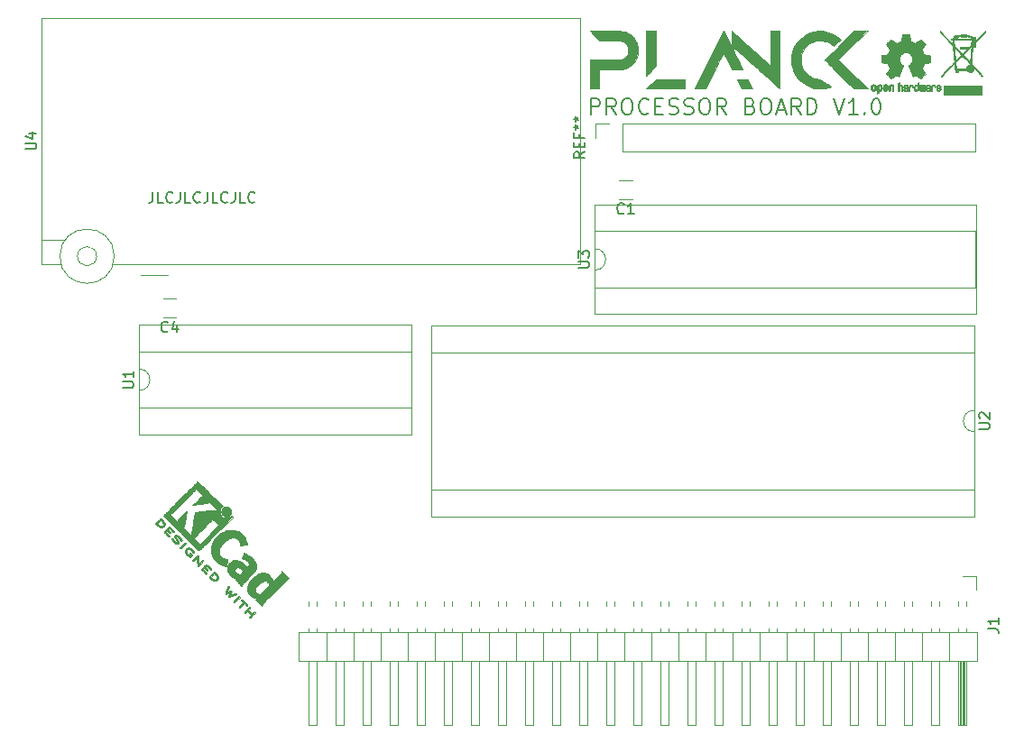
<source format=gbr>
G04 #@! TF.GenerationSoftware,KiCad,Pcbnew,(5.1.6-0-10_14)*
G04 #@! TF.CreationDate,2021-01-15T21:35:31+01:00*
G04 #@! TF.ProjectId,proc_board,70726f63-5f62-46f6-9172-642e6b696361,rev?*
G04 #@! TF.SameCoordinates,Original*
G04 #@! TF.FileFunction,Legend,Top*
G04 #@! TF.FilePolarity,Positive*
%FSLAX46Y46*%
G04 Gerber Fmt 4.6, Leading zero omitted, Abs format (unit mm)*
G04 Created by KiCad (PCBNEW (5.1.6-0-10_14)) date 2021-01-15 21:35:31*
%MOMM*%
%LPD*%
G01*
G04 APERTURE LIST*
%ADD10C,0.200000*%
%ADD11C,0.120000*%
%ADD12C,0.010000*%
%ADD13C,0.150000*%
G04 APERTURE END LIST*
D10*
X2238952Y43981619D02*
X2238952Y43267333D01*
X2191333Y43124476D01*
X2096095Y43029238D01*
X1953238Y42981619D01*
X1858000Y42981619D01*
X3191333Y42981619D02*
X2715142Y42981619D01*
X2715142Y43981619D01*
X4096095Y43076857D02*
X4048476Y43029238D01*
X3905619Y42981619D01*
X3810380Y42981619D01*
X3667523Y43029238D01*
X3572285Y43124476D01*
X3524666Y43219714D01*
X3477047Y43410190D01*
X3477047Y43553047D01*
X3524666Y43743523D01*
X3572285Y43838761D01*
X3667523Y43934000D01*
X3810380Y43981619D01*
X3905619Y43981619D01*
X4048476Y43934000D01*
X4096095Y43886380D01*
X4810380Y43981619D02*
X4810380Y43267333D01*
X4762761Y43124476D01*
X4667523Y43029238D01*
X4524666Y42981619D01*
X4429428Y42981619D01*
X5762761Y42981619D02*
X5286571Y42981619D01*
X5286571Y43981619D01*
X6667523Y43076857D02*
X6619904Y43029238D01*
X6477047Y42981619D01*
X6381809Y42981619D01*
X6238952Y43029238D01*
X6143714Y43124476D01*
X6096095Y43219714D01*
X6048476Y43410190D01*
X6048476Y43553047D01*
X6096095Y43743523D01*
X6143714Y43838761D01*
X6238952Y43934000D01*
X6381809Y43981619D01*
X6477047Y43981619D01*
X6619904Y43934000D01*
X6667523Y43886380D01*
X7381809Y43981619D02*
X7381809Y43267333D01*
X7334190Y43124476D01*
X7238952Y43029238D01*
X7096095Y42981619D01*
X7000857Y42981619D01*
X8334190Y42981619D02*
X7858000Y42981619D01*
X7858000Y43981619D01*
X9238952Y43076857D02*
X9191333Y43029238D01*
X9048476Y42981619D01*
X8953238Y42981619D01*
X8810380Y43029238D01*
X8715142Y43124476D01*
X8667523Y43219714D01*
X8619904Y43410190D01*
X8619904Y43553047D01*
X8667523Y43743523D01*
X8715142Y43838761D01*
X8810380Y43934000D01*
X8953238Y43981619D01*
X9048476Y43981619D01*
X9191333Y43934000D01*
X9238952Y43886380D01*
X9953238Y43981619D02*
X9953238Y43267333D01*
X9905619Y43124476D01*
X9810380Y43029238D01*
X9667523Y42981619D01*
X9572285Y42981619D01*
X10905619Y42981619D02*
X10429428Y42981619D01*
X10429428Y43981619D01*
X11810380Y43076857D02*
X11762761Y43029238D01*
X11619904Y42981619D01*
X11524666Y42981619D01*
X11381809Y43029238D01*
X11286571Y43124476D01*
X11238952Y43219714D01*
X11191333Y43410190D01*
X11191333Y43553047D01*
X11238952Y43743523D01*
X11286571Y43838761D01*
X11381809Y43934000D01*
X11524666Y43981619D01*
X11619904Y43981619D01*
X11762761Y43934000D01*
X11810380Y43886380D01*
X43324571Y51264428D02*
X43324571Y52764428D01*
X43895999Y52764428D01*
X44038857Y52693000D01*
X44110285Y52621571D01*
X44181714Y52478714D01*
X44181714Y52264428D01*
X44110285Y52121571D01*
X44038857Y52050142D01*
X43895999Y51978714D01*
X43324571Y51978714D01*
X45681714Y51264428D02*
X45181714Y51978714D01*
X44824571Y51264428D02*
X44824571Y52764428D01*
X45395999Y52764428D01*
X45538857Y52693000D01*
X45610285Y52621571D01*
X45681714Y52478714D01*
X45681714Y52264428D01*
X45610285Y52121571D01*
X45538857Y52050142D01*
X45395999Y51978714D01*
X44824571Y51978714D01*
X46610285Y52764428D02*
X46895999Y52764428D01*
X47038857Y52693000D01*
X47181714Y52550142D01*
X47253142Y52264428D01*
X47253142Y51764428D01*
X47181714Y51478714D01*
X47038857Y51335857D01*
X46895999Y51264428D01*
X46610285Y51264428D01*
X46467428Y51335857D01*
X46324571Y51478714D01*
X46253142Y51764428D01*
X46253142Y52264428D01*
X46324571Y52550142D01*
X46467428Y52693000D01*
X46610285Y52764428D01*
X48753142Y51407285D02*
X48681714Y51335857D01*
X48467428Y51264428D01*
X48324571Y51264428D01*
X48110285Y51335857D01*
X47967428Y51478714D01*
X47895999Y51621571D01*
X47824571Y51907285D01*
X47824571Y52121571D01*
X47895999Y52407285D01*
X47967428Y52550142D01*
X48110285Y52693000D01*
X48324571Y52764428D01*
X48467428Y52764428D01*
X48681714Y52693000D01*
X48753142Y52621571D01*
X49395999Y52050142D02*
X49895999Y52050142D01*
X50110285Y51264428D02*
X49395999Y51264428D01*
X49395999Y52764428D01*
X50110285Y52764428D01*
X50681714Y51335857D02*
X50895999Y51264428D01*
X51253142Y51264428D01*
X51396000Y51335857D01*
X51467428Y51407285D01*
X51538857Y51550142D01*
X51538857Y51693000D01*
X51467428Y51835857D01*
X51396000Y51907285D01*
X51253142Y51978714D01*
X50967428Y52050142D01*
X50824571Y52121571D01*
X50753142Y52193000D01*
X50681714Y52335857D01*
X50681714Y52478714D01*
X50753142Y52621571D01*
X50824571Y52693000D01*
X50967428Y52764428D01*
X51324571Y52764428D01*
X51538857Y52693000D01*
X52110285Y51335857D02*
X52324571Y51264428D01*
X52681714Y51264428D01*
X52824571Y51335857D01*
X52895999Y51407285D01*
X52967428Y51550142D01*
X52967428Y51693000D01*
X52895999Y51835857D01*
X52824571Y51907285D01*
X52681714Y51978714D01*
X52395999Y52050142D01*
X52253142Y52121571D01*
X52181714Y52193000D01*
X52110285Y52335857D01*
X52110285Y52478714D01*
X52181714Y52621571D01*
X52253142Y52693000D01*
X52395999Y52764428D01*
X52753142Y52764428D01*
X52967428Y52693000D01*
X53896000Y52764428D02*
X54181714Y52764428D01*
X54324571Y52693000D01*
X54467428Y52550142D01*
X54538857Y52264428D01*
X54538857Y51764428D01*
X54467428Y51478714D01*
X54324571Y51335857D01*
X54181714Y51264428D01*
X53896000Y51264428D01*
X53753142Y51335857D01*
X53610285Y51478714D01*
X53538857Y51764428D01*
X53538857Y52264428D01*
X53610285Y52550142D01*
X53753142Y52693000D01*
X53896000Y52764428D01*
X56038857Y51264428D02*
X55538857Y51978714D01*
X55181714Y51264428D02*
X55181714Y52764428D01*
X55753142Y52764428D01*
X55895999Y52693000D01*
X55967428Y52621571D01*
X56038857Y52478714D01*
X56038857Y52264428D01*
X55967428Y52121571D01*
X55895999Y52050142D01*
X55753142Y51978714D01*
X55181714Y51978714D01*
X58324571Y52050142D02*
X58538857Y51978714D01*
X58610285Y51907285D01*
X58681714Y51764428D01*
X58681714Y51550142D01*
X58610285Y51407285D01*
X58538857Y51335857D01*
X58396000Y51264428D01*
X57824571Y51264428D01*
X57824571Y52764428D01*
X58324571Y52764428D01*
X58467428Y52693000D01*
X58538857Y52621571D01*
X58610285Y52478714D01*
X58610285Y52335857D01*
X58538857Y52193000D01*
X58467428Y52121571D01*
X58324571Y52050142D01*
X57824571Y52050142D01*
X59610285Y52764428D02*
X59896000Y52764428D01*
X60038857Y52693000D01*
X60181714Y52550142D01*
X60253142Y52264428D01*
X60253142Y51764428D01*
X60181714Y51478714D01*
X60038857Y51335857D01*
X59896000Y51264428D01*
X59610285Y51264428D01*
X59467428Y51335857D01*
X59324571Y51478714D01*
X59253142Y51764428D01*
X59253142Y52264428D01*
X59324571Y52550142D01*
X59467428Y52693000D01*
X59610285Y52764428D01*
X60824571Y51693000D02*
X61538857Y51693000D01*
X60681714Y51264428D02*
X61181714Y52764428D01*
X61681714Y51264428D01*
X63038857Y51264428D02*
X62538857Y51978714D01*
X62181714Y51264428D02*
X62181714Y52764428D01*
X62753142Y52764428D01*
X62896000Y52693000D01*
X62967428Y52621571D01*
X63038857Y52478714D01*
X63038857Y52264428D01*
X62967428Y52121571D01*
X62896000Y52050142D01*
X62753142Y51978714D01*
X62181714Y51978714D01*
X63681714Y51264428D02*
X63681714Y52764428D01*
X64038857Y52764428D01*
X64253142Y52693000D01*
X64396000Y52550142D01*
X64467428Y52407285D01*
X64538857Y52121571D01*
X64538857Y51907285D01*
X64467428Y51621571D01*
X64396000Y51478714D01*
X64253142Y51335857D01*
X64038857Y51264428D01*
X63681714Y51264428D01*
X66110285Y52764428D02*
X66610285Y51264428D01*
X67110285Y52764428D01*
X68396000Y51264428D02*
X67538857Y51264428D01*
X67967428Y51264428D02*
X67967428Y52764428D01*
X67824571Y52550142D01*
X67681714Y52407285D01*
X67538857Y52335857D01*
X69038857Y51407285D02*
X69110285Y51335857D01*
X69038857Y51264428D01*
X68967428Y51335857D01*
X69038857Y51407285D01*
X69038857Y51264428D01*
X70038857Y52764428D02*
X70181714Y52764428D01*
X70324571Y52693000D01*
X70396000Y52621571D01*
X70467428Y52478714D01*
X70538857Y52193000D01*
X70538857Y51835857D01*
X70467428Y51550142D01*
X70396000Y51407285D01*
X70324571Y51335857D01*
X70181714Y51264428D01*
X70038857Y51264428D01*
X69896000Y51335857D01*
X69824571Y51407285D01*
X69753142Y51550142D01*
X69681714Y51835857D01*
X69681714Y52193000D01*
X69753142Y52478714D01*
X69824571Y52621571D01*
X69896000Y52693000D01*
X70038857Y52764428D01*
D11*
G04 #@! TO.C,REF\u002A\u002A*
X46355000Y47755500D02*
X46355000Y50415500D01*
X46355000Y47755500D02*
X79435000Y47755500D01*
X79435000Y47755500D02*
X79435000Y50415500D01*
X46355000Y50415500D02*
X79435000Y50415500D01*
X43755000Y50415500D02*
X45085000Y50415500D01*
X43755000Y49085500D02*
X43755000Y50415500D01*
G04 #@! TO.C,U1*
X956000Y25352500D02*
X956000Y23702500D01*
X956000Y23702500D02*
X26476000Y23702500D01*
X26476000Y23702500D02*
X26476000Y29002500D01*
X26476000Y29002500D02*
X956000Y29002500D01*
X956000Y29002500D02*
X956000Y27352500D01*
X896000Y21212500D02*
X26536000Y21212500D01*
X26536000Y21212500D02*
X26536000Y31492500D01*
X26536000Y31492500D02*
X896000Y31492500D01*
X896000Y31492500D02*
X896000Y21212500D01*
X956000Y27352500D02*
G75*
G02*
X956000Y25352500I0J-1000000D01*
G01*
G04 #@! TO.C,C4*
X4412064Y32173500D02*
X3207936Y32173500D01*
X4412064Y33993500D02*
X3207936Y33993500D01*
G04 #@! TO.C,U4*
X-1387000Y37948000D02*
G75*
G03*
X-1387000Y37948000I-2550000J0D01*
G01*
X-3037000Y37948000D02*
G75*
G03*
X-3037000Y37948000I-900000J0D01*
G01*
X-1487000Y37218000D02*
X42353000Y37218000D01*
X42353000Y37218000D02*
X42353000Y60318000D01*
X42353000Y60318000D02*
X-8247000Y60318000D01*
X-8247000Y60318000D02*
X-8247000Y37218000D01*
X-8247000Y37218000D02*
X-6387000Y37218000D01*
X-8247000Y39498000D02*
X-5987000Y39498000D01*
X3683000Y36198000D02*
X1143000Y36198000D01*
G04 #@! TO.C,U3*
X43669001Y42783001D02*
X43669001Y32503001D01*
X79469001Y42783001D02*
X43669001Y42783001D01*
X79469001Y32503001D02*
X79469001Y42783001D01*
X43669001Y32503001D02*
X79469001Y32503001D01*
X43729001Y40293001D02*
X43729001Y38643001D01*
X79409001Y40293001D02*
X43729001Y40293001D01*
X79409001Y34993001D02*
X79409001Y40293001D01*
X43729001Y34993001D02*
X79409001Y34993001D01*
X43729001Y36643001D02*
X43729001Y34993001D01*
X43729001Y38643001D02*
G75*
G02*
X43729001Y36643001I0J-1000000D01*
G01*
G04 #@! TO.C,C1*
X47211064Y45106000D02*
X46006936Y45106000D01*
X47211064Y43286000D02*
X46006936Y43286000D01*
D12*
G04 #@! TO.C,REF\u002A\u002A*
G36*
X73001910Y58764652D02*
G01*
X73080454Y58764222D01*
X73137298Y58763058D01*
X73176105Y58760793D01*
X73200538Y58757060D01*
X73214262Y58751494D01*
X73220940Y58743727D01*
X73224236Y58733395D01*
X73224556Y58732057D01*
X73229562Y58707921D01*
X73238829Y58660299D01*
X73251392Y58594259D01*
X73266287Y58514872D01*
X73282551Y58427204D01*
X73283119Y58424125D01*
X73299410Y58338211D01*
X73314652Y58262304D01*
X73327861Y58200955D01*
X73338054Y58158718D01*
X73344248Y58140145D01*
X73344543Y58139816D01*
X73362788Y58130747D01*
X73400405Y58115633D01*
X73449271Y58097738D01*
X73449543Y58097642D01*
X73511093Y58074507D01*
X73583657Y58045035D01*
X73652057Y58015403D01*
X73655294Y58013938D01*
X73766702Y57963374D01*
X74013399Y58131840D01*
X74089077Y58183197D01*
X74157631Y58229111D01*
X74215088Y58266970D01*
X74257476Y58294163D01*
X74280825Y58308079D01*
X74283042Y58309111D01*
X74300010Y58304516D01*
X74331701Y58282345D01*
X74379352Y58241553D01*
X74444198Y58181095D01*
X74510397Y58116773D01*
X74574214Y58053388D01*
X74631329Y57995549D01*
X74678305Y57946825D01*
X74711703Y57910790D01*
X74728085Y57891016D01*
X74728694Y57889998D01*
X74730505Y57876428D01*
X74723683Y57854267D01*
X74706540Y57820522D01*
X74677393Y57772200D01*
X74634555Y57706308D01*
X74577448Y57621483D01*
X74526766Y57546823D01*
X74481461Y57479860D01*
X74444150Y57424484D01*
X74417452Y57384580D01*
X74403985Y57364038D01*
X74403137Y57362644D01*
X74404781Y57342962D01*
X74417245Y57304707D01*
X74438048Y57255111D01*
X74445462Y57239272D01*
X74477814Y57168710D01*
X74512328Y57088647D01*
X74540365Y57019371D01*
X74560568Y56967955D01*
X74576615Y56928881D01*
X74585888Y56908459D01*
X74587041Y56906886D01*
X74604096Y56904279D01*
X74644298Y56897137D01*
X74702302Y56886477D01*
X74772763Y56873315D01*
X74850335Y56858667D01*
X74929672Y56843551D01*
X75005431Y56828982D01*
X75072264Y56815978D01*
X75124828Y56805555D01*
X75157776Y56798730D01*
X75165857Y56796801D01*
X75174205Y56792038D01*
X75180506Y56781282D01*
X75185045Y56760902D01*
X75188104Y56727266D01*
X75189967Y56676745D01*
X75190918Y56605708D01*
X75191240Y56510524D01*
X75191257Y56471508D01*
X75191257Y56154201D01*
X75115057Y56139161D01*
X75072663Y56131005D01*
X75009400Y56119101D01*
X74932962Y56104884D01*
X74851043Y56089790D01*
X74828400Y56085645D01*
X74752806Y56070947D01*
X74686953Y56056495D01*
X74636366Y56043625D01*
X74606574Y56033678D01*
X74601612Y56030713D01*
X74589426Y56009717D01*
X74571953Y55969033D01*
X74552577Y55916678D01*
X74548734Y55905400D01*
X74523339Y55835477D01*
X74491817Y55756582D01*
X74460969Y55685734D01*
X74460817Y55685405D01*
X74409447Y55574267D01*
X74578399Y55325747D01*
X74747352Y55077228D01*
X74530429Y54859942D01*
X74464819Y54795274D01*
X74404979Y54738267D01*
X74354267Y54691967D01*
X74316046Y54659416D01*
X74293675Y54643657D01*
X74290466Y54642657D01*
X74271626Y54650531D01*
X74233180Y54672422D01*
X74179330Y54705733D01*
X74114276Y54747869D01*
X74043940Y54795057D01*
X73972555Y54843190D01*
X73908908Y54885072D01*
X73857041Y54918129D01*
X73820995Y54939782D01*
X73804867Y54947457D01*
X73785189Y54940963D01*
X73747875Y54923850D01*
X73700621Y54899674D01*
X73695612Y54896987D01*
X73631977Y54865073D01*
X73588341Y54849421D01*
X73561202Y54849255D01*
X73547057Y54863796D01*
X73546975Y54864000D01*
X73539905Y54881221D01*
X73523042Y54922101D01*
X73497695Y54983475D01*
X73465171Y55062181D01*
X73426778Y55155053D01*
X73383822Y55258928D01*
X73342222Y55359498D01*
X73296504Y55470484D01*
X73254526Y55573297D01*
X73217548Y55664785D01*
X73186827Y55741799D01*
X73163622Y55801185D01*
X73149190Y55839791D01*
X73144743Y55854200D01*
X73155896Y55870728D01*
X73185069Y55897070D01*
X73223971Y55926113D01*
X73334757Y56017961D01*
X73421351Y56123241D01*
X73482716Y56239734D01*
X73517815Y56365224D01*
X73525608Y56497493D01*
X73519943Y56558543D01*
X73489078Y56685205D01*
X73435920Y56797059D01*
X73363767Y56892999D01*
X73275917Y56971924D01*
X73175665Y57032730D01*
X73066310Y57074313D01*
X72951147Y57095572D01*
X72833475Y57095401D01*
X72716590Y57072699D01*
X72603789Y57026362D01*
X72498369Y56955287D01*
X72454368Y56915089D01*
X72369979Y56811871D01*
X72311222Y56699075D01*
X72277704Y56579990D01*
X72269035Y56457905D01*
X72284823Y56336107D01*
X72324678Y56217884D01*
X72388207Y56106525D01*
X72475021Y56005316D01*
X72572029Y55926113D01*
X72612437Y55895838D01*
X72640982Y55869781D01*
X72651257Y55854175D01*
X72645877Y55837157D01*
X72630575Y55796500D01*
X72606612Y55735358D01*
X72575244Y55656881D01*
X72537732Y55564220D01*
X72495333Y55460528D01*
X72453663Y55359474D01*
X72407690Y55248393D01*
X72365107Y55145459D01*
X72327221Y55053835D01*
X72295340Y54976684D01*
X72270771Y54917169D01*
X72254820Y54878456D01*
X72248910Y54864000D01*
X72234948Y54849315D01*
X72207940Y54849358D01*
X72164413Y54864901D01*
X72100890Y54896716D01*
X72100388Y54896987D01*
X72052560Y54921677D01*
X72013897Y54939662D01*
X71992095Y54947386D01*
X71991133Y54947457D01*
X71974721Y54939622D01*
X71938487Y54917835D01*
X71886474Y54884672D01*
X71822725Y54842709D01*
X71752060Y54795057D01*
X71680116Y54746809D01*
X71615274Y54704849D01*
X71561735Y54671773D01*
X71523697Y54650179D01*
X71505533Y54642657D01*
X71488808Y54652543D01*
X71455180Y54680174D01*
X71408010Y54722505D01*
X71350658Y54776495D01*
X71286484Y54839101D01*
X71265497Y54860017D01*
X71048499Y55077377D01*
X71213668Y55319780D01*
X71263864Y55394219D01*
X71307919Y55461028D01*
X71343362Y55516335D01*
X71367719Y55556271D01*
X71378522Y55576964D01*
X71378838Y55578437D01*
X71373143Y55597942D01*
X71357826Y55637178D01*
X71335537Y55689570D01*
X71319893Y55724645D01*
X71290641Y55791799D01*
X71263094Y55859642D01*
X71241737Y55916966D01*
X71235935Y55934428D01*
X71219452Y55981062D01*
X71203340Y56017095D01*
X71194490Y56030713D01*
X71174960Y56039048D01*
X71132334Y56050863D01*
X71072145Y56064819D01*
X70999922Y56079578D01*
X70967600Y56085645D01*
X70885522Y56100727D01*
X70806795Y56115331D01*
X70739109Y56128020D01*
X70690160Y56137358D01*
X70680943Y56139161D01*
X70604743Y56154201D01*
X70604743Y56471508D01*
X70604914Y56575846D01*
X70605616Y56654787D01*
X70607134Y56711962D01*
X70609749Y56751001D01*
X70613746Y56775535D01*
X70619409Y56789195D01*
X70627020Y56795611D01*
X70630143Y56796801D01*
X70648978Y56801020D01*
X70690588Y56809438D01*
X70749630Y56821039D01*
X70820757Y56834805D01*
X70898625Y56849720D01*
X70977887Y56864768D01*
X71053198Y56878931D01*
X71119213Y56891194D01*
X71170587Y56900539D01*
X71201975Y56905950D01*
X71208959Y56906886D01*
X71215285Y56919404D01*
X71229290Y56952754D01*
X71248355Y57000623D01*
X71255634Y57019371D01*
X71284996Y57091805D01*
X71319571Y57171830D01*
X71350537Y57239272D01*
X71373323Y57290841D01*
X71388482Y57333215D01*
X71393542Y57359166D01*
X71392736Y57362644D01*
X71382041Y57379064D01*
X71357620Y57415583D01*
X71322095Y57468313D01*
X71278087Y57533365D01*
X71228217Y57606849D01*
X71218356Y57621355D01*
X71160492Y57707296D01*
X71117956Y57772739D01*
X71089054Y57820696D01*
X71072090Y57854180D01*
X71065367Y57876205D01*
X71067190Y57889783D01*
X71067236Y57889869D01*
X71081586Y57907703D01*
X71113323Y57942183D01*
X71159010Y57989732D01*
X71215204Y58046778D01*
X71278468Y58109745D01*
X71285602Y58116773D01*
X71365330Y58193980D01*
X71426857Y58250670D01*
X71471421Y58287890D01*
X71500257Y58306685D01*
X71512958Y58309111D01*
X71531494Y58298529D01*
X71569961Y58274084D01*
X71624386Y58238388D01*
X71690798Y58194053D01*
X71765225Y58143689D01*
X71782601Y58131840D01*
X72029297Y57963374D01*
X72140706Y58013938D01*
X72208457Y58043405D01*
X72281183Y58073041D01*
X72343703Y58096670D01*
X72346457Y58097642D01*
X72395360Y58115543D01*
X72433057Y58130680D01*
X72451425Y58139790D01*
X72451456Y58139816D01*
X72457285Y58156283D01*
X72467192Y58196781D01*
X72480195Y58256758D01*
X72495309Y58331660D01*
X72511552Y58416936D01*
X72512881Y58424125D01*
X72529175Y58511986D01*
X72544133Y58591740D01*
X72556791Y58658319D01*
X72566186Y58706653D01*
X72571354Y58731675D01*
X72571444Y58732057D01*
X72574589Y58742701D01*
X72580704Y58750738D01*
X72593453Y58756533D01*
X72616500Y58760453D01*
X72653509Y58762865D01*
X72708144Y58764135D01*
X72784067Y58764629D01*
X72884944Y58764714D01*
X72898000Y58764714D01*
X73001910Y58764652D01*
G37*
X73001910Y58764652D02*
X73080454Y58764222D01*
X73137298Y58763058D01*
X73176105Y58760793D01*
X73200538Y58757060D01*
X73214262Y58751494D01*
X73220940Y58743727D01*
X73224236Y58733395D01*
X73224556Y58732057D01*
X73229562Y58707921D01*
X73238829Y58660299D01*
X73251392Y58594259D01*
X73266287Y58514872D01*
X73282551Y58427204D01*
X73283119Y58424125D01*
X73299410Y58338211D01*
X73314652Y58262304D01*
X73327861Y58200955D01*
X73338054Y58158718D01*
X73344248Y58140145D01*
X73344543Y58139816D01*
X73362788Y58130747D01*
X73400405Y58115633D01*
X73449271Y58097738D01*
X73449543Y58097642D01*
X73511093Y58074507D01*
X73583657Y58045035D01*
X73652057Y58015403D01*
X73655294Y58013938D01*
X73766702Y57963374D01*
X74013399Y58131840D01*
X74089077Y58183197D01*
X74157631Y58229111D01*
X74215088Y58266970D01*
X74257476Y58294163D01*
X74280825Y58308079D01*
X74283042Y58309111D01*
X74300010Y58304516D01*
X74331701Y58282345D01*
X74379352Y58241553D01*
X74444198Y58181095D01*
X74510397Y58116773D01*
X74574214Y58053388D01*
X74631329Y57995549D01*
X74678305Y57946825D01*
X74711703Y57910790D01*
X74728085Y57891016D01*
X74728694Y57889998D01*
X74730505Y57876428D01*
X74723683Y57854267D01*
X74706540Y57820522D01*
X74677393Y57772200D01*
X74634555Y57706308D01*
X74577448Y57621483D01*
X74526766Y57546823D01*
X74481461Y57479860D01*
X74444150Y57424484D01*
X74417452Y57384580D01*
X74403985Y57364038D01*
X74403137Y57362644D01*
X74404781Y57342962D01*
X74417245Y57304707D01*
X74438048Y57255111D01*
X74445462Y57239272D01*
X74477814Y57168710D01*
X74512328Y57088647D01*
X74540365Y57019371D01*
X74560568Y56967955D01*
X74576615Y56928881D01*
X74585888Y56908459D01*
X74587041Y56906886D01*
X74604096Y56904279D01*
X74644298Y56897137D01*
X74702302Y56886477D01*
X74772763Y56873315D01*
X74850335Y56858667D01*
X74929672Y56843551D01*
X75005431Y56828982D01*
X75072264Y56815978D01*
X75124828Y56805555D01*
X75157776Y56798730D01*
X75165857Y56796801D01*
X75174205Y56792038D01*
X75180506Y56781282D01*
X75185045Y56760902D01*
X75188104Y56727266D01*
X75189967Y56676745D01*
X75190918Y56605708D01*
X75191240Y56510524D01*
X75191257Y56471508D01*
X75191257Y56154201D01*
X75115057Y56139161D01*
X75072663Y56131005D01*
X75009400Y56119101D01*
X74932962Y56104884D01*
X74851043Y56089790D01*
X74828400Y56085645D01*
X74752806Y56070947D01*
X74686953Y56056495D01*
X74636366Y56043625D01*
X74606574Y56033678D01*
X74601612Y56030713D01*
X74589426Y56009717D01*
X74571953Y55969033D01*
X74552577Y55916678D01*
X74548734Y55905400D01*
X74523339Y55835477D01*
X74491817Y55756582D01*
X74460969Y55685734D01*
X74460817Y55685405D01*
X74409447Y55574267D01*
X74578399Y55325747D01*
X74747352Y55077228D01*
X74530429Y54859942D01*
X74464819Y54795274D01*
X74404979Y54738267D01*
X74354267Y54691967D01*
X74316046Y54659416D01*
X74293675Y54643657D01*
X74290466Y54642657D01*
X74271626Y54650531D01*
X74233180Y54672422D01*
X74179330Y54705733D01*
X74114276Y54747869D01*
X74043940Y54795057D01*
X73972555Y54843190D01*
X73908908Y54885072D01*
X73857041Y54918129D01*
X73820995Y54939782D01*
X73804867Y54947457D01*
X73785189Y54940963D01*
X73747875Y54923850D01*
X73700621Y54899674D01*
X73695612Y54896987D01*
X73631977Y54865073D01*
X73588341Y54849421D01*
X73561202Y54849255D01*
X73547057Y54863796D01*
X73546975Y54864000D01*
X73539905Y54881221D01*
X73523042Y54922101D01*
X73497695Y54983475D01*
X73465171Y55062181D01*
X73426778Y55155053D01*
X73383822Y55258928D01*
X73342222Y55359498D01*
X73296504Y55470484D01*
X73254526Y55573297D01*
X73217548Y55664785D01*
X73186827Y55741799D01*
X73163622Y55801185D01*
X73149190Y55839791D01*
X73144743Y55854200D01*
X73155896Y55870728D01*
X73185069Y55897070D01*
X73223971Y55926113D01*
X73334757Y56017961D01*
X73421351Y56123241D01*
X73482716Y56239734D01*
X73517815Y56365224D01*
X73525608Y56497493D01*
X73519943Y56558543D01*
X73489078Y56685205D01*
X73435920Y56797059D01*
X73363767Y56892999D01*
X73275917Y56971924D01*
X73175665Y57032730D01*
X73066310Y57074313D01*
X72951147Y57095572D01*
X72833475Y57095401D01*
X72716590Y57072699D01*
X72603789Y57026362D01*
X72498369Y56955287D01*
X72454368Y56915089D01*
X72369979Y56811871D01*
X72311222Y56699075D01*
X72277704Y56579990D01*
X72269035Y56457905D01*
X72284823Y56336107D01*
X72324678Y56217884D01*
X72388207Y56106525D01*
X72475021Y56005316D01*
X72572029Y55926113D01*
X72612437Y55895838D01*
X72640982Y55869781D01*
X72651257Y55854175D01*
X72645877Y55837157D01*
X72630575Y55796500D01*
X72606612Y55735358D01*
X72575244Y55656881D01*
X72537732Y55564220D01*
X72495333Y55460528D01*
X72453663Y55359474D01*
X72407690Y55248393D01*
X72365107Y55145459D01*
X72327221Y55053835D01*
X72295340Y54976684D01*
X72270771Y54917169D01*
X72254820Y54878456D01*
X72248910Y54864000D01*
X72234948Y54849315D01*
X72207940Y54849358D01*
X72164413Y54864901D01*
X72100890Y54896716D01*
X72100388Y54896987D01*
X72052560Y54921677D01*
X72013897Y54939662D01*
X71992095Y54947386D01*
X71991133Y54947457D01*
X71974721Y54939622D01*
X71938487Y54917835D01*
X71886474Y54884672D01*
X71822725Y54842709D01*
X71752060Y54795057D01*
X71680116Y54746809D01*
X71615274Y54704849D01*
X71561735Y54671773D01*
X71523697Y54650179D01*
X71505533Y54642657D01*
X71488808Y54652543D01*
X71455180Y54680174D01*
X71408010Y54722505D01*
X71350658Y54776495D01*
X71286484Y54839101D01*
X71265497Y54860017D01*
X71048499Y55077377D01*
X71213668Y55319780D01*
X71263864Y55394219D01*
X71307919Y55461028D01*
X71343362Y55516335D01*
X71367719Y55556271D01*
X71378522Y55576964D01*
X71378838Y55578437D01*
X71373143Y55597942D01*
X71357826Y55637178D01*
X71335537Y55689570D01*
X71319893Y55724645D01*
X71290641Y55791799D01*
X71263094Y55859642D01*
X71241737Y55916966D01*
X71235935Y55934428D01*
X71219452Y55981062D01*
X71203340Y56017095D01*
X71194490Y56030713D01*
X71174960Y56039048D01*
X71132334Y56050863D01*
X71072145Y56064819D01*
X70999922Y56079578D01*
X70967600Y56085645D01*
X70885522Y56100727D01*
X70806795Y56115331D01*
X70739109Y56128020D01*
X70690160Y56137358D01*
X70680943Y56139161D01*
X70604743Y56154201D01*
X70604743Y56471508D01*
X70604914Y56575846D01*
X70605616Y56654787D01*
X70607134Y56711962D01*
X70609749Y56751001D01*
X70613746Y56775535D01*
X70619409Y56789195D01*
X70627020Y56795611D01*
X70630143Y56796801D01*
X70648978Y56801020D01*
X70690588Y56809438D01*
X70749630Y56821039D01*
X70820757Y56834805D01*
X70898625Y56849720D01*
X70977887Y56864768D01*
X71053198Y56878931D01*
X71119213Y56891194D01*
X71170587Y56900539D01*
X71201975Y56905950D01*
X71208959Y56906886D01*
X71215285Y56919404D01*
X71229290Y56952754D01*
X71248355Y57000623D01*
X71255634Y57019371D01*
X71284996Y57091805D01*
X71319571Y57171830D01*
X71350537Y57239272D01*
X71373323Y57290841D01*
X71388482Y57333215D01*
X71393542Y57359166D01*
X71392736Y57362644D01*
X71382041Y57379064D01*
X71357620Y57415583D01*
X71322095Y57468313D01*
X71278087Y57533365D01*
X71228217Y57606849D01*
X71218356Y57621355D01*
X71160492Y57707296D01*
X71117956Y57772739D01*
X71089054Y57820696D01*
X71072090Y57854180D01*
X71065367Y57876205D01*
X71067190Y57889783D01*
X71067236Y57889869D01*
X71081586Y57907703D01*
X71113323Y57942183D01*
X71159010Y57989732D01*
X71215204Y58046778D01*
X71278468Y58109745D01*
X71285602Y58116773D01*
X71365330Y58193980D01*
X71426857Y58250670D01*
X71471421Y58287890D01*
X71500257Y58306685D01*
X71512958Y58309111D01*
X71531494Y58298529D01*
X71569961Y58274084D01*
X71624386Y58238388D01*
X71690798Y58194053D01*
X71765225Y58143689D01*
X71782601Y58131840D01*
X72029297Y57963374D01*
X72140706Y58013938D01*
X72208457Y58043405D01*
X72281183Y58073041D01*
X72343703Y58096670D01*
X72346457Y58097642D01*
X72395360Y58115543D01*
X72433057Y58130680D01*
X72451425Y58139790D01*
X72451456Y58139816D01*
X72457285Y58156283D01*
X72467192Y58196781D01*
X72480195Y58256758D01*
X72495309Y58331660D01*
X72511552Y58416936D01*
X72512881Y58424125D01*
X72529175Y58511986D01*
X72544133Y58591740D01*
X72556791Y58658319D01*
X72566186Y58706653D01*
X72571354Y58731675D01*
X72571444Y58732057D01*
X72574589Y58742701D01*
X72580704Y58750738D01*
X72593453Y58756533D01*
X72616500Y58760453D01*
X72653509Y58762865D01*
X72708144Y58764135D01*
X72784067Y58764629D01*
X72884944Y58764714D01*
X72898000Y58764714D01*
X73001910Y58764652D01*
G36*
X76051595Y54040034D02*
G01*
X76109021Y54002503D01*
X76136719Y53968904D01*
X76158662Y53907936D01*
X76160405Y53859692D01*
X76156457Y53795184D01*
X76007686Y53730066D01*
X75935349Y53696798D01*
X75888084Y53670036D01*
X75863507Y53646856D01*
X75859237Y53624333D01*
X75872889Y53599545D01*
X75887943Y53583114D01*
X75931746Y53556765D01*
X75979389Y53554919D01*
X76023145Y53575454D01*
X76055289Y53616248D01*
X76061038Y53630653D01*
X76088576Y53675644D01*
X76120258Y53694818D01*
X76163714Y53711221D01*
X76163714Y53649034D01*
X76159872Y53606717D01*
X76144823Y53571031D01*
X76113280Y53530057D01*
X76108592Y53524733D01*
X76073506Y53488280D01*
X76043347Y53468717D01*
X76005615Y53459717D01*
X75974335Y53456770D01*
X75918385Y53456035D01*
X75878555Y53465340D01*
X75853708Y53479154D01*
X75814656Y53509533D01*
X75787625Y53542387D01*
X75770517Y53583706D01*
X75761238Y53639479D01*
X75757693Y53715695D01*
X75757410Y53754378D01*
X75758372Y53800753D01*
X75846007Y53800753D01*
X75847023Y53775874D01*
X75849556Y53771800D01*
X75866274Y53777335D01*
X75902249Y53791983D01*
X75950331Y53812810D01*
X75960386Y53817286D01*
X76021152Y53848186D01*
X76054632Y53875343D01*
X76061990Y53900780D01*
X76044391Y53926519D01*
X76029856Y53937891D01*
X75977410Y53960636D01*
X75928322Y53956878D01*
X75887227Y53929116D01*
X75858758Y53879848D01*
X75849631Y53840743D01*
X75846007Y53800753D01*
X75758372Y53800753D01*
X75759285Y53844751D01*
X75766196Y53911616D01*
X75779884Y53960305D01*
X75802096Y53996151D01*
X75834574Y54024487D01*
X75848733Y54033645D01*
X75913053Y54057493D01*
X75983473Y54058994D01*
X76051595Y54040034D01*
G37*
X76051595Y54040034D02*
X76109021Y54002503D01*
X76136719Y53968904D01*
X76158662Y53907936D01*
X76160405Y53859692D01*
X76156457Y53795184D01*
X76007686Y53730066D01*
X75935349Y53696798D01*
X75888084Y53670036D01*
X75863507Y53646856D01*
X75859237Y53624333D01*
X75872889Y53599545D01*
X75887943Y53583114D01*
X75931746Y53556765D01*
X75979389Y53554919D01*
X76023145Y53575454D01*
X76055289Y53616248D01*
X76061038Y53630653D01*
X76088576Y53675644D01*
X76120258Y53694818D01*
X76163714Y53711221D01*
X76163714Y53649034D01*
X76159872Y53606717D01*
X76144823Y53571031D01*
X76113280Y53530057D01*
X76108592Y53524733D01*
X76073506Y53488280D01*
X76043347Y53468717D01*
X76005615Y53459717D01*
X75974335Y53456770D01*
X75918385Y53456035D01*
X75878555Y53465340D01*
X75853708Y53479154D01*
X75814656Y53509533D01*
X75787625Y53542387D01*
X75770517Y53583706D01*
X75761238Y53639479D01*
X75757693Y53715695D01*
X75757410Y53754378D01*
X75758372Y53800753D01*
X75846007Y53800753D01*
X75847023Y53775874D01*
X75849556Y53771800D01*
X75866274Y53777335D01*
X75902249Y53791983D01*
X75950331Y53812810D01*
X75960386Y53817286D01*
X76021152Y53848186D01*
X76054632Y53875343D01*
X76061990Y53900780D01*
X76044391Y53926519D01*
X76029856Y53937891D01*
X75977410Y53960636D01*
X75928322Y53956878D01*
X75887227Y53929116D01*
X75858758Y53879848D01*
X75849631Y53840743D01*
X75846007Y53800753D01*
X75758372Y53800753D01*
X75759285Y53844751D01*
X75766196Y53911616D01*
X75779884Y53960305D01*
X75802096Y53996151D01*
X75834574Y54024487D01*
X75848733Y54033645D01*
X75913053Y54057493D01*
X75983473Y54058994D01*
X76051595Y54040034D01*
G36*
X75550600Y54048248D02*
G01*
X75567948Y54040666D01*
X75609356Y54007872D01*
X75644765Y53960453D01*
X75666664Y53909849D01*
X75670229Y53884902D01*
X75658279Y53850073D01*
X75632067Y53831643D01*
X75603964Y53820484D01*
X75591095Y53818428D01*
X75584829Y53833351D01*
X75572456Y53865825D01*
X75567028Y53880498D01*
X75536590Y53931256D01*
X75492520Y53956573D01*
X75436010Y53955794D01*
X75431825Y53954797D01*
X75401655Y53940493D01*
X75379476Y53912607D01*
X75364327Y53867713D01*
X75355250Y53802385D01*
X75351286Y53713196D01*
X75350914Y53665739D01*
X75350730Y53590929D01*
X75349522Y53539931D01*
X75346309Y53507529D01*
X75340109Y53488505D01*
X75329940Y53477644D01*
X75314819Y53469728D01*
X75313946Y53469330D01*
X75284828Y53457019D01*
X75270403Y53452486D01*
X75268186Y53466191D01*
X75266289Y53504075D01*
X75264847Y53561285D01*
X75263998Y53632973D01*
X75263829Y53685435D01*
X75264692Y53786953D01*
X75268070Y53863968D01*
X75275142Y53920977D01*
X75287088Y53962474D01*
X75305090Y53992957D01*
X75330327Y54016920D01*
X75355247Y54033645D01*
X75415171Y54055903D01*
X75484911Y54060924D01*
X75550600Y54048248D01*
G37*
X75550600Y54048248D02*
X75567948Y54040666D01*
X75609356Y54007872D01*
X75644765Y53960453D01*
X75666664Y53909849D01*
X75670229Y53884902D01*
X75658279Y53850073D01*
X75632067Y53831643D01*
X75603964Y53820484D01*
X75591095Y53818428D01*
X75584829Y53833351D01*
X75572456Y53865825D01*
X75567028Y53880498D01*
X75536590Y53931256D01*
X75492520Y53956573D01*
X75436010Y53955794D01*
X75431825Y53954797D01*
X75401655Y53940493D01*
X75379476Y53912607D01*
X75364327Y53867713D01*
X75355250Y53802385D01*
X75351286Y53713196D01*
X75350914Y53665739D01*
X75350730Y53590929D01*
X75349522Y53539931D01*
X75346309Y53507529D01*
X75340109Y53488505D01*
X75329940Y53477644D01*
X75314819Y53469728D01*
X75313946Y53469330D01*
X75284828Y53457019D01*
X75270403Y53452486D01*
X75268186Y53466191D01*
X75266289Y53504075D01*
X75264847Y53561285D01*
X75263998Y53632973D01*
X75263829Y53685435D01*
X75264692Y53786953D01*
X75268070Y53863968D01*
X75275142Y53920977D01*
X75287088Y53962474D01*
X75305090Y53992957D01*
X75330327Y54016920D01*
X75355247Y54033645D01*
X75415171Y54055903D01*
X75484911Y54060924D01*
X75550600Y54048248D01*
G36*
X75042876Y54050665D02*
G01*
X75084667Y54031656D01*
X75117469Y54008622D01*
X75141503Y53982867D01*
X75158097Y53949642D01*
X75168577Y53904200D01*
X75174271Y53841793D01*
X75176507Y53757673D01*
X75176743Y53702279D01*
X75176743Y53486174D01*
X75139774Y53469330D01*
X75110656Y53457019D01*
X75096231Y53452486D01*
X75093472Y53465975D01*
X75091282Y53502347D01*
X75089942Y53555458D01*
X75089657Y53597628D01*
X75088434Y53658553D01*
X75085136Y53706885D01*
X75080321Y53736482D01*
X75076496Y53742771D01*
X75050783Y53736348D01*
X75010418Y53719875D01*
X74963679Y53697542D01*
X74918845Y53673543D01*
X74884193Y53652070D01*
X74868002Y53637315D01*
X74867938Y53637155D01*
X74869330Y53609848D01*
X74881818Y53583781D01*
X74903743Y53562608D01*
X74935743Y53555526D01*
X74963092Y53556351D01*
X75001826Y53556958D01*
X75022158Y53547884D01*
X75034369Y53523908D01*
X75035909Y53519387D01*
X75041203Y53485194D01*
X75027047Y53464432D01*
X74990148Y53454538D01*
X74950289Y53452708D01*
X74878562Y53466273D01*
X74841432Y53485645D01*
X74795576Y53531155D01*
X74771256Y53587017D01*
X74769073Y53646043D01*
X74789629Y53701047D01*
X74820549Y53735514D01*
X74851420Y53754811D01*
X74899942Y53779241D01*
X74956485Y53804015D01*
X74965910Y53807801D01*
X75028019Y53835209D01*
X75063822Y53859366D01*
X75075337Y53883381D01*
X75064580Y53910365D01*
X75046114Y53931457D01*
X75002469Y53957428D01*
X74954446Y53959376D01*
X74910406Y53939363D01*
X74878709Y53899449D01*
X74874549Y53889152D01*
X74850327Y53851276D01*
X74814965Y53823158D01*
X74770343Y53800083D01*
X74770343Y53865515D01*
X74772969Y53905494D01*
X74784230Y53937003D01*
X74809199Y53970622D01*
X74833169Y53996516D01*
X74870441Y54033183D01*
X74899401Y54052879D01*
X74930505Y54060780D01*
X74965713Y54062086D01*
X75042876Y54050665D01*
G37*
X75042876Y54050665D02*
X75084667Y54031656D01*
X75117469Y54008622D01*
X75141503Y53982867D01*
X75158097Y53949642D01*
X75168577Y53904200D01*
X75174271Y53841793D01*
X75176507Y53757673D01*
X75176743Y53702279D01*
X75176743Y53486174D01*
X75139774Y53469330D01*
X75110656Y53457019D01*
X75096231Y53452486D01*
X75093472Y53465975D01*
X75091282Y53502347D01*
X75089942Y53555458D01*
X75089657Y53597628D01*
X75088434Y53658553D01*
X75085136Y53706885D01*
X75080321Y53736482D01*
X75076496Y53742771D01*
X75050783Y53736348D01*
X75010418Y53719875D01*
X74963679Y53697542D01*
X74918845Y53673543D01*
X74884193Y53652070D01*
X74868002Y53637315D01*
X74867938Y53637155D01*
X74869330Y53609848D01*
X74881818Y53583781D01*
X74903743Y53562608D01*
X74935743Y53555526D01*
X74963092Y53556351D01*
X75001826Y53556958D01*
X75022158Y53547884D01*
X75034369Y53523908D01*
X75035909Y53519387D01*
X75041203Y53485194D01*
X75027047Y53464432D01*
X74990148Y53454538D01*
X74950289Y53452708D01*
X74878562Y53466273D01*
X74841432Y53485645D01*
X74795576Y53531155D01*
X74771256Y53587017D01*
X74769073Y53646043D01*
X74789629Y53701047D01*
X74820549Y53735514D01*
X74851420Y53754811D01*
X74899942Y53779241D01*
X74956485Y53804015D01*
X74965910Y53807801D01*
X75028019Y53835209D01*
X75063822Y53859366D01*
X75075337Y53883381D01*
X75064580Y53910365D01*
X75046114Y53931457D01*
X75002469Y53957428D01*
X74954446Y53959376D01*
X74910406Y53939363D01*
X74878709Y53899449D01*
X74874549Y53889152D01*
X74850327Y53851276D01*
X74814965Y53823158D01*
X74770343Y53800083D01*
X74770343Y53865515D01*
X74772969Y53905494D01*
X74784230Y53937003D01*
X74809199Y53970622D01*
X74833169Y53996516D01*
X74870441Y54033183D01*
X74899401Y54052879D01*
X74930505Y54060780D01*
X74965713Y54062086D01*
X75042876Y54050665D01*
G36*
X74677833Y54048337D02*
G01*
X74680048Y54010150D01*
X74681784Y53952114D01*
X74682899Y53878820D01*
X74683257Y53801945D01*
X74683257Y53541804D01*
X74637326Y53495873D01*
X74605675Y53467571D01*
X74577890Y53456107D01*
X74539915Y53456832D01*
X74524840Y53458679D01*
X74477726Y53464052D01*
X74438756Y53467131D01*
X74429257Y53467415D01*
X74397233Y53465555D01*
X74351432Y53460886D01*
X74333674Y53458679D01*
X74290057Y53455265D01*
X74260745Y53462680D01*
X74231680Y53485573D01*
X74221188Y53495873D01*
X74175257Y53541804D01*
X74175257Y54028398D01*
X74212226Y54045242D01*
X74244059Y54057718D01*
X74262683Y54062086D01*
X74267458Y54048282D01*
X74271921Y54009714D01*
X74275775Y53950644D01*
X74278722Y53875337D01*
X74280143Y53811714D01*
X74284114Y53561343D01*
X74318759Y53556444D01*
X74350268Y53559869D01*
X74365708Y53570959D01*
X74370023Y53591692D01*
X74373708Y53635855D01*
X74376469Y53697854D01*
X74378012Y53772091D01*
X74378235Y53810294D01*
X74378457Y54030217D01*
X74424166Y54046151D01*
X74456518Y54056985D01*
X74474115Y54062038D01*
X74474623Y54062086D01*
X74476388Y54048352D01*
X74478329Y54010270D01*
X74480282Y53952518D01*
X74482084Y53879773D01*
X74483343Y53811714D01*
X74487314Y53561343D01*
X74574400Y53561343D01*
X74578396Y53789760D01*
X74582392Y54018178D01*
X74624847Y54040132D01*
X74656192Y54055207D01*
X74674744Y54062049D01*
X74675279Y54062086D01*
X74677833Y54048337D01*
G37*
X74677833Y54048337D02*
X74680048Y54010150D01*
X74681784Y53952114D01*
X74682899Y53878820D01*
X74683257Y53801945D01*
X74683257Y53541804D01*
X74637326Y53495873D01*
X74605675Y53467571D01*
X74577890Y53456107D01*
X74539915Y53456832D01*
X74524840Y53458679D01*
X74477726Y53464052D01*
X74438756Y53467131D01*
X74429257Y53467415D01*
X74397233Y53465555D01*
X74351432Y53460886D01*
X74333674Y53458679D01*
X74290057Y53455265D01*
X74260745Y53462680D01*
X74231680Y53485573D01*
X74221188Y53495873D01*
X74175257Y53541804D01*
X74175257Y54028398D01*
X74212226Y54045242D01*
X74244059Y54057718D01*
X74262683Y54062086D01*
X74267458Y54048282D01*
X74271921Y54009714D01*
X74275775Y53950644D01*
X74278722Y53875337D01*
X74280143Y53811714D01*
X74284114Y53561343D01*
X74318759Y53556444D01*
X74350268Y53559869D01*
X74365708Y53570959D01*
X74370023Y53591692D01*
X74373708Y53635855D01*
X74376469Y53697854D01*
X74378012Y53772091D01*
X74378235Y53810294D01*
X74378457Y54030217D01*
X74424166Y54046151D01*
X74456518Y54056985D01*
X74474115Y54062038D01*
X74474623Y54062086D01*
X74476388Y54048352D01*
X74478329Y54010270D01*
X74480282Y53952518D01*
X74482084Y53879773D01*
X74483343Y53811714D01*
X74487314Y53561343D01*
X74574400Y53561343D01*
X74578396Y53789760D01*
X74582392Y54018178D01*
X74624847Y54040132D01*
X74656192Y54055207D01*
X74674744Y54062049D01*
X74675279Y54062086D01*
X74677833Y54048337D01*
G36*
X74088117Y53941642D02*
G01*
X74087933Y53833163D01*
X74087219Y53749713D01*
X74085675Y53687296D01*
X74083001Y53641915D01*
X74078894Y53609571D01*
X74073055Y53586267D01*
X74065182Y53568005D01*
X74059221Y53557582D01*
X74009855Y53501055D01*
X73947264Y53465623D01*
X73878013Y53452910D01*
X73808668Y53464537D01*
X73767375Y53485432D01*
X73724025Y53521578D01*
X73694481Y53565724D01*
X73676655Y53623538D01*
X73668463Y53700687D01*
X73667302Y53757286D01*
X73667458Y53761353D01*
X73768857Y53761353D01*
X73769476Y53696450D01*
X73772314Y53653486D01*
X73778840Y53625378D01*
X73790523Y53605047D01*
X73804483Y53589712D01*
X73851365Y53560110D01*
X73901701Y53557581D01*
X73949276Y53582295D01*
X73952979Y53585644D01*
X73968783Y53603065D01*
X73978693Y53623791D01*
X73984058Y53654638D01*
X73986228Y53702423D01*
X73986571Y53755252D01*
X73985827Y53821619D01*
X73982748Y53865894D01*
X73976061Y53894991D01*
X73964496Y53915827D01*
X73955013Y53926893D01*
X73910960Y53954802D01*
X73860224Y53958157D01*
X73811796Y53936841D01*
X73802450Y53928927D01*
X73786540Y53911353D01*
X73776610Y53890413D01*
X73771278Y53859218D01*
X73769163Y53810878D01*
X73768857Y53761353D01*
X73667458Y53761353D01*
X73670810Y53848432D01*
X73682726Y53916914D01*
X73705135Y53968400D01*
X73740124Y54008557D01*
X73767375Y54029139D01*
X73816907Y54051375D01*
X73874316Y54061696D01*
X73927682Y54058933D01*
X73957543Y54047788D01*
X73969261Y54044617D01*
X73977037Y54056443D01*
X73982465Y54088134D01*
X73986571Y54136407D01*
X73991067Y54190171D01*
X73997313Y54222518D01*
X74008676Y54241015D01*
X74028528Y54253230D01*
X74041000Y54258638D01*
X74088171Y54278399D01*
X74088117Y53941642D01*
G37*
X74088117Y53941642D02*
X74087933Y53833163D01*
X74087219Y53749713D01*
X74085675Y53687296D01*
X74083001Y53641915D01*
X74078894Y53609571D01*
X74073055Y53586267D01*
X74065182Y53568005D01*
X74059221Y53557582D01*
X74009855Y53501055D01*
X73947264Y53465623D01*
X73878013Y53452910D01*
X73808668Y53464537D01*
X73767375Y53485432D01*
X73724025Y53521578D01*
X73694481Y53565724D01*
X73676655Y53623538D01*
X73668463Y53700687D01*
X73667302Y53757286D01*
X73667458Y53761353D01*
X73768857Y53761353D01*
X73769476Y53696450D01*
X73772314Y53653486D01*
X73778840Y53625378D01*
X73790523Y53605047D01*
X73804483Y53589712D01*
X73851365Y53560110D01*
X73901701Y53557581D01*
X73949276Y53582295D01*
X73952979Y53585644D01*
X73968783Y53603065D01*
X73978693Y53623791D01*
X73984058Y53654638D01*
X73986228Y53702423D01*
X73986571Y53755252D01*
X73985827Y53821619D01*
X73982748Y53865894D01*
X73976061Y53894991D01*
X73964496Y53915827D01*
X73955013Y53926893D01*
X73910960Y53954802D01*
X73860224Y53958157D01*
X73811796Y53936841D01*
X73802450Y53928927D01*
X73786540Y53911353D01*
X73776610Y53890413D01*
X73771278Y53859218D01*
X73769163Y53810878D01*
X73768857Y53761353D01*
X73667458Y53761353D01*
X73670810Y53848432D01*
X73682726Y53916914D01*
X73705135Y53968400D01*
X73740124Y54008557D01*
X73767375Y54029139D01*
X73816907Y54051375D01*
X73874316Y54061696D01*
X73927682Y54058933D01*
X73957543Y54047788D01*
X73969261Y54044617D01*
X73977037Y54056443D01*
X73982465Y54088134D01*
X73986571Y54136407D01*
X73991067Y54190171D01*
X73997313Y54222518D01*
X74008676Y54241015D01*
X74028528Y54253230D01*
X74041000Y54258638D01*
X74088171Y54278399D01*
X74088117Y53941642D01*
G36*
X73427926Y54057245D02*
G01*
X73493858Y54032916D01*
X73547273Y53989883D01*
X73568164Y53959591D01*
X73590939Y53904006D01*
X73590466Y53863814D01*
X73566562Y53836783D01*
X73557717Y53832187D01*
X73519530Y53817856D01*
X73500028Y53821528D01*
X73493422Y53845593D01*
X73493086Y53858886D01*
X73480992Y53907790D01*
X73449471Y53942001D01*
X73405659Y53958524D01*
X73356695Y53954366D01*
X73316894Y53932773D01*
X73303450Y53920456D01*
X73293921Y53905513D01*
X73287485Y53882925D01*
X73283317Y53847672D01*
X73280597Y53794734D01*
X73278502Y53719093D01*
X73277960Y53695143D01*
X73275981Y53613210D01*
X73273731Y53555545D01*
X73270357Y53517392D01*
X73265006Y53493996D01*
X73256824Y53480602D01*
X73244959Y53472455D01*
X73237362Y53468856D01*
X73205102Y53456548D01*
X73186111Y53452486D01*
X73179836Y53466052D01*
X73176006Y53507066D01*
X73174600Y53576001D01*
X73175598Y53673331D01*
X73175908Y53688343D01*
X73178101Y53777141D01*
X73180693Y53841981D01*
X73184382Y53887933D01*
X73189864Y53920065D01*
X73197835Y53943447D01*
X73208993Y53963148D01*
X73214830Y53971590D01*
X73248296Y54008943D01*
X73285727Y54037997D01*
X73290309Y54040533D01*
X73357426Y54060557D01*
X73427926Y54057245D01*
G37*
X73427926Y54057245D02*
X73493858Y54032916D01*
X73547273Y53989883D01*
X73568164Y53959591D01*
X73590939Y53904006D01*
X73590466Y53863814D01*
X73566562Y53836783D01*
X73557717Y53832187D01*
X73519530Y53817856D01*
X73500028Y53821528D01*
X73493422Y53845593D01*
X73493086Y53858886D01*
X73480992Y53907790D01*
X73449471Y53942001D01*
X73405659Y53958524D01*
X73356695Y53954366D01*
X73316894Y53932773D01*
X73303450Y53920456D01*
X73293921Y53905513D01*
X73287485Y53882925D01*
X73283317Y53847672D01*
X73280597Y53794734D01*
X73278502Y53719093D01*
X73277960Y53695143D01*
X73275981Y53613210D01*
X73273731Y53555545D01*
X73270357Y53517392D01*
X73265006Y53493996D01*
X73256824Y53480602D01*
X73244959Y53472455D01*
X73237362Y53468856D01*
X73205102Y53456548D01*
X73186111Y53452486D01*
X73179836Y53466052D01*
X73176006Y53507066D01*
X73174600Y53576001D01*
X73175598Y53673331D01*
X73175908Y53688343D01*
X73178101Y53777141D01*
X73180693Y53841981D01*
X73184382Y53887933D01*
X73189864Y53920065D01*
X73197835Y53943447D01*
X73208993Y53963148D01*
X73214830Y53971590D01*
X73248296Y54008943D01*
X73285727Y54037997D01*
X73290309Y54040533D01*
X73357426Y54060557D01*
X73427926Y54057245D01*
G36*
X72937744Y54056032D02*
G01*
X72994616Y54034913D01*
X72995267Y54034507D01*
X73030440Y54008620D01*
X73056407Y53978367D01*
X73074670Y53938942D01*
X73086732Y53885538D01*
X73094096Y53813349D01*
X73098264Y53717568D01*
X73098629Y53703922D01*
X73103876Y53498158D01*
X73059716Y53475322D01*
X73027763Y53459890D01*
X73008470Y53452577D01*
X73007578Y53452486D01*
X73004239Y53465978D01*
X73001587Y53502374D01*
X72999956Y53555548D01*
X72999600Y53598607D01*
X72999592Y53668359D01*
X72996403Y53712163D01*
X72985288Y53733056D01*
X72961501Y53734075D01*
X72920296Y53718259D01*
X72858086Y53689185D01*
X72812341Y53665037D01*
X72788813Y53644087D01*
X72781896Y53621253D01*
X72781886Y53620123D01*
X72793299Y53580788D01*
X72827092Y53559538D01*
X72878809Y53556461D01*
X72916061Y53556994D01*
X72935703Y53546265D01*
X72947952Y53520495D01*
X72955002Y53487663D01*
X72944842Y53469034D01*
X72941017Y53466368D01*
X72905001Y53455660D01*
X72854566Y53454144D01*
X72802626Y53461241D01*
X72765822Y53474212D01*
X72714938Y53517415D01*
X72686014Y53577554D01*
X72680286Y53624538D01*
X72684657Y53666918D01*
X72700475Y53701512D01*
X72731797Y53732237D01*
X72782678Y53763010D01*
X72857176Y53797748D01*
X72861714Y53799712D01*
X72928821Y53830713D01*
X72970232Y53856138D01*
X72987981Y53878986D01*
X72984107Y53902255D01*
X72960643Y53928944D01*
X72953627Y53935086D01*
X72906630Y53958900D01*
X72857933Y53957897D01*
X72815522Y53934549D01*
X72787384Y53891325D01*
X72784769Y53882840D01*
X72759308Y53841692D01*
X72727001Y53821872D01*
X72680286Y53802230D01*
X72680286Y53853050D01*
X72694496Y53926918D01*
X72736675Y53994673D01*
X72758624Y54017339D01*
X72808517Y54046431D01*
X72871967Y54059600D01*
X72937744Y54056032D01*
G37*
X72937744Y54056032D02*
X72994616Y54034913D01*
X72995267Y54034507D01*
X73030440Y54008620D01*
X73056407Y53978367D01*
X73074670Y53938942D01*
X73086732Y53885538D01*
X73094096Y53813349D01*
X73098264Y53717568D01*
X73098629Y53703922D01*
X73103876Y53498158D01*
X73059716Y53475322D01*
X73027763Y53459890D01*
X73008470Y53452577D01*
X73007578Y53452486D01*
X73004239Y53465978D01*
X73001587Y53502374D01*
X72999956Y53555548D01*
X72999600Y53598607D01*
X72999592Y53668359D01*
X72996403Y53712163D01*
X72985288Y53733056D01*
X72961501Y53734075D01*
X72920296Y53718259D01*
X72858086Y53689185D01*
X72812341Y53665037D01*
X72788813Y53644087D01*
X72781896Y53621253D01*
X72781886Y53620123D01*
X72793299Y53580788D01*
X72827092Y53559538D01*
X72878809Y53556461D01*
X72916061Y53556994D01*
X72935703Y53546265D01*
X72947952Y53520495D01*
X72955002Y53487663D01*
X72944842Y53469034D01*
X72941017Y53466368D01*
X72905001Y53455660D01*
X72854566Y53454144D01*
X72802626Y53461241D01*
X72765822Y53474212D01*
X72714938Y53517415D01*
X72686014Y53577554D01*
X72680286Y53624538D01*
X72684657Y53666918D01*
X72700475Y53701512D01*
X72731797Y53732237D01*
X72782678Y53763010D01*
X72857176Y53797748D01*
X72861714Y53799712D01*
X72928821Y53830713D01*
X72970232Y53856138D01*
X72987981Y53878986D01*
X72984107Y53902255D01*
X72960643Y53928944D01*
X72953627Y53935086D01*
X72906630Y53958900D01*
X72857933Y53957897D01*
X72815522Y53934549D01*
X72787384Y53891325D01*
X72784769Y53882840D01*
X72759308Y53841692D01*
X72727001Y53821872D01*
X72680286Y53802230D01*
X72680286Y53853050D01*
X72694496Y53926918D01*
X72736675Y53994673D01*
X72758624Y54017339D01*
X72808517Y54046431D01*
X72871967Y54059600D01*
X72937744Y54056032D01*
G36*
X72273886Y54155711D02*
G01*
X72278139Y54096387D01*
X72283025Y54061428D01*
X72289795Y54046180D01*
X72299702Y54045985D01*
X72302914Y54047805D01*
X72345644Y54060985D01*
X72401227Y54060215D01*
X72457737Y54046667D01*
X72493082Y54029139D01*
X72529321Y54001139D01*
X72555813Y53969451D01*
X72573999Y53929187D01*
X72585322Y53875457D01*
X72591222Y53803374D01*
X72593143Y53708049D01*
X72593177Y53689763D01*
X72593200Y53484354D01*
X72547491Y53468420D01*
X72515027Y53457580D01*
X72497215Y53452532D01*
X72496691Y53452486D01*
X72494937Y53466172D01*
X72493444Y53503924D01*
X72492326Y53560776D01*
X72491697Y53631766D01*
X72491600Y53674927D01*
X72491398Y53760027D01*
X72490358Y53821019D01*
X72487831Y53862823D01*
X72483164Y53890358D01*
X72475707Y53908544D01*
X72464811Y53922302D01*
X72458007Y53928927D01*
X72411272Y53955625D01*
X72360272Y53957625D01*
X72314001Y53935045D01*
X72305444Y53926893D01*
X72292893Y53911564D01*
X72284188Y53893382D01*
X72278631Y53867091D01*
X72275526Y53827438D01*
X72274176Y53769168D01*
X72273886Y53688827D01*
X72273886Y53484354D01*
X72228177Y53468420D01*
X72195713Y53457580D01*
X72177901Y53452532D01*
X72177377Y53452486D01*
X72176037Y53466377D01*
X72174828Y53505561D01*
X72173801Y53566300D01*
X72173002Y53644859D01*
X72172481Y53737502D01*
X72172286Y53840491D01*
X72172286Y54237658D01*
X72219457Y54257556D01*
X72266629Y54277453D01*
X72273886Y54155711D01*
G37*
X72273886Y54155711D02*
X72278139Y54096387D01*
X72283025Y54061428D01*
X72289795Y54046180D01*
X72299702Y54045985D01*
X72302914Y54047805D01*
X72345644Y54060985D01*
X72401227Y54060215D01*
X72457737Y54046667D01*
X72493082Y54029139D01*
X72529321Y54001139D01*
X72555813Y53969451D01*
X72573999Y53929187D01*
X72585322Y53875457D01*
X72591222Y53803374D01*
X72593143Y53708049D01*
X72593177Y53689763D01*
X72593200Y53484354D01*
X72547491Y53468420D01*
X72515027Y53457580D01*
X72497215Y53452532D01*
X72496691Y53452486D01*
X72494937Y53466172D01*
X72493444Y53503924D01*
X72492326Y53560776D01*
X72491697Y53631766D01*
X72491600Y53674927D01*
X72491398Y53760027D01*
X72490358Y53821019D01*
X72487831Y53862823D01*
X72483164Y53890358D01*
X72475707Y53908544D01*
X72464811Y53922302D01*
X72458007Y53928927D01*
X72411272Y53955625D01*
X72360272Y53957625D01*
X72314001Y53935045D01*
X72305444Y53926893D01*
X72292893Y53911564D01*
X72284188Y53893382D01*
X72278631Y53867091D01*
X72275526Y53827438D01*
X72274176Y53769168D01*
X72273886Y53688827D01*
X72273886Y53484354D01*
X72228177Y53468420D01*
X72195713Y53457580D01*
X72177901Y53452532D01*
X72177377Y53452486D01*
X72176037Y53466377D01*
X72174828Y53505561D01*
X72173801Y53566300D01*
X72173002Y53644859D01*
X72172481Y53737502D01*
X72172286Y53840491D01*
X72172286Y54237658D01*
X72219457Y54257556D01*
X72266629Y54277453D01*
X72273886Y54155711D01*
G36*
X71066303Y54075761D02*
G01*
X71123527Y54037265D01*
X71167749Y53981665D01*
X71194167Y53910914D01*
X71199510Y53858838D01*
X71198903Y53837107D01*
X71193822Y53820469D01*
X71179855Y53805563D01*
X71152589Y53789027D01*
X71107612Y53767502D01*
X71040511Y53737626D01*
X71040171Y53737476D01*
X70978407Y53709187D01*
X70927759Y53684067D01*
X70893404Y53664821D01*
X70880518Y53654152D01*
X70880514Y53654066D01*
X70891872Y53630834D01*
X70918431Y53605226D01*
X70948923Y53586779D01*
X70964370Y53583114D01*
X71006515Y53595788D01*
X71042808Y53627529D01*
X71060517Y53662428D01*
X71077552Y53688155D01*
X71110922Y53717454D01*
X71150149Y53742765D01*
X71184756Y53756529D01*
X71191993Y53757286D01*
X71200139Y53744840D01*
X71200630Y53713028D01*
X71194643Y53670134D01*
X71183357Y53624442D01*
X71167950Y53584239D01*
X71167171Y53582678D01*
X71120804Y53517938D01*
X71060711Y53473903D01*
X70992465Y53452289D01*
X70921638Y53454815D01*
X70853804Y53483196D01*
X70850788Y53485192D01*
X70797427Y53533552D01*
X70762340Y53596648D01*
X70742922Y53679613D01*
X70740316Y53702922D01*
X70735701Y53812945D01*
X70741233Y53864252D01*
X70880514Y53864252D01*
X70882324Y53832247D01*
X70892222Y53822907D01*
X70916898Y53829895D01*
X70955795Y53846413D01*
X70999275Y53867119D01*
X71000356Y53867667D01*
X71037209Y53887051D01*
X71052000Y53899987D01*
X71048353Y53913549D01*
X71032995Y53931368D01*
X70993923Y53957155D01*
X70951846Y53959050D01*
X70914103Y53940283D01*
X70888034Y53904085D01*
X70880514Y53864252D01*
X70741233Y53864252D01*
X70745194Y53900973D01*
X70769550Y53970788D01*
X70803456Y54019698D01*
X70864653Y54069122D01*
X70932063Y54093641D01*
X71000880Y54095203D01*
X71066303Y54075761D01*
G37*
X71066303Y54075761D02*
X71123527Y54037265D01*
X71167749Y53981665D01*
X71194167Y53910914D01*
X71199510Y53858838D01*
X71198903Y53837107D01*
X71193822Y53820469D01*
X71179855Y53805563D01*
X71152589Y53789027D01*
X71107612Y53767502D01*
X71040511Y53737626D01*
X71040171Y53737476D01*
X70978407Y53709187D01*
X70927759Y53684067D01*
X70893404Y53664821D01*
X70880518Y53654152D01*
X70880514Y53654066D01*
X70891872Y53630834D01*
X70918431Y53605226D01*
X70948923Y53586779D01*
X70964370Y53583114D01*
X71006515Y53595788D01*
X71042808Y53627529D01*
X71060517Y53662428D01*
X71077552Y53688155D01*
X71110922Y53717454D01*
X71150149Y53742765D01*
X71184756Y53756529D01*
X71191993Y53757286D01*
X71200139Y53744840D01*
X71200630Y53713028D01*
X71194643Y53670134D01*
X71183357Y53624442D01*
X71167950Y53584239D01*
X71167171Y53582678D01*
X71120804Y53517938D01*
X71060711Y53473903D01*
X70992465Y53452289D01*
X70921638Y53454815D01*
X70853804Y53483196D01*
X70850788Y53485192D01*
X70797427Y53533552D01*
X70762340Y53596648D01*
X70742922Y53679613D01*
X70740316Y53702922D01*
X70735701Y53812945D01*
X70741233Y53864252D01*
X70880514Y53864252D01*
X70882324Y53832247D01*
X70892222Y53822907D01*
X70916898Y53829895D01*
X70955795Y53846413D01*
X70999275Y53867119D01*
X71000356Y53867667D01*
X71037209Y53887051D01*
X71052000Y53899987D01*
X71048353Y53913549D01*
X71032995Y53931368D01*
X70993923Y53957155D01*
X70951846Y53959050D01*
X70914103Y53940283D01*
X70888034Y53904085D01*
X70880514Y53864252D01*
X70741233Y53864252D01*
X70745194Y53900973D01*
X70769550Y53970788D01*
X70803456Y54019698D01*
X70864653Y54069122D01*
X70932063Y54093641D01*
X71000880Y54095203D01*
X71066303Y54075761D01*
G36*
X69939115Y54085038D02*
G01*
X70007145Y54049267D01*
X70057351Y53991699D01*
X70075185Y53954688D01*
X70089063Y53899118D01*
X70096167Y53828904D01*
X70096840Y53752273D01*
X70091427Y53677448D01*
X70080270Y53612658D01*
X70063714Y53566127D01*
X70058626Y53558113D01*
X69998355Y53498293D01*
X69926769Y53462465D01*
X69849092Y53451980D01*
X69770548Y53468190D01*
X69748689Y53477908D01*
X69706122Y53507857D01*
X69668763Y53547567D01*
X69665232Y53552603D01*
X69650881Y53576876D01*
X69641394Y53602822D01*
X69635790Y53636978D01*
X69633086Y53685881D01*
X69632299Y53756065D01*
X69632286Y53771800D01*
X69632322Y53776808D01*
X69777429Y53776808D01*
X69778273Y53710570D01*
X69781596Y53666614D01*
X69788583Y53638221D01*
X69800416Y53618675D01*
X69806457Y53612143D01*
X69841186Y53587320D01*
X69874903Y53588452D01*
X69908995Y53609984D01*
X69929329Y53632971D01*
X69941371Y53666522D01*
X69948134Y53719431D01*
X69948598Y53725601D01*
X69949752Y53821487D01*
X69937688Y53892701D01*
X69912570Y53938806D01*
X69874560Y53959365D01*
X69860992Y53960486D01*
X69825364Y53954848D01*
X69800994Y53935314D01*
X69786093Y53897958D01*
X69778875Y53838850D01*
X69777429Y53776808D01*
X69632322Y53776808D01*
X69632826Y53846587D01*
X69635096Y53898841D01*
X69640068Y53935051D01*
X69648713Y53961701D01*
X69662005Y53985278D01*
X69664943Y53989662D01*
X69714313Y54048751D01*
X69768109Y54083053D01*
X69833602Y54096669D01*
X69855842Y54097335D01*
X69939115Y54085038D01*
G37*
X69939115Y54085038D02*
X70007145Y54049267D01*
X70057351Y53991699D01*
X70075185Y53954688D01*
X70089063Y53899118D01*
X70096167Y53828904D01*
X70096840Y53752273D01*
X70091427Y53677448D01*
X70080270Y53612658D01*
X70063714Y53566127D01*
X70058626Y53558113D01*
X69998355Y53498293D01*
X69926769Y53462465D01*
X69849092Y53451980D01*
X69770548Y53468190D01*
X69748689Y53477908D01*
X69706122Y53507857D01*
X69668763Y53547567D01*
X69665232Y53552603D01*
X69650881Y53576876D01*
X69641394Y53602822D01*
X69635790Y53636978D01*
X69633086Y53685881D01*
X69632299Y53756065D01*
X69632286Y53771800D01*
X69632322Y53776808D01*
X69777429Y53776808D01*
X69778273Y53710570D01*
X69781596Y53666614D01*
X69788583Y53638221D01*
X69800416Y53618675D01*
X69806457Y53612143D01*
X69841186Y53587320D01*
X69874903Y53588452D01*
X69908995Y53609984D01*
X69929329Y53632971D01*
X69941371Y53666522D01*
X69948134Y53719431D01*
X69948598Y53725601D01*
X69949752Y53821487D01*
X69937688Y53892701D01*
X69912570Y53938806D01*
X69874560Y53959365D01*
X69860992Y53960486D01*
X69825364Y53954848D01*
X69800994Y53935314D01*
X69786093Y53897958D01*
X69778875Y53838850D01*
X69777429Y53776808D01*
X69632322Y53776808D01*
X69632826Y53846587D01*
X69635096Y53898841D01*
X69640068Y53935051D01*
X69648713Y53961701D01*
X69662005Y53985278D01*
X69664943Y53989662D01*
X69714313Y54048751D01*
X69768109Y54083053D01*
X69833602Y54096669D01*
X69855842Y54097335D01*
X69939115Y54085038D01*
G36*
X71614093Y54079220D02*
G01*
X71660672Y54052277D01*
X71693057Y54025534D01*
X71716742Y53997516D01*
X71733059Y53963252D01*
X71743339Y53917773D01*
X71748914Y53856108D01*
X71751116Y53773289D01*
X71751371Y53713754D01*
X71751371Y53494609D01*
X71689686Y53466956D01*
X71628000Y53439303D01*
X71620743Y53679330D01*
X71617744Y53768972D01*
X71614598Y53834038D01*
X71610701Y53878974D01*
X71605447Y53908230D01*
X71598231Y53926252D01*
X71588450Y53937489D01*
X71585312Y53939921D01*
X71537761Y53958917D01*
X71489697Y53951400D01*
X71461086Y53931457D01*
X71449447Y53917325D01*
X71441391Y53898780D01*
X71436271Y53870666D01*
X71433441Y53827827D01*
X71432256Y53765105D01*
X71432057Y53699739D01*
X71432018Y53617732D01*
X71430614Y53559684D01*
X71425914Y53520535D01*
X71415987Y53495220D01*
X71398903Y53478677D01*
X71372732Y53465844D01*
X71337775Y53452509D01*
X71299596Y53437993D01*
X71304141Y53695611D01*
X71305971Y53788481D01*
X71308112Y53857111D01*
X71311181Y53906289D01*
X71315794Y53940802D01*
X71322568Y53965438D01*
X71332119Y53984984D01*
X71343634Y54002230D01*
X71399190Y54057320D01*
X71466980Y54089178D01*
X71540713Y54096809D01*
X71614093Y54079220D01*
G37*
X71614093Y54079220D02*
X71660672Y54052277D01*
X71693057Y54025534D01*
X71716742Y53997516D01*
X71733059Y53963252D01*
X71743339Y53917773D01*
X71748914Y53856108D01*
X71751116Y53773289D01*
X71751371Y53713754D01*
X71751371Y53494609D01*
X71689686Y53466956D01*
X71628000Y53439303D01*
X71620743Y53679330D01*
X71617744Y53768972D01*
X71614598Y53834038D01*
X71610701Y53878974D01*
X71605447Y53908230D01*
X71598231Y53926252D01*
X71588450Y53937489D01*
X71585312Y53939921D01*
X71537761Y53958917D01*
X71489697Y53951400D01*
X71461086Y53931457D01*
X71449447Y53917325D01*
X71441391Y53898780D01*
X71436271Y53870666D01*
X71433441Y53827827D01*
X71432256Y53765105D01*
X71432057Y53699739D01*
X71432018Y53617732D01*
X71430614Y53559684D01*
X71425914Y53520535D01*
X71415987Y53495220D01*
X71398903Y53478677D01*
X71372732Y53465844D01*
X71337775Y53452509D01*
X71299596Y53437993D01*
X71304141Y53695611D01*
X71305971Y53788481D01*
X71308112Y53857111D01*
X71311181Y53906289D01*
X71315794Y53940802D01*
X71322568Y53965438D01*
X71332119Y53984984D01*
X71343634Y54002230D01*
X71399190Y54057320D01*
X71466980Y54089178D01*
X71540713Y54096809D01*
X71614093Y54079220D01*
G36*
X70497744Y54087082D02*
G01*
X70553201Y54059432D01*
X70602148Y54008520D01*
X70615629Y53989662D01*
X70630314Y53964985D01*
X70639842Y53938184D01*
X70645293Y53902413D01*
X70647747Y53850831D01*
X70648286Y53782733D01*
X70645852Y53689412D01*
X70637394Y53619343D01*
X70621174Y53567069D01*
X70595454Y53527131D01*
X70558497Y53494071D01*
X70555782Y53492114D01*
X70519360Y53472092D01*
X70475502Y53462185D01*
X70419724Y53459743D01*
X70329048Y53459743D01*
X70329010Y53371717D01*
X70328166Y53322692D01*
X70323024Y53293935D01*
X70309587Y53276689D01*
X70283858Y53262192D01*
X70277679Y53259231D01*
X70248764Y53245352D01*
X70226376Y53236586D01*
X70209729Y53235829D01*
X70198036Y53245977D01*
X70190510Y53269927D01*
X70186366Y53310574D01*
X70184815Y53370814D01*
X70185071Y53453545D01*
X70186349Y53561661D01*
X70186748Y53594000D01*
X70188185Y53705476D01*
X70189472Y53778397D01*
X70328971Y53778397D01*
X70329755Y53716501D01*
X70333240Y53676003D01*
X70341124Y53649292D01*
X70355105Y53628756D01*
X70364597Y53618740D01*
X70403404Y53589433D01*
X70437763Y53587048D01*
X70473216Y53611250D01*
X70474114Y53612143D01*
X70488539Y53630847D01*
X70497313Y53656268D01*
X70501739Y53695416D01*
X70503118Y53755303D01*
X70503143Y53768570D01*
X70499812Y53851099D01*
X70488969Y53908309D01*
X70469340Y53943234D01*
X70439650Y53958906D01*
X70422491Y53960486D01*
X70381766Y53953074D01*
X70353832Y53928670D01*
X70337017Y53884020D01*
X70329650Y53815870D01*
X70328971Y53778397D01*
X70189472Y53778397D01*
X70189708Y53791755D01*
X70191677Y53856667D01*
X70194450Y53904042D01*
X70198388Y53937710D01*
X70203849Y53961502D01*
X70211192Y53979247D01*
X70220777Y53994776D01*
X70224887Y54000619D01*
X70279405Y54055815D01*
X70348336Y54087110D01*
X70428072Y54095835D01*
X70497744Y54087082D01*
G37*
X70497744Y54087082D02*
X70553201Y54059432D01*
X70602148Y54008520D01*
X70615629Y53989662D01*
X70630314Y53964985D01*
X70639842Y53938184D01*
X70645293Y53902413D01*
X70647747Y53850831D01*
X70648286Y53782733D01*
X70645852Y53689412D01*
X70637394Y53619343D01*
X70621174Y53567069D01*
X70595454Y53527131D01*
X70558497Y53494071D01*
X70555782Y53492114D01*
X70519360Y53472092D01*
X70475502Y53462185D01*
X70419724Y53459743D01*
X70329048Y53459743D01*
X70329010Y53371717D01*
X70328166Y53322692D01*
X70323024Y53293935D01*
X70309587Y53276689D01*
X70283858Y53262192D01*
X70277679Y53259231D01*
X70248764Y53245352D01*
X70226376Y53236586D01*
X70209729Y53235829D01*
X70198036Y53245977D01*
X70190510Y53269927D01*
X70186366Y53310574D01*
X70184815Y53370814D01*
X70185071Y53453545D01*
X70186349Y53561661D01*
X70186748Y53594000D01*
X70188185Y53705476D01*
X70189472Y53778397D01*
X70328971Y53778397D01*
X70329755Y53716501D01*
X70333240Y53676003D01*
X70341124Y53649292D01*
X70355105Y53628756D01*
X70364597Y53618740D01*
X70403404Y53589433D01*
X70437763Y53587048D01*
X70473216Y53611250D01*
X70474114Y53612143D01*
X70488539Y53630847D01*
X70497313Y53656268D01*
X70501739Y53695416D01*
X70503118Y53755303D01*
X70503143Y53768570D01*
X70499812Y53851099D01*
X70488969Y53908309D01*
X70469340Y53943234D01*
X70439650Y53958906D01*
X70422491Y53960486D01*
X70381766Y53953074D01*
X70353832Y53928670D01*
X70337017Y53884020D01*
X70329650Y53815870D01*
X70328971Y53778397D01*
X70189472Y53778397D01*
X70189708Y53791755D01*
X70191677Y53856667D01*
X70194450Y53904042D01*
X70198388Y53937710D01*
X70203849Y53961502D01*
X70211192Y53979247D01*
X70220777Y53994776D01*
X70224887Y54000619D01*
X70279405Y54055815D01*
X70348336Y54087110D01*
X70428072Y54095835D01*
X70497744Y54087082D01*
D11*
G04 #@! TO.C,U2*
X79368000Y13529000D02*
X79368000Y31429000D01*
X28328000Y13529000D02*
X79368000Y13529000D01*
X28328000Y31429000D02*
X28328000Y13529000D01*
X79368000Y31429000D02*
X28328000Y31429000D01*
X79308000Y16019000D02*
X79308000Y21479000D01*
X28388000Y16019000D02*
X79308000Y16019000D01*
X28388000Y28939000D02*
X28388000Y16019000D01*
X79308000Y28939000D02*
X28388000Y28939000D01*
X79308000Y23479000D02*
X79308000Y28939000D01*
X79308000Y21479000D02*
G75*
G02*
X79308000Y23479000I0J1000000D01*
G01*
D12*
G04 #@! TO.C,REF\u002A\u002A*
G36*
X79979822Y53116178D02*
G01*
X76459029Y53116178D01*
X76459029Y53983802D01*
X79979822Y53983802D01*
X79979822Y53116178D01*
G37*
X79979822Y53116178D02*
X76459029Y53116178D01*
X76459029Y53983802D01*
X79979822Y53983802D01*
X79979822Y53116178D01*
G36*
X80356430Y59069152D02*
G01*
X80355811Y58982069D01*
X79904086Y58523109D01*
X79452361Y58064148D01*
X79452032Y57853529D01*
X79451703Y57642911D01*
X79176610Y57642911D01*
X79169522Y57589470D01*
X79166838Y57565112D01*
X79162313Y57519241D01*
X79156191Y57454595D01*
X79148712Y57373909D01*
X79140119Y57279919D01*
X79130654Y57175363D01*
X79120558Y57062975D01*
X79110074Y56945493D01*
X79099444Y56825652D01*
X79088909Y56706189D01*
X79078713Y56589841D01*
X79069095Y56479343D01*
X79060300Y56377431D01*
X79052568Y56286842D01*
X79046142Y56210313D01*
X79041263Y56150579D01*
X79038175Y56110376D01*
X79037117Y56092441D01*
X79037118Y56092356D01*
X79044827Y56077965D01*
X79067981Y56048252D01*
X79106895Y56002869D01*
X79161884Y55941471D01*
X79233264Y55863712D01*
X79321349Y55769246D01*
X79426454Y55657728D01*
X79548895Y55528812D01*
X79583310Y55492713D01*
X80129137Y54920584D01*
X80040881Y54832564D01*
X79969485Y54910242D01*
X79943366Y54938314D01*
X79902566Y54981726D01*
X79849777Y55037634D01*
X79787691Y55103192D01*
X79719000Y55175559D01*
X79646396Y55251888D01*
X79602960Y55297476D01*
X79521416Y55382881D01*
X79455504Y55451290D01*
X79403544Y55503947D01*
X79363855Y55542095D01*
X79334757Y55566980D01*
X79314569Y55579844D01*
X79301610Y55581932D01*
X79294200Y55574487D01*
X79290658Y55558754D01*
X79289303Y55535977D01*
X79289121Y55529761D01*
X79279703Y55486939D01*
X79256497Y55435181D01*
X79224136Y55382672D01*
X79187252Y55337597D01*
X79172493Y55323672D01*
X79096767Y55274953D01*
X79008308Y55247694D01*
X78930100Y55241227D01*
X78841468Y55253424D01*
X78759612Y55289187D01*
X78687164Y55347278D01*
X78673797Y55361738D01*
X78624918Y55417267D01*
X77779326Y55417267D01*
X77779326Y55241227D01*
X77552990Y55241227D01*
X77552990Y55323469D01*
X77550150Y55379614D01*
X77540607Y55418584D01*
X77529009Y55439781D01*
X77520723Y55454948D01*
X77513627Y55476938D01*
X77507252Y55509013D01*
X77501128Y55554431D01*
X77494784Y55616452D01*
X77487750Y55698338D01*
X77482934Y55759254D01*
X77460839Y56044657D01*
X76918435Y55495195D01*
X76820363Y55395772D01*
X76726216Y55300185D01*
X76637715Y55210190D01*
X76556580Y55127543D01*
X76484531Y55053999D01*
X76423288Y54991316D01*
X76374573Y54941248D01*
X76340104Y54905552D01*
X76321621Y54886005D01*
X76291257Y54855056D01*
X76265929Y54833470D01*
X76252305Y54826277D01*
X76234905Y54834703D01*
X76209540Y54855755D01*
X76200942Y54864329D01*
X76164486Y54902380D01*
X76365198Y55106342D01*
X76416404Y55158301D01*
X76482431Y55225180D01*
X76560382Y55304050D01*
X76647362Y55391986D01*
X76740474Y55486059D01*
X76836821Y55583342D01*
X76933508Y55680907D01*
X77002866Y55750855D01*
X77108297Y55857450D01*
X77196871Y55947693D01*
X77269719Y56022808D01*
X77327977Y56084014D01*
X77372775Y56132534D01*
X77394979Y56157871D01*
X77573276Y56157871D01*
X77595599Y55872445D01*
X77602331Y55788781D01*
X77608843Y55712273D01*
X77614766Y55646919D01*
X77619732Y55596719D01*
X77623371Y55565671D01*
X77624542Y55558727D01*
X77631162Y55530435D01*
X78580636Y55530435D01*
X78586974Y55609394D01*
X78606110Y55702685D01*
X78646154Y55785209D01*
X78704582Y55853962D01*
X78778871Y55905937D01*
X78862252Y55937137D01*
X78889302Y55951772D01*
X78902844Y55983181D01*
X78903128Y55984566D01*
X78904753Y55997826D01*
X78902744Y56011405D01*
X78895142Y56027819D01*
X78879984Y56049589D01*
X78855312Y56079233D01*
X78819164Y56119268D01*
X78769580Y56172215D01*
X78704599Y56240591D01*
X78700401Y56244995D01*
X78630507Y56318389D01*
X78556200Y56396563D01*
X78482586Y56474136D01*
X78414771Y56545725D01*
X78357860Y56605949D01*
X78345168Y56619413D01*
X78296513Y56670180D01*
X78253291Y56713625D01*
X78218605Y56746759D01*
X78195556Y56766595D01*
X78187818Y56770954D01*
X78176278Y56761830D01*
X78149290Y56736800D01*
X78108979Y56697948D01*
X78057471Y56647357D01*
X77996891Y56587112D01*
X77929364Y56519296D01*
X77874174Y56463435D01*
X77573276Y56157871D01*
X77394979Y56157871D01*
X77405249Y56169589D01*
X77426529Y56196401D01*
X77437749Y56214192D01*
X77440246Y56222430D01*
X77439300Y56240410D01*
X77436427Y56281108D01*
X77431813Y56342181D01*
X77425642Y56421287D01*
X77418102Y56516086D01*
X77409379Y56624233D01*
X77399657Y56743388D01*
X77389124Y56871209D01*
X77380635Y56973365D01*
X77332604Y57549326D01*
X77456195Y57549326D01*
X77456727Y57536896D01*
X77459231Y57501890D01*
X77463504Y57446785D01*
X77469347Y57374057D01*
X77476557Y57286186D01*
X77484934Y57185649D01*
X77494277Y57074923D01*
X77503242Y56969795D01*
X77513398Y56850517D01*
X77522858Y56737920D01*
X77531404Y56634695D01*
X77538821Y56543527D01*
X77544892Y56467105D01*
X77549399Y56408117D01*
X77552127Y56369251D01*
X77552884Y56354156D01*
X77554065Y56344762D01*
X77558744Y56341034D01*
X77568724Y56344529D01*
X77585810Y56356801D01*
X77611804Y56379406D01*
X77648510Y56413900D01*
X77697733Y56461838D01*
X77761274Y56524776D01*
X77828695Y56592032D01*
X78104399Y56867523D01*
X78102467Y56869594D01*
X78284710Y56869594D01*
X78293016Y56858220D01*
X78316267Y56831437D01*
X78352135Y56791708D01*
X78398287Y56741493D01*
X78452394Y56683254D01*
X78512126Y56619453D01*
X78575152Y56552551D01*
X78639142Y56485010D01*
X78701764Y56419290D01*
X78760690Y56357854D01*
X78813588Y56303163D01*
X78858128Y56257678D01*
X78891980Y56223862D01*
X78912812Y56204174D01*
X78918494Y56200163D01*
X78920366Y56213109D01*
X78924254Y56248866D01*
X78929943Y56305196D01*
X78937219Y56379860D01*
X78945869Y56470620D01*
X78955678Y56575238D01*
X78966434Y56691474D01*
X78977921Y56817092D01*
X78987093Y56918382D01*
X78998826Y57049721D01*
X79009665Y57173448D01*
X79019430Y57287319D01*
X79027937Y57389089D01*
X79035005Y57476513D01*
X79040451Y57547347D01*
X79044092Y57599347D01*
X79045747Y57630268D01*
X79045558Y57638297D01*
X79035666Y57631146D01*
X79010476Y57608159D01*
X78972190Y57571561D01*
X78923011Y57523578D01*
X78865139Y57466434D01*
X78800778Y57402353D01*
X78732129Y57333562D01*
X78661395Y57262284D01*
X78590778Y57190745D01*
X78522480Y57121170D01*
X78458704Y57055783D01*
X78401650Y56996809D01*
X78353522Y56946473D01*
X78316522Y56907001D01*
X78292852Y56880617D01*
X78284710Y56869594D01*
X78102467Y56869594D01*
X78001591Y56977705D01*
X77949232Y57033623D01*
X77890465Y57096052D01*
X77827615Y57162557D01*
X77763005Y57230702D01*
X77698958Y57298052D01*
X77637797Y57362172D01*
X77581847Y57420628D01*
X77533430Y57470982D01*
X77494870Y57510802D01*
X77468491Y57537650D01*
X77456616Y57549092D01*
X77456195Y57549326D01*
X77332604Y57549326D01*
X77320599Y57693274D01*
X76720062Y58324842D01*
X76119525Y58956411D01*
X76119966Y59044685D01*
X76120408Y59132960D01*
X76217417Y59029334D01*
X76271709Y58971537D01*
X76335808Y58903632D01*
X76407984Y58827428D01*
X76486508Y58744731D01*
X76569651Y58657347D01*
X76655681Y58567085D01*
X76742870Y58475750D01*
X76829487Y58385151D01*
X76913803Y58297093D01*
X76994088Y58213385D01*
X77068613Y58135833D01*
X77135646Y58066243D01*
X77193459Y58006424D01*
X77240321Y57958182D01*
X77274504Y57923324D01*
X77294276Y57903657D01*
X77298610Y57899884D01*
X77298908Y57913008D01*
X77297269Y57946611D01*
X77293977Y57996120D01*
X77289318Y58056963D01*
X77287318Y58081268D01*
X77272423Y58259049D01*
X77389045Y58259049D01*
X77395066Y58230757D01*
X77398137Y58208382D01*
X77402452Y58166283D01*
X77407512Y58109822D01*
X77412819Y58044365D01*
X77414656Y58020138D01*
X77420073Y57950579D01*
X77425541Y57885982D01*
X77430512Y57832452D01*
X77434439Y57796090D01*
X77435325Y57789491D01*
X77438666Y57775944D01*
X77445899Y57760086D01*
X77458560Y57740139D01*
X77478189Y57714327D01*
X77506322Y57680871D01*
X77544498Y57637993D01*
X77594254Y57583917D01*
X77657129Y57516864D01*
X77734659Y57435057D01*
X77813749Y57352050D01*
X77892436Y57269906D01*
X77965888Y57193831D01*
X78032276Y57125675D01*
X78089773Y57067288D01*
X78136549Y57020519D01*
X78170776Y56987218D01*
X78190627Y56969233D01*
X78194860Y56966558D01*
X78205997Y56976259D01*
X78232029Y57001559D01*
X78270430Y57039918D01*
X78318672Y57088800D01*
X78374230Y57145666D01*
X78414408Y57187094D01*
X78624169Y57404000D01*
X78005663Y57404000D01*
X78005663Y57642911D01*
X78760119Y57642911D01*
X78760119Y57536458D01*
X78898435Y57674346D01*
X78996553Y57772160D01*
X79187643Y57772160D01*
X79189471Y57756730D01*
X79198723Y57748133D01*
X79221050Y57744387D01*
X79262105Y57743511D01*
X79269376Y57743505D01*
X79351109Y57743505D01*
X79351109Y57962828D01*
X79269376Y57881821D01*
X79223270Y57832572D01*
X79195694Y57794841D01*
X79187643Y57772160D01*
X78996553Y57772160D01*
X79036752Y57812234D01*
X79036752Y57935048D01*
X79037137Y57991550D01*
X79038900Y58027495D01*
X79042950Y58047470D01*
X79050199Y58056063D01*
X79061130Y58057861D01*
X79073288Y58060502D01*
X79082273Y58071088D01*
X79089174Y58093619D01*
X79095076Y58132091D01*
X79101065Y58190502D01*
X79102987Y58211896D01*
X79107148Y58259049D01*
X77389045Y58259049D01*
X77272423Y58259049D01*
X77112891Y58259049D01*
X77112891Y58372218D01*
X77180686Y58372218D01*
X77220338Y58373304D01*
X77241884Y58378546D01*
X77244520Y58381666D01*
X77383384Y58381666D01*
X77390692Y58374538D01*
X77416007Y58372338D01*
X77433092Y58372218D01*
X77490119Y58372218D01*
X77702779Y58372218D01*
X79117302Y58372218D01*
X79069458Y58421214D01*
X78995150Y58481676D01*
X78903184Y58528309D01*
X78792002Y58561751D01*
X78681529Y58580247D01*
X78609227Y58588878D01*
X78609227Y58497960D01*
X78030812Y58497960D01*
X78030812Y58601107D01*
X77945935Y58592504D01*
X77886632Y58585244D01*
X77823449Y58575621D01*
X77785614Y58568748D01*
X77710168Y58553593D01*
X77706474Y58462905D01*
X77702779Y58372218D01*
X77490119Y58372218D01*
X77490119Y58422515D01*
X77488456Y58454024D01*
X77484303Y58471537D01*
X77482629Y58472812D01*
X77464013Y58464746D01*
X77436817Y58445180D01*
X77409552Y58421056D01*
X77390733Y58399318D01*
X77389057Y58396492D01*
X77383384Y58381666D01*
X77244520Y58381666D01*
X77252338Y58390919D01*
X77256558Y58404396D01*
X77273781Y58439373D01*
X77306862Y58481421D01*
X77350107Y58524644D01*
X77397826Y58563146D01*
X77429170Y58583199D01*
X77464877Y58605149D01*
X77483181Y58623589D01*
X77489612Y58645332D01*
X77490106Y58658282D01*
X77490106Y58661425D01*
X78131406Y58661425D01*
X78131406Y58598554D01*
X78508633Y58598554D01*
X78508633Y58661425D01*
X78131406Y58661425D01*
X77490106Y58661425D01*
X77490119Y58699148D01*
X77595952Y58699148D01*
X77644645Y58697971D01*
X77682595Y58694835D01*
X77703692Y58690329D01*
X77705977Y58688505D01*
X77719359Y58685705D01*
X77751926Y58686852D01*
X77798084Y58691607D01*
X77829624Y58695997D01*
X77886812Y58704622D01*
X77939114Y58712409D01*
X77978418Y58718153D01*
X77989945Y58719785D01*
X78020063Y58729112D01*
X78030812Y58743728D01*
X78034080Y58749680D01*
X78045770Y58754222D01*
X78068712Y58757530D01*
X78105735Y58759785D01*
X78159668Y58761166D01*
X78233340Y58761850D01*
X78320020Y58762020D01*
X78412529Y58761923D01*
X78482906Y58761470D01*
X78534164Y58760410D01*
X78569320Y58758497D01*
X78591389Y58755481D01*
X78603385Y58751115D01*
X78608324Y58745151D01*
X78609227Y58738216D01*
X78616921Y58716205D01*
X78642121Y58703679D01*
X78688009Y58699212D01*
X78696264Y58699148D01*
X78773973Y58691132D01*
X78862233Y58669064D01*
X78953085Y58635916D01*
X79038570Y58594661D01*
X79110726Y58548269D01*
X79120072Y58540918D01*
X79150533Y58517002D01*
X79168572Y58507424D01*
X79181169Y58510520D01*
X79194100Y58523296D01*
X79232293Y58548322D01*
X79281998Y58557929D01*
X79335524Y58552933D01*
X79385178Y58534149D01*
X79423267Y58502394D01*
X79426025Y58498703D01*
X79454526Y58439425D01*
X79459828Y58378066D01*
X79442518Y58319573D01*
X79403180Y58268896D01*
X79398370Y58264711D01*
X79370440Y58244833D01*
X79342102Y58236079D01*
X79302263Y58235447D01*
X79292311Y58236008D01*
X79253332Y58237438D01*
X79233254Y58234161D01*
X79225985Y58224272D01*
X79225240Y58215039D01*
X79223716Y58188256D01*
X79219935Y58147975D01*
X79217218Y58123876D01*
X79213277Y58085599D01*
X79214916Y58066004D01*
X79224421Y58058842D01*
X79241351Y58057861D01*
X79251392Y58061099D01*
X79267590Y58071580D01*
X79291145Y58090452D01*
X79323257Y58118865D01*
X79365128Y58157965D01*
X79417957Y58208903D01*
X79482945Y58272827D01*
X79561291Y58350886D01*
X79654197Y58444228D01*
X79762863Y58554002D01*
X79815231Y58607048D01*
X80357049Y59156233D01*
X80356430Y59069152D01*
G37*
X80356430Y59069152D02*
X80355811Y58982069D01*
X79904086Y58523109D01*
X79452361Y58064148D01*
X79452032Y57853529D01*
X79451703Y57642911D01*
X79176610Y57642911D01*
X79169522Y57589470D01*
X79166838Y57565112D01*
X79162313Y57519241D01*
X79156191Y57454595D01*
X79148712Y57373909D01*
X79140119Y57279919D01*
X79130654Y57175363D01*
X79120558Y57062975D01*
X79110074Y56945493D01*
X79099444Y56825652D01*
X79088909Y56706189D01*
X79078713Y56589841D01*
X79069095Y56479343D01*
X79060300Y56377431D01*
X79052568Y56286842D01*
X79046142Y56210313D01*
X79041263Y56150579D01*
X79038175Y56110376D01*
X79037117Y56092441D01*
X79037118Y56092356D01*
X79044827Y56077965D01*
X79067981Y56048252D01*
X79106895Y56002869D01*
X79161884Y55941471D01*
X79233264Y55863712D01*
X79321349Y55769246D01*
X79426454Y55657728D01*
X79548895Y55528812D01*
X79583310Y55492713D01*
X80129137Y54920584D01*
X80040881Y54832564D01*
X79969485Y54910242D01*
X79943366Y54938314D01*
X79902566Y54981726D01*
X79849777Y55037634D01*
X79787691Y55103192D01*
X79719000Y55175559D01*
X79646396Y55251888D01*
X79602960Y55297476D01*
X79521416Y55382881D01*
X79455504Y55451290D01*
X79403544Y55503947D01*
X79363855Y55542095D01*
X79334757Y55566980D01*
X79314569Y55579844D01*
X79301610Y55581932D01*
X79294200Y55574487D01*
X79290658Y55558754D01*
X79289303Y55535977D01*
X79289121Y55529761D01*
X79279703Y55486939D01*
X79256497Y55435181D01*
X79224136Y55382672D01*
X79187252Y55337597D01*
X79172493Y55323672D01*
X79096767Y55274953D01*
X79008308Y55247694D01*
X78930100Y55241227D01*
X78841468Y55253424D01*
X78759612Y55289187D01*
X78687164Y55347278D01*
X78673797Y55361738D01*
X78624918Y55417267D01*
X77779326Y55417267D01*
X77779326Y55241227D01*
X77552990Y55241227D01*
X77552990Y55323469D01*
X77550150Y55379614D01*
X77540607Y55418584D01*
X77529009Y55439781D01*
X77520723Y55454948D01*
X77513627Y55476938D01*
X77507252Y55509013D01*
X77501128Y55554431D01*
X77494784Y55616452D01*
X77487750Y55698338D01*
X77482934Y55759254D01*
X77460839Y56044657D01*
X76918435Y55495195D01*
X76820363Y55395772D01*
X76726216Y55300185D01*
X76637715Y55210190D01*
X76556580Y55127543D01*
X76484531Y55053999D01*
X76423288Y54991316D01*
X76374573Y54941248D01*
X76340104Y54905552D01*
X76321621Y54886005D01*
X76291257Y54855056D01*
X76265929Y54833470D01*
X76252305Y54826277D01*
X76234905Y54834703D01*
X76209540Y54855755D01*
X76200942Y54864329D01*
X76164486Y54902380D01*
X76365198Y55106342D01*
X76416404Y55158301D01*
X76482431Y55225180D01*
X76560382Y55304050D01*
X76647362Y55391986D01*
X76740474Y55486059D01*
X76836821Y55583342D01*
X76933508Y55680907D01*
X77002866Y55750855D01*
X77108297Y55857450D01*
X77196871Y55947693D01*
X77269719Y56022808D01*
X77327977Y56084014D01*
X77372775Y56132534D01*
X77394979Y56157871D01*
X77573276Y56157871D01*
X77595599Y55872445D01*
X77602331Y55788781D01*
X77608843Y55712273D01*
X77614766Y55646919D01*
X77619732Y55596719D01*
X77623371Y55565671D01*
X77624542Y55558727D01*
X77631162Y55530435D01*
X78580636Y55530435D01*
X78586974Y55609394D01*
X78606110Y55702685D01*
X78646154Y55785209D01*
X78704582Y55853962D01*
X78778871Y55905937D01*
X78862252Y55937137D01*
X78889302Y55951772D01*
X78902844Y55983181D01*
X78903128Y55984566D01*
X78904753Y55997826D01*
X78902744Y56011405D01*
X78895142Y56027819D01*
X78879984Y56049589D01*
X78855312Y56079233D01*
X78819164Y56119268D01*
X78769580Y56172215D01*
X78704599Y56240591D01*
X78700401Y56244995D01*
X78630507Y56318389D01*
X78556200Y56396563D01*
X78482586Y56474136D01*
X78414771Y56545725D01*
X78357860Y56605949D01*
X78345168Y56619413D01*
X78296513Y56670180D01*
X78253291Y56713625D01*
X78218605Y56746759D01*
X78195556Y56766595D01*
X78187818Y56770954D01*
X78176278Y56761830D01*
X78149290Y56736800D01*
X78108979Y56697948D01*
X78057471Y56647357D01*
X77996891Y56587112D01*
X77929364Y56519296D01*
X77874174Y56463435D01*
X77573276Y56157871D01*
X77394979Y56157871D01*
X77405249Y56169589D01*
X77426529Y56196401D01*
X77437749Y56214192D01*
X77440246Y56222430D01*
X77439300Y56240410D01*
X77436427Y56281108D01*
X77431813Y56342181D01*
X77425642Y56421287D01*
X77418102Y56516086D01*
X77409379Y56624233D01*
X77399657Y56743388D01*
X77389124Y56871209D01*
X77380635Y56973365D01*
X77332604Y57549326D01*
X77456195Y57549326D01*
X77456727Y57536896D01*
X77459231Y57501890D01*
X77463504Y57446785D01*
X77469347Y57374057D01*
X77476557Y57286186D01*
X77484934Y57185649D01*
X77494277Y57074923D01*
X77503242Y56969795D01*
X77513398Y56850517D01*
X77522858Y56737920D01*
X77531404Y56634695D01*
X77538821Y56543527D01*
X77544892Y56467105D01*
X77549399Y56408117D01*
X77552127Y56369251D01*
X77552884Y56354156D01*
X77554065Y56344762D01*
X77558744Y56341034D01*
X77568724Y56344529D01*
X77585810Y56356801D01*
X77611804Y56379406D01*
X77648510Y56413900D01*
X77697733Y56461838D01*
X77761274Y56524776D01*
X77828695Y56592032D01*
X78104399Y56867523D01*
X78102467Y56869594D01*
X78284710Y56869594D01*
X78293016Y56858220D01*
X78316267Y56831437D01*
X78352135Y56791708D01*
X78398287Y56741493D01*
X78452394Y56683254D01*
X78512126Y56619453D01*
X78575152Y56552551D01*
X78639142Y56485010D01*
X78701764Y56419290D01*
X78760690Y56357854D01*
X78813588Y56303163D01*
X78858128Y56257678D01*
X78891980Y56223862D01*
X78912812Y56204174D01*
X78918494Y56200163D01*
X78920366Y56213109D01*
X78924254Y56248866D01*
X78929943Y56305196D01*
X78937219Y56379860D01*
X78945869Y56470620D01*
X78955678Y56575238D01*
X78966434Y56691474D01*
X78977921Y56817092D01*
X78987093Y56918382D01*
X78998826Y57049721D01*
X79009665Y57173448D01*
X79019430Y57287319D01*
X79027937Y57389089D01*
X79035005Y57476513D01*
X79040451Y57547347D01*
X79044092Y57599347D01*
X79045747Y57630268D01*
X79045558Y57638297D01*
X79035666Y57631146D01*
X79010476Y57608159D01*
X78972190Y57571561D01*
X78923011Y57523578D01*
X78865139Y57466434D01*
X78800778Y57402353D01*
X78732129Y57333562D01*
X78661395Y57262284D01*
X78590778Y57190745D01*
X78522480Y57121170D01*
X78458704Y57055783D01*
X78401650Y56996809D01*
X78353522Y56946473D01*
X78316522Y56907001D01*
X78292852Y56880617D01*
X78284710Y56869594D01*
X78102467Y56869594D01*
X78001591Y56977705D01*
X77949232Y57033623D01*
X77890465Y57096052D01*
X77827615Y57162557D01*
X77763005Y57230702D01*
X77698958Y57298052D01*
X77637797Y57362172D01*
X77581847Y57420628D01*
X77533430Y57470982D01*
X77494870Y57510802D01*
X77468491Y57537650D01*
X77456616Y57549092D01*
X77456195Y57549326D01*
X77332604Y57549326D01*
X77320599Y57693274D01*
X76720062Y58324842D01*
X76119525Y58956411D01*
X76119966Y59044685D01*
X76120408Y59132960D01*
X76217417Y59029334D01*
X76271709Y58971537D01*
X76335808Y58903632D01*
X76407984Y58827428D01*
X76486508Y58744731D01*
X76569651Y58657347D01*
X76655681Y58567085D01*
X76742870Y58475750D01*
X76829487Y58385151D01*
X76913803Y58297093D01*
X76994088Y58213385D01*
X77068613Y58135833D01*
X77135646Y58066243D01*
X77193459Y58006424D01*
X77240321Y57958182D01*
X77274504Y57923324D01*
X77294276Y57903657D01*
X77298610Y57899884D01*
X77298908Y57913008D01*
X77297269Y57946611D01*
X77293977Y57996120D01*
X77289318Y58056963D01*
X77287318Y58081268D01*
X77272423Y58259049D01*
X77389045Y58259049D01*
X77395066Y58230757D01*
X77398137Y58208382D01*
X77402452Y58166283D01*
X77407512Y58109822D01*
X77412819Y58044365D01*
X77414656Y58020138D01*
X77420073Y57950579D01*
X77425541Y57885982D01*
X77430512Y57832452D01*
X77434439Y57796090D01*
X77435325Y57789491D01*
X77438666Y57775944D01*
X77445899Y57760086D01*
X77458560Y57740139D01*
X77478189Y57714327D01*
X77506322Y57680871D01*
X77544498Y57637993D01*
X77594254Y57583917D01*
X77657129Y57516864D01*
X77734659Y57435057D01*
X77813749Y57352050D01*
X77892436Y57269906D01*
X77965888Y57193831D01*
X78032276Y57125675D01*
X78089773Y57067288D01*
X78136549Y57020519D01*
X78170776Y56987218D01*
X78190627Y56969233D01*
X78194860Y56966558D01*
X78205997Y56976259D01*
X78232029Y57001559D01*
X78270430Y57039918D01*
X78318672Y57088800D01*
X78374230Y57145666D01*
X78414408Y57187094D01*
X78624169Y57404000D01*
X78005663Y57404000D01*
X78005663Y57642911D01*
X78760119Y57642911D01*
X78760119Y57536458D01*
X78898435Y57674346D01*
X78996553Y57772160D01*
X79187643Y57772160D01*
X79189471Y57756730D01*
X79198723Y57748133D01*
X79221050Y57744387D01*
X79262105Y57743511D01*
X79269376Y57743505D01*
X79351109Y57743505D01*
X79351109Y57962828D01*
X79269376Y57881821D01*
X79223270Y57832572D01*
X79195694Y57794841D01*
X79187643Y57772160D01*
X78996553Y57772160D01*
X79036752Y57812234D01*
X79036752Y57935048D01*
X79037137Y57991550D01*
X79038900Y58027495D01*
X79042950Y58047470D01*
X79050199Y58056063D01*
X79061130Y58057861D01*
X79073288Y58060502D01*
X79082273Y58071088D01*
X79089174Y58093619D01*
X79095076Y58132091D01*
X79101065Y58190502D01*
X79102987Y58211896D01*
X79107148Y58259049D01*
X77389045Y58259049D01*
X77272423Y58259049D01*
X77112891Y58259049D01*
X77112891Y58372218D01*
X77180686Y58372218D01*
X77220338Y58373304D01*
X77241884Y58378546D01*
X77244520Y58381666D01*
X77383384Y58381666D01*
X77390692Y58374538D01*
X77416007Y58372338D01*
X77433092Y58372218D01*
X77490119Y58372218D01*
X77702779Y58372218D01*
X79117302Y58372218D01*
X79069458Y58421214D01*
X78995150Y58481676D01*
X78903184Y58528309D01*
X78792002Y58561751D01*
X78681529Y58580247D01*
X78609227Y58588878D01*
X78609227Y58497960D01*
X78030812Y58497960D01*
X78030812Y58601107D01*
X77945935Y58592504D01*
X77886632Y58585244D01*
X77823449Y58575621D01*
X77785614Y58568748D01*
X77710168Y58553593D01*
X77706474Y58462905D01*
X77702779Y58372218D01*
X77490119Y58372218D01*
X77490119Y58422515D01*
X77488456Y58454024D01*
X77484303Y58471537D01*
X77482629Y58472812D01*
X77464013Y58464746D01*
X77436817Y58445180D01*
X77409552Y58421056D01*
X77390733Y58399318D01*
X77389057Y58396492D01*
X77383384Y58381666D01*
X77244520Y58381666D01*
X77252338Y58390919D01*
X77256558Y58404396D01*
X77273781Y58439373D01*
X77306862Y58481421D01*
X77350107Y58524644D01*
X77397826Y58563146D01*
X77429170Y58583199D01*
X77464877Y58605149D01*
X77483181Y58623589D01*
X77489612Y58645332D01*
X77490106Y58658282D01*
X77490106Y58661425D01*
X78131406Y58661425D01*
X78131406Y58598554D01*
X78508633Y58598554D01*
X78508633Y58661425D01*
X78131406Y58661425D01*
X77490106Y58661425D01*
X77490119Y58699148D01*
X77595952Y58699148D01*
X77644645Y58697971D01*
X77682595Y58694835D01*
X77703692Y58690329D01*
X77705977Y58688505D01*
X77719359Y58685705D01*
X77751926Y58686852D01*
X77798084Y58691607D01*
X77829624Y58695997D01*
X77886812Y58704622D01*
X77939114Y58712409D01*
X77978418Y58718153D01*
X77989945Y58719785D01*
X78020063Y58729112D01*
X78030812Y58743728D01*
X78034080Y58749680D01*
X78045770Y58754222D01*
X78068712Y58757530D01*
X78105735Y58759785D01*
X78159668Y58761166D01*
X78233340Y58761850D01*
X78320020Y58762020D01*
X78412529Y58761923D01*
X78482906Y58761470D01*
X78534164Y58760410D01*
X78569320Y58758497D01*
X78591389Y58755481D01*
X78603385Y58751115D01*
X78608324Y58745151D01*
X78609227Y58738216D01*
X78616921Y58716205D01*
X78642121Y58703679D01*
X78688009Y58699212D01*
X78696264Y58699148D01*
X78773973Y58691132D01*
X78862233Y58669064D01*
X78953085Y58635916D01*
X79038570Y58594661D01*
X79110726Y58548269D01*
X79120072Y58540918D01*
X79150533Y58517002D01*
X79168572Y58507424D01*
X79181169Y58510520D01*
X79194100Y58523296D01*
X79232293Y58548322D01*
X79281998Y58557929D01*
X79335524Y58552933D01*
X79385178Y58534149D01*
X79423267Y58502394D01*
X79426025Y58498703D01*
X79454526Y58439425D01*
X79459828Y58378066D01*
X79442518Y58319573D01*
X79403180Y58268896D01*
X79398370Y58264711D01*
X79370440Y58244833D01*
X79342102Y58236079D01*
X79302263Y58235447D01*
X79292311Y58236008D01*
X79253332Y58237438D01*
X79233254Y58234161D01*
X79225985Y58224272D01*
X79225240Y58215039D01*
X79223716Y58188256D01*
X79219935Y58147975D01*
X79217218Y58123876D01*
X79213277Y58085599D01*
X79214916Y58066004D01*
X79224421Y58058842D01*
X79241351Y58057861D01*
X79251392Y58061099D01*
X79267590Y58071580D01*
X79291145Y58090452D01*
X79323257Y58118865D01*
X79365128Y58157965D01*
X79417957Y58208903D01*
X79482945Y58272827D01*
X79561291Y58350886D01*
X79654197Y58444228D01*
X79762863Y58554002D01*
X79815231Y58607048D01*
X80357049Y59156233D01*
X80356430Y59069152D01*
G04 #@! TO.C,G\u002A\u002A\u002A*
G36*
X44680291Y59102562D02*
G01*
X44940399Y59102525D01*
X45170908Y59102367D01*
X45373968Y59101981D01*
X45551730Y59101259D01*
X45706346Y59100093D01*
X45839965Y59098375D01*
X45954740Y59095999D01*
X46052820Y59092856D01*
X46136356Y59088840D01*
X46207500Y59083841D01*
X46268401Y59077753D01*
X46321211Y59070469D01*
X46368081Y59061880D01*
X46411162Y59051879D01*
X46452603Y59040358D01*
X46494557Y59027211D01*
X46539173Y59012328D01*
X46548716Y59009096D01*
X46756999Y58922185D01*
X46953309Y58808043D01*
X47134772Y58669668D01*
X47298511Y58510059D01*
X47441652Y58332214D01*
X47561320Y58139132D01*
X47654637Y57933811D01*
X47694354Y57814466D01*
X47745202Y57585642D01*
X47767357Y57352746D01*
X47761171Y57120007D01*
X47726995Y56891651D01*
X47665183Y56671907D01*
X47583095Y56478761D01*
X47467638Y56283222D01*
X47326567Y56101794D01*
X47163646Y55937771D01*
X46982636Y55794447D01*
X46787302Y55675116D01*
X46581406Y55583071D01*
X46545035Y55570173D01*
X46494847Y55553436D01*
X46447695Y55538990D01*
X46400890Y55526668D01*
X46351744Y55516300D01*
X46297569Y55507719D01*
X46235677Y55500757D01*
X46163378Y55495245D01*
X46077985Y55491014D01*
X45976810Y55487897D01*
X45857163Y55485725D01*
X45716357Y55484331D01*
X45551703Y55483545D01*
X45360513Y55483199D01*
X45154358Y55483125D01*
X44148375Y55483125D01*
X44148375Y53673375D01*
X43243500Y53673375D01*
X43243500Y56387038D01*
X46124812Y56395938D01*
X46229145Y56431422D01*
X46377280Y56497991D01*
X46514578Y56591673D01*
X46635810Y56708332D01*
X46721388Y56821026D01*
X46795764Y56963771D01*
X46841522Y57116644D01*
X46858458Y57275604D01*
X46846368Y57436607D01*
X46805045Y57595611D01*
X46765466Y57689750D01*
X46715925Y57770971D01*
X46646011Y57858190D01*
X46563575Y57943541D01*
X46476469Y58019158D01*
X46392545Y58077171D01*
X46362937Y58093054D01*
X46324489Y58111672D01*
X46290006Y58127661D01*
X46256830Y58141238D01*
X46222303Y58152618D01*
X46183768Y58162016D01*
X46138567Y58169648D01*
X46084043Y58175730D01*
X46017538Y58180478D01*
X45936394Y58184106D01*
X45837953Y58186831D01*
X45719559Y58188869D01*
X45578552Y58190434D01*
X45412277Y58191742D01*
X45218074Y58193010D01*
X45123521Y58193608D01*
X44138105Y58199874D01*
X43686938Y58651250D01*
X43235772Y59102625D01*
X44680291Y59102562D01*
G37*
X44680291Y59102562D02*
X44940399Y59102525D01*
X45170908Y59102367D01*
X45373968Y59101981D01*
X45551730Y59101259D01*
X45706346Y59100093D01*
X45839965Y59098375D01*
X45954740Y59095999D01*
X46052820Y59092856D01*
X46136356Y59088840D01*
X46207500Y59083841D01*
X46268401Y59077753D01*
X46321211Y59070469D01*
X46368081Y59061880D01*
X46411162Y59051879D01*
X46452603Y59040358D01*
X46494557Y59027211D01*
X46539173Y59012328D01*
X46548716Y59009096D01*
X46756999Y58922185D01*
X46953309Y58808043D01*
X47134772Y58669668D01*
X47298511Y58510059D01*
X47441652Y58332214D01*
X47561320Y58139132D01*
X47654637Y57933811D01*
X47694354Y57814466D01*
X47745202Y57585642D01*
X47767357Y57352746D01*
X47761171Y57120007D01*
X47726995Y56891651D01*
X47665183Y56671907D01*
X47583095Y56478761D01*
X47467638Y56283222D01*
X47326567Y56101794D01*
X47163646Y55937771D01*
X46982636Y55794447D01*
X46787302Y55675116D01*
X46581406Y55583071D01*
X46545035Y55570173D01*
X46494847Y55553436D01*
X46447695Y55538990D01*
X46400890Y55526668D01*
X46351744Y55516300D01*
X46297569Y55507719D01*
X46235677Y55500757D01*
X46163378Y55495245D01*
X46077985Y55491014D01*
X45976810Y55487897D01*
X45857163Y55485725D01*
X45716357Y55484331D01*
X45551703Y55483545D01*
X45360513Y55483199D01*
X45154358Y55483125D01*
X44148375Y55483125D01*
X44148375Y53673375D01*
X43243500Y53673375D01*
X43243500Y56387038D01*
X46124812Y56395938D01*
X46229145Y56431422D01*
X46377280Y56497991D01*
X46514578Y56591673D01*
X46635810Y56708332D01*
X46721388Y56821026D01*
X46795764Y56963771D01*
X46841522Y57116644D01*
X46858458Y57275604D01*
X46846368Y57436607D01*
X46805045Y57595611D01*
X46765466Y57689750D01*
X46715925Y57770971D01*
X46646011Y57858190D01*
X46563575Y57943541D01*
X46476469Y58019158D01*
X46392545Y58077171D01*
X46362937Y58093054D01*
X46324489Y58111672D01*
X46290006Y58127661D01*
X46256830Y58141238D01*
X46222303Y58152618D01*
X46183768Y58162016D01*
X46138567Y58169648D01*
X46084043Y58175730D01*
X46017538Y58180478D01*
X45936394Y58184106D01*
X45837953Y58186831D01*
X45719559Y58188869D01*
X45578552Y58190434D01*
X45412277Y58191742D01*
X45218074Y58193010D01*
X45123521Y58193608D01*
X44138105Y58199874D01*
X43686938Y58651250D01*
X43235772Y59102625D01*
X44680291Y59102562D01*
G36*
X52165250Y53673375D02*
G01*
X48543119Y53673375D01*
X48984966Y54125538D01*
X49426812Y54577700D01*
X52165250Y54578250D01*
X52165250Y53673375D01*
G37*
X52165250Y53673375D02*
X48543119Y53673375D01*
X48984966Y54125538D01*
X49426812Y54577700D01*
X52165250Y54578250D01*
X52165250Y53673375D01*
G36*
X56690731Y57308727D02*
G01*
X56802783Y57084823D01*
X56910840Y56868748D01*
X57014055Y56662205D01*
X57111581Y56466894D01*
X57202570Y56284517D01*
X57286177Y56116775D01*
X57361554Y55965369D01*
X57427855Y55832000D01*
X57484232Y55718369D01*
X57529838Y55626177D01*
X57563827Y55557126D01*
X57585353Y55512917D01*
X57593567Y55495251D01*
X57593624Y55495032D01*
X57578594Y55492141D01*
X57535562Y55489503D01*
X57468278Y55487207D01*
X57380489Y55485340D01*
X57275944Y55483990D01*
X57158391Y55483245D01*
X57086478Y55483125D01*
X56578457Y55483125D01*
X56185647Y56268938D01*
X56112281Y56415418D01*
X56043088Y56553012D01*
X55979372Y56679163D01*
X55922440Y56791312D01*
X55873596Y56886902D01*
X55834144Y56963376D01*
X55805391Y57018176D01*
X55788642Y57048744D01*
X55784824Y57054410D01*
X55776822Y57040460D01*
X55755491Y56999861D01*
X55721711Y56934354D01*
X55676365Y56845682D01*
X55620335Y56735588D01*
X55554503Y56605812D01*
X55479751Y56458098D01*
X55396960Y56294187D01*
X55307013Y56115822D01*
X55210792Y55924745D01*
X55109178Y55722698D01*
X55003053Y55511422D01*
X54928937Y55363722D01*
X54081063Y53673375D01*
X53070106Y53673375D01*
X54429410Y56391946D01*
X55788714Y59110516D01*
X56690731Y57308727D01*
G37*
X56690731Y57308727D02*
X56802783Y57084823D01*
X56910840Y56868748D01*
X57014055Y56662205D01*
X57111581Y56466894D01*
X57202570Y56284517D01*
X57286177Y56116775D01*
X57361554Y55965369D01*
X57427855Y55832000D01*
X57484232Y55718369D01*
X57529838Y55626177D01*
X57563827Y55557126D01*
X57585353Y55512917D01*
X57593567Y55495251D01*
X57593624Y55495032D01*
X57578594Y55492141D01*
X57535562Y55489503D01*
X57468278Y55487207D01*
X57380489Y55485340D01*
X57275944Y55483990D01*
X57158391Y55483245D01*
X57086478Y55483125D01*
X56578457Y55483125D01*
X56185647Y56268938D01*
X56112281Y56415418D01*
X56043088Y56553012D01*
X55979372Y56679163D01*
X55922440Y56791312D01*
X55873596Y56886902D01*
X55834144Y56963376D01*
X55805391Y57018176D01*
X55788642Y57048744D01*
X55784824Y57054410D01*
X55776822Y57040460D01*
X55755491Y56999861D01*
X55721711Y56934354D01*
X55676365Y56845682D01*
X55620335Y56735588D01*
X55554503Y56605812D01*
X55479751Y56458098D01*
X55396960Y56294187D01*
X55307013Y56115822D01*
X55210792Y55924745D01*
X55109178Y55722698D01*
X55003053Y55511422D01*
X54928937Y55363722D01*
X54081063Y53673375D01*
X53070106Y53673375D01*
X54429410Y56391946D01*
X55788714Y59110516D01*
X56690731Y57308727D01*
G36*
X58273321Y54136220D02*
G01*
X58328940Y54027140D01*
X58379592Y53927185D01*
X58423536Y53839839D01*
X58459031Y53768588D01*
X58484334Y53716917D01*
X58497706Y53688310D01*
X58499375Y53683783D01*
X58484128Y53681246D01*
X58440904Y53678933D01*
X58373472Y53676921D01*
X58285605Y53675288D01*
X58181074Y53674112D01*
X58063649Y53673472D01*
X57995214Y53673375D01*
X57491053Y53673375D01*
X57265000Y54125813D01*
X57038947Y54578250D01*
X58047267Y54578250D01*
X58273321Y54136220D01*
G37*
X58273321Y54136220D02*
X58328940Y54027140D01*
X58379592Y53927185D01*
X58423536Y53839839D01*
X58459031Y53768588D01*
X58484334Y53716917D01*
X58497706Y53688310D01*
X58499375Y53683783D01*
X58484128Y53681246D01*
X58440904Y53678933D01*
X58373472Y53676921D01*
X58285605Y53675288D01*
X58181074Y53674112D01*
X58063649Y53673472D01*
X57995214Y53673375D01*
X57491053Y53673375D01*
X57265000Y54125813D01*
X57038947Y54578250D01*
X58047267Y54578250D01*
X58273321Y54136220D01*
G36*
X56582468Y59075469D02*
G01*
X56598205Y59061255D01*
X56636229Y59027008D01*
X56695213Y58973920D01*
X56773832Y58903183D01*
X56870760Y58815990D01*
X56984671Y58713534D01*
X57114239Y58597006D01*
X57258138Y58467599D01*
X57415044Y58326505D01*
X57583628Y58174917D01*
X57762567Y58014027D01*
X57950534Y57845027D01*
X58146203Y57669109D01*
X58348249Y57487467D01*
X58388250Y57451506D01*
X60158312Y55860235D01*
X60162356Y57481430D01*
X60166399Y59102625D01*
X61071125Y59102625D01*
X61071125Y56388000D01*
X61071102Y56097003D01*
X61071035Y55814688D01*
X61070926Y55542683D01*
X61070779Y55282611D01*
X61070594Y55036098D01*
X61070375Y54804768D01*
X61070123Y54590248D01*
X61069842Y54394162D01*
X61069533Y54218135D01*
X61069200Y54063792D01*
X61068843Y53932759D01*
X61068467Y53826660D01*
X61068072Y53747121D01*
X61067662Y53695766D01*
X61067239Y53674221D01*
X61067156Y53673632D01*
X61055112Y53684086D01*
X61020719Y53714637D01*
X60965238Y53764154D01*
X60889929Y53831506D01*
X60796053Y53915561D01*
X60684871Y54015190D01*
X60557644Y54129261D01*
X60415634Y54256642D01*
X60260100Y54396204D01*
X60092304Y54546816D01*
X59913506Y54707345D01*
X59724969Y54876663D01*
X59527951Y55053636D01*
X59323716Y55237135D01*
X59197875Y55350220D01*
X58982442Y55543817D01*
X58768938Y55735666D01*
X58558996Y55924297D01*
X58354253Y56108242D01*
X58156344Y56286031D01*
X57966906Y56456195D01*
X57787572Y56617266D01*
X57619979Y56767776D01*
X57465763Y56906253D01*
X57326559Y57031231D01*
X57204003Y57141240D01*
X57099730Y57234812D01*
X57015375Y57310476D01*
X56952575Y57366765D01*
X56940035Y57377995D01*
X56547509Y57729438D01*
X56547129Y58418799D01*
X56546750Y59108159D01*
X56582468Y59075469D01*
G37*
X56582468Y59075469D02*
X56598205Y59061255D01*
X56636229Y59027008D01*
X56695213Y58973920D01*
X56773832Y58903183D01*
X56870760Y58815990D01*
X56984671Y58713534D01*
X57114239Y58597006D01*
X57258138Y58467599D01*
X57415044Y58326505D01*
X57583628Y58174917D01*
X57762567Y58014027D01*
X57950534Y57845027D01*
X58146203Y57669109D01*
X58348249Y57487467D01*
X58388250Y57451506D01*
X60158312Y55860235D01*
X60162356Y57481430D01*
X60166399Y59102625D01*
X61071125Y59102625D01*
X61071125Y56388000D01*
X61071102Y56097003D01*
X61071035Y55814688D01*
X61070926Y55542683D01*
X61070779Y55282611D01*
X61070594Y55036098D01*
X61070375Y54804768D01*
X61070123Y54590248D01*
X61069842Y54394162D01*
X61069533Y54218135D01*
X61069200Y54063792D01*
X61068843Y53932759D01*
X61068467Y53826660D01*
X61068072Y53747121D01*
X61067662Y53695766D01*
X61067239Y53674221D01*
X61067156Y53673632D01*
X61055112Y53684086D01*
X61020719Y53714637D01*
X60965238Y53764154D01*
X60889929Y53831506D01*
X60796053Y53915561D01*
X60684871Y54015190D01*
X60557644Y54129261D01*
X60415634Y54256642D01*
X60260100Y54396204D01*
X60092304Y54546816D01*
X59913506Y54707345D01*
X59724969Y54876663D01*
X59527951Y55053636D01*
X59323716Y55237135D01*
X59197875Y55350220D01*
X58982442Y55543817D01*
X58768938Y55735666D01*
X58558996Y55924297D01*
X58354253Y56108242D01*
X58156344Y56286031D01*
X57966906Y56456195D01*
X57787572Y56617266D01*
X57619979Y56767776D01*
X57465763Y56906253D01*
X57326559Y57031231D01*
X57204003Y57141240D01*
X57099730Y57234812D01*
X57015375Y57310476D01*
X56952575Y57366765D01*
X56940035Y57377995D01*
X56547509Y57729438D01*
X56547129Y58418799D01*
X56546750Y59108159D01*
X56582468Y59075469D01*
G36*
X65026318Y59093742D02*
G01*
X65162525Y59086154D01*
X65279123Y59073496D01*
X65317687Y59067127D01*
X65599769Y58998718D01*
X65873499Y58901094D01*
X66135471Y58775935D01*
X66382280Y58624922D01*
X66610522Y58449736D01*
X66664219Y58402417D01*
X66772502Y58304315D01*
X66695969Y58225927D01*
X66661090Y58191020D01*
X66607991Y58138916D01*
X66541475Y58074280D01*
X66466347Y58001776D01*
X66387411Y57926068D01*
X66369604Y57909057D01*
X66119772Y57670576D01*
X66036229Y57746201D01*
X65864222Y57881146D01*
X65672673Y57993888D01*
X65466646Y58082285D01*
X65251208Y58144198D01*
X65031423Y58177485D01*
X65012093Y58178970D01*
X64757994Y58182935D01*
X64516785Y58158112D01*
X64288779Y58104610D01*
X64074290Y58022541D01*
X63873632Y57912016D01*
X63687119Y57773145D01*
X63579570Y57673706D01*
X63418717Y57491255D01*
X63283403Y57291882D01*
X63175311Y57078472D01*
X63096122Y56853909D01*
X63091450Y56836903D01*
X63076310Y56778104D01*
X63065314Y56726432D01*
X63057811Y56674887D01*
X63053147Y56616469D01*
X63050672Y56544177D01*
X63049733Y56451009D01*
X63049634Y56388000D01*
X63050005Y56280291D01*
X63051550Y56197325D01*
X63054924Y56132104D01*
X63060777Y56077626D01*
X63069762Y56026890D01*
X63082531Y55972895D01*
X63091450Y55939098D01*
X63137860Y55795609D01*
X63199887Y55645810D01*
X63271653Y55502641D01*
X63342552Y55385958D01*
X63443639Y55254543D01*
X63566603Y55122730D01*
X63703275Y54997946D01*
X63845487Y54887619D01*
X63985070Y54799177D01*
X63992125Y54795304D01*
X64130495Y54729701D01*
X64282960Y54674154D01*
X64439915Y54631290D01*
X64591756Y54603739D01*
X64727440Y54594125D01*
X64830705Y54594125D01*
X65356622Y54245849D01*
X65471969Y54169203D01*
X65578737Y54097757D01*
X65674082Y54033450D01*
X65755160Y53978224D01*
X65819128Y53934018D01*
X65863142Y53902775D01*
X65884359Y53886433D01*
X65885863Y53884693D01*
X65873250Y53873887D01*
X65835405Y53856895D01*
X65777841Y53835455D01*
X65706071Y53811305D01*
X65625608Y53786182D01*
X65541966Y53761824D01*
X65460658Y53739968D01*
X65387196Y53722351D01*
X65341500Y53713133D01*
X65261149Y53702128D01*
X65158527Y53693032D01*
X65041383Y53686062D01*
X64917468Y53681430D01*
X64794534Y53679353D01*
X64680331Y53680046D01*
X64582611Y53683723D01*
X64512334Y53690143D01*
X64305319Y53725822D01*
X64111226Y53775012D01*
X63919984Y53840877D01*
X63721523Y53926580D01*
X63650812Y53960701D01*
X63390078Y54106419D01*
X63151227Y54275051D01*
X62934644Y54466213D01*
X62740714Y54679525D01*
X62569821Y54914604D01*
X62422349Y55171070D01*
X62413101Y55189438D01*
X62293457Y55460986D01*
X62205353Y55733367D01*
X62148581Y56007528D01*
X62122931Y56284419D01*
X62124211Y56499125D01*
X62153320Y56795436D01*
X62211709Y57079483D01*
X62299394Y57351301D01*
X62416389Y57610923D01*
X62562709Y57858380D01*
X62738368Y58093707D01*
X62916895Y58290448D01*
X63133702Y58487418D01*
X63369729Y58659792D01*
X63622716Y58806355D01*
X63890404Y58925893D01*
X64170533Y59017191D01*
X64345627Y59058311D01*
X64453673Y59074925D01*
X64584179Y59086852D01*
X64728732Y59094015D01*
X64878916Y59096337D01*
X65026318Y59093742D01*
G37*
X65026318Y59093742D02*
X65162525Y59086154D01*
X65279123Y59073496D01*
X65317687Y59067127D01*
X65599769Y58998718D01*
X65873499Y58901094D01*
X66135471Y58775935D01*
X66382280Y58624922D01*
X66610522Y58449736D01*
X66664219Y58402417D01*
X66772502Y58304315D01*
X66695969Y58225927D01*
X66661090Y58191020D01*
X66607991Y58138916D01*
X66541475Y58074280D01*
X66466347Y58001776D01*
X66387411Y57926068D01*
X66369604Y57909057D01*
X66119772Y57670576D01*
X66036229Y57746201D01*
X65864222Y57881146D01*
X65672673Y57993888D01*
X65466646Y58082285D01*
X65251208Y58144198D01*
X65031423Y58177485D01*
X65012093Y58178970D01*
X64757994Y58182935D01*
X64516785Y58158112D01*
X64288779Y58104610D01*
X64074290Y58022541D01*
X63873632Y57912016D01*
X63687119Y57773145D01*
X63579570Y57673706D01*
X63418717Y57491255D01*
X63283403Y57291882D01*
X63175311Y57078472D01*
X63096122Y56853909D01*
X63091450Y56836903D01*
X63076310Y56778104D01*
X63065314Y56726432D01*
X63057811Y56674887D01*
X63053147Y56616469D01*
X63050672Y56544177D01*
X63049733Y56451009D01*
X63049634Y56388000D01*
X63050005Y56280291D01*
X63051550Y56197325D01*
X63054924Y56132104D01*
X63060777Y56077626D01*
X63069762Y56026890D01*
X63082531Y55972895D01*
X63091450Y55939098D01*
X63137860Y55795609D01*
X63199887Y55645810D01*
X63271653Y55502641D01*
X63342552Y55385958D01*
X63443639Y55254543D01*
X63566603Y55122730D01*
X63703275Y54997946D01*
X63845487Y54887619D01*
X63985070Y54799177D01*
X63992125Y54795304D01*
X64130495Y54729701D01*
X64282960Y54674154D01*
X64439915Y54631290D01*
X64591756Y54603739D01*
X64727440Y54594125D01*
X64830705Y54594125D01*
X65356622Y54245849D01*
X65471969Y54169203D01*
X65578737Y54097757D01*
X65674082Y54033450D01*
X65755160Y53978224D01*
X65819128Y53934018D01*
X65863142Y53902775D01*
X65884359Y53886433D01*
X65885863Y53884693D01*
X65873250Y53873887D01*
X65835405Y53856895D01*
X65777841Y53835455D01*
X65706071Y53811305D01*
X65625608Y53786182D01*
X65541966Y53761824D01*
X65460658Y53739968D01*
X65387196Y53722351D01*
X65341500Y53713133D01*
X65261149Y53702128D01*
X65158527Y53693032D01*
X65041383Y53686062D01*
X64917468Y53681430D01*
X64794534Y53679353D01*
X64680331Y53680046D01*
X64582611Y53683723D01*
X64512334Y53690143D01*
X64305319Y53725822D01*
X64111226Y53775012D01*
X63919984Y53840877D01*
X63721523Y53926580D01*
X63650812Y53960701D01*
X63390078Y54106419D01*
X63151227Y54275051D01*
X62934644Y54466213D01*
X62740714Y54679525D01*
X62569821Y54914604D01*
X62422349Y55171070D01*
X62413101Y55189438D01*
X62293457Y55460986D01*
X62205353Y55733367D01*
X62148581Y56007528D01*
X62122931Y56284419D01*
X62124211Y56499125D01*
X62153320Y56795436D01*
X62211709Y57079483D01*
X62299394Y57351301D01*
X62416389Y57610923D01*
X62562709Y57858380D01*
X62738368Y58093707D01*
X62916895Y58290448D01*
X63133702Y58487418D01*
X63369729Y58659792D01*
X63622716Y58806355D01*
X63890404Y58925893D01*
X64170533Y59017191D01*
X64345627Y59058311D01*
X64453673Y59074925D01*
X64584179Y59086852D01*
X64728732Y59094015D01*
X64878916Y59096337D01*
X65026318Y59093742D01*
G36*
X67945000Y57745313D02*
G01*
X66587757Y56388000D01*
X67945000Y55030688D01*
X69302242Y53673375D01*
X68659340Y53673388D01*
X68016437Y53673400D01*
X66659125Y55018794D01*
X66485999Y55190499D01*
X66319202Y55356122D01*
X66160117Y55514280D01*
X66010128Y55663587D01*
X65870620Y55802660D01*
X65742975Y55930115D01*
X65628579Y56044567D01*
X65528814Y56144632D01*
X65445066Y56228926D01*
X65378717Y56296064D01*
X65331152Y56344663D01*
X65303755Y56373338D01*
X65297280Y56380911D01*
X65307760Y56393998D01*
X65339457Y56428020D01*
X65391001Y56481597D01*
X65461023Y56553352D01*
X65548153Y56641903D01*
X65651022Y56745873D01*
X65768261Y56863882D01*
X65898499Y56994552D01*
X66040368Y57136502D01*
X66192497Y57288354D01*
X66353517Y57448730D01*
X66522059Y57616248D01*
X66656999Y57750130D01*
X68021250Y59102625D01*
X69302242Y59102625D01*
X67945000Y57745313D01*
G37*
X67945000Y57745313D02*
X66587757Y56388000D01*
X67945000Y55030688D01*
X69302242Y53673375D01*
X68659340Y53673388D01*
X68016437Y53673400D01*
X66659125Y55018794D01*
X66485999Y55190499D01*
X66319202Y55356122D01*
X66160117Y55514280D01*
X66010128Y55663587D01*
X65870620Y55802660D01*
X65742975Y55930115D01*
X65628579Y56044567D01*
X65528814Y56144632D01*
X65445066Y56228926D01*
X65378717Y56296064D01*
X65331152Y56344663D01*
X65303755Y56373338D01*
X65297280Y56380911D01*
X65307760Y56393998D01*
X65339457Y56428020D01*
X65391001Y56481597D01*
X65461023Y56553352D01*
X65548153Y56641903D01*
X65651022Y56745873D01*
X65768261Y56863882D01*
X65898499Y56994552D01*
X66040368Y57136502D01*
X66192497Y57288354D01*
X66353517Y57448730D01*
X66522059Y57616248D01*
X66656999Y57750130D01*
X68021250Y59102625D01*
X69302242Y59102625D01*
X67945000Y57745313D01*
G36*
X49450625Y55823341D02*
G01*
X49004787Y55367483D01*
X48907228Y55268090D01*
X48816328Y55176169D01*
X48734520Y55094130D01*
X48664239Y55024385D01*
X48607919Y54969343D01*
X48567994Y54931414D01*
X48546899Y54913009D01*
X48544412Y54911625D01*
X48542388Y54927291D01*
X48540483Y54973449D01*
X48538706Y55048842D01*
X48537066Y55152213D01*
X48535571Y55282304D01*
X48534230Y55437859D01*
X48533052Y55617620D01*
X48532046Y55820329D01*
X48531220Y56044730D01*
X48530583Y56289565D01*
X48530144Y56553576D01*
X48529911Y56835507D01*
X48529875Y57007125D01*
X48529875Y59102625D01*
X49450625Y59102625D01*
X49450625Y55823341D01*
G37*
X49450625Y55823341D02*
X49004787Y55367483D01*
X48907228Y55268090D01*
X48816328Y55176169D01*
X48734520Y55094130D01*
X48664239Y55024385D01*
X48607919Y54969343D01*
X48567994Y54931414D01*
X48546899Y54913009D01*
X48544412Y54911625D01*
X48542388Y54927291D01*
X48540483Y54973449D01*
X48538706Y55048842D01*
X48537066Y55152213D01*
X48535571Y55282304D01*
X48534230Y55437859D01*
X48533052Y55617620D01*
X48532046Y55820329D01*
X48531220Y56044730D01*
X48530583Y56289565D01*
X48530144Y56553576D01*
X48529911Y56835507D01*
X48529875Y57007125D01*
X48529875Y59102625D01*
X49450625Y59102625D01*
X49450625Y55823341D01*
G04 #@! TO.C,REF\u002A\u002A*
G36*
X8709088Y14399926D02*
G01*
X8636203Y14311677D01*
X8582459Y14213219D01*
X8548450Y14107222D01*
X8534769Y13996354D01*
X8542012Y13883284D01*
X8569673Y13773785D01*
X8616799Y13670626D01*
X8679340Y13581826D01*
X8754851Y13507925D01*
X8840892Y13449468D01*
X8935018Y13406994D01*
X9034789Y13381047D01*
X9137760Y13372166D01*
X9241492Y13380894D01*
X9343539Y13407774D01*
X9441461Y13453344D01*
X9532814Y13518149D01*
X9569466Y13552061D01*
X9631648Y13614243D01*
X9668368Y13577524D01*
X9692030Y13549840D01*
X9702705Y13522476D01*
X9705087Y13486524D01*
X9705087Y13432244D01*
X8155412Y11882569D01*
X7970047Y11697216D01*
X7799964Y11527178D01*
X7644492Y11371797D01*
X7502959Y11230411D01*
X7374694Y11102360D01*
X7259026Y10986985D01*
X7155283Y10883626D01*
X7062792Y10791622D01*
X6980884Y10710313D01*
X6908885Y10639040D01*
X6846125Y10577142D01*
X6791932Y10523960D01*
X6745634Y10478833D01*
X6706560Y10441101D01*
X6674039Y10410105D01*
X6647398Y10385184D01*
X6625967Y10365679D01*
X6609072Y10350928D01*
X6596045Y10340273D01*
X6586212Y10333053D01*
X6578901Y10328608D01*
X6573443Y10326279D01*
X6571369Y10325736D01*
X6563467Y10323722D01*
X6556409Y10321662D01*
X6549526Y10320195D01*
X6542149Y10319956D01*
X6533606Y10321580D01*
X6523232Y10325704D01*
X6510352Y10332964D01*
X6494301Y10343995D01*
X6474407Y10359435D01*
X6450003Y10379920D01*
X6420417Y10406085D01*
X6384981Y10438565D01*
X6343025Y10477998D01*
X6293879Y10525019D01*
X6236875Y10580266D01*
X6171342Y10644372D01*
X6096613Y10717975D01*
X6012015Y10801712D01*
X5916882Y10896216D01*
X5810542Y11002126D01*
X5692327Y11120076D01*
X5561567Y11250703D01*
X5417592Y11394644D01*
X5259735Y11552534D01*
X5087323Y11725009D01*
X4899688Y11912705D01*
X4872551Y11939850D01*
X4683799Y12128662D01*
X4510382Y12302180D01*
X4351654Y12461057D01*
X4206969Y12605949D01*
X4075685Y12737512D01*
X3957153Y12856401D01*
X3850731Y12963271D01*
X3755772Y13058777D01*
X3671633Y13143575D01*
X3597666Y13218320D01*
X3533229Y13283668D01*
X3477674Y13340272D01*
X3430359Y13388789D01*
X3390637Y13429874D01*
X3357863Y13464184D01*
X3331393Y13492371D01*
X3310580Y13515093D01*
X3294781Y13533002D01*
X3283350Y13546757D01*
X3275642Y13557011D01*
X3271013Y13564421D01*
X3269111Y13568682D01*
X3265652Y13577191D01*
X3262023Y13584548D01*
X3258863Y13591436D01*
X3256813Y13598538D01*
X3256512Y13606533D01*
X3258602Y13616104D01*
X3263722Y13627934D01*
X3272512Y13642703D01*
X3285612Y13661095D01*
X3303663Y13683789D01*
X3327303Y13711469D01*
X3357175Y13744815D01*
X3393917Y13784512D01*
X3438170Y13831238D01*
X3490574Y13885677D01*
X3551767Y13948509D01*
X3622393Y14020418D01*
X3703090Y14102085D01*
X3794498Y14194192D01*
X3897257Y14297420D01*
X4012008Y14412451D01*
X4139390Y14539966D01*
X4280044Y14680649D01*
X4434608Y14835181D01*
X4603725Y15004242D01*
X4788033Y15188517D01*
X4817839Y15218323D01*
X5003725Y15404229D01*
X5174304Y15574843D01*
X5330261Y15730814D01*
X5472278Y15872790D01*
X5601040Y16001419D01*
X5717231Y16117347D01*
X5821535Y16221223D01*
X5914635Y16313694D01*
X5992774Y16391012D01*
X6206912Y16176874D01*
X6194146Y16107837D01*
X6190896Y16088788D01*
X6188144Y16071795D01*
X6185092Y16055976D01*
X6180943Y16040455D01*
X6174896Y16024351D01*
X6166154Y16006786D01*
X6153917Y15986881D01*
X6137386Y15963756D01*
X6115764Y15936532D01*
X6088251Y15904329D01*
X6054047Y15866271D01*
X6012356Y15821475D01*
X5962377Y15769065D01*
X5903313Y15708161D01*
X5834364Y15637884D01*
X5754732Y15557354D01*
X5663617Y15465693D01*
X5560222Y15362022D01*
X5443747Y15245460D01*
X5313394Y15115130D01*
X5168364Y14970152D01*
X5081652Y14883453D01*
X4928263Y14730030D01*
X4790005Y14591724D01*
X4666001Y14467736D01*
X4555369Y14357267D01*
X4457231Y14259514D01*
X4370706Y14173679D01*
X4294915Y14098961D01*
X4228979Y14034560D01*
X4172017Y13979676D01*
X4123151Y13933509D01*
X4081500Y13895258D01*
X4046185Y13864125D01*
X4016326Y13839307D01*
X3991044Y13820006D01*
X3969459Y13805423D01*
X3950691Y13794754D01*
X3933861Y13787201D01*
X3918090Y13781966D01*
X3902496Y13778246D01*
X3886201Y13775241D01*
X3868326Y13772152D01*
X3857733Y13770173D01*
X3789575Y13756848D01*
X4165447Y13380976D01*
X4252622Y13293850D01*
X4325204Y13221481D01*
X4384533Y13162628D01*
X4431949Y13116050D01*
X4468792Y13080506D01*
X4496401Y13054758D01*
X4516118Y13037561D01*
X4529280Y13027677D01*
X4537228Y13023865D01*
X4541303Y13024885D01*
X4542843Y13029495D01*
X4543008Y13031352D01*
X4551438Y13075350D01*
X4570462Y13130998D01*
X4597609Y13191535D01*
X4610439Y13216058D01*
X4619861Y13232009D01*
X4631995Y13249660D01*
X4648256Y13270545D01*
X4670062Y13296195D01*
X4698830Y13328143D01*
X4735977Y13367923D01*
X4782917Y13417068D01*
X4841068Y13477108D01*
X4911846Y13549580D01*
X4996668Y13636012D01*
X5028009Y13667886D01*
X5115785Y13757101D01*
X5189048Y13831435D01*
X5249104Y13892118D01*
X5297263Y13940371D01*
X5334833Y13977426D01*
X5363123Y14004504D01*
X5383443Y14022833D01*
X5397100Y14033640D01*
X5405403Y14038150D01*
X5409661Y14037589D01*
X5411183Y14033183D01*
X5411294Y14026969D01*
X5409470Y14010500D01*
X5404509Y13974344D01*
X5396814Y13921110D01*
X5386790Y13853411D01*
X5374839Y13773855D01*
X5361366Y13685053D01*
X5346774Y13589617D01*
X5331464Y13490158D01*
X5315843Y13389285D01*
X5300312Y13289608D01*
X5285276Y13193740D01*
X5271138Y13104291D01*
X5258300Y13023871D01*
X5247168Y12955090D01*
X5238144Y12900561D01*
X5231632Y12862892D01*
X5230172Y12854972D01*
X5220286Y12812670D01*
X5205308Y12759780D01*
X5188239Y12706792D01*
X5185793Y12699791D01*
X5167043Y12650383D01*
X5149382Y12614923D01*
X5128101Y12585538D01*
X5099165Y12555021D01*
X5044835Y12501588D01*
X5861146Y11685276D01*
X5862962Y11816017D01*
X5865151Y11884388D01*
X5869531Y11959883D01*
X5875346Y12030816D01*
X5878830Y12063186D01*
X5885270Y12112671D01*
X5894573Y12178621D01*
X5906417Y12259053D01*
X5920476Y12351988D01*
X5936427Y12455445D01*
X5953946Y12567444D01*
X5972708Y12686005D01*
X5992389Y12809147D01*
X6012665Y12934890D01*
X6033213Y13061253D01*
X6053708Y13186257D01*
X6073826Y13307919D01*
X6093241Y13424262D01*
X6111632Y13533304D01*
X6128673Y13633064D01*
X6144041Y13721562D01*
X6157410Y13796819D01*
X6168459Y13856853D01*
X6176860Y13899684D01*
X6182292Y13923332D01*
X6183951Y13927477D01*
X6197587Y13929857D01*
X6231511Y13934372D01*
X6283554Y13940782D01*
X6351551Y13948849D01*
X6433336Y13958335D01*
X6526740Y13968999D01*
X6629601Y13980605D01*
X6739749Y13992914D01*
X6855020Y14005685D01*
X6973245Y14018683D01*
X7068059Y14029027D01*
X7782948Y13314138D01*
X7777964Y13300797D01*
X7772365Y13274932D01*
X7772056Y13273143D01*
X7764020Y13238537D01*
X7751869Y13198601D01*
X7748873Y13190091D01*
X7745413Y13181631D01*
X7740468Y13172265D01*
X7733074Y13160990D01*
X7722266Y13146797D01*
X7707083Y13128682D01*
X7686559Y13105635D01*
X7659730Y13076653D01*
X7625634Y13040729D01*
X7583306Y12996855D01*
X7531783Y12944026D01*
X7470100Y12881234D01*
X7397294Y12807475D01*
X7312402Y12721741D01*
X7214458Y12623027D01*
X7102501Y12510326D01*
X6976407Y12383477D01*
X6845890Y12252198D01*
X6730275Y12135969D01*
X6628526Y12033848D01*
X6539607Y11944893D01*
X6462481Y11868164D01*
X6396112Y11802720D01*
X6339462Y11747619D01*
X6291495Y11701921D01*
X6251175Y11664682D01*
X6217465Y11634963D01*
X6189330Y11611823D01*
X6165732Y11594320D01*
X6145633Y11581513D01*
X6127999Y11572461D01*
X6111792Y11566221D01*
X6095977Y11561855D01*
X6079515Y11558420D01*
X6064689Y11555615D01*
X6033980Y11549139D01*
X6014371Y11543879D01*
X6011253Y11542443D01*
X6018204Y11533969D01*
X6039553Y11511204D01*
X6073698Y11475787D01*
X6119034Y11429355D01*
X6173959Y11373543D01*
X6236870Y11309990D01*
X6306161Y11240334D01*
X6354853Y11191570D01*
X6429249Y11117484D01*
X6498174Y11049454D01*
X6560047Y10988993D01*
X6613290Y10937620D01*
X6656324Y10896850D01*
X6687570Y10868199D01*
X6705450Y10853184D01*
X6709095Y10851339D01*
X6714189Y10867319D01*
X6714212Y10878653D01*
X6717008Y10900077D01*
X6726209Y10933658D01*
X6735146Y10959455D01*
X6757966Y11019947D01*
X7587962Y11854292D01*
X8417958Y12688637D01*
X8102830Y13003765D01*
X8033547Y13072816D01*
X7969298Y13136402D01*
X7911808Y13192851D01*
X7862805Y13240483D01*
X7824015Y13277628D01*
X7797164Y13302607D01*
X7783980Y13313746D01*
X7782948Y13314138D01*
X7068059Y14029027D01*
X7092261Y14031667D01*
X7209899Y14044398D01*
X7323993Y14056639D01*
X7432379Y14068151D01*
X7532887Y14078696D01*
X7623353Y14088033D01*
X7701610Y14095926D01*
X7765492Y14102135D01*
X7792244Y14104613D01*
X7924441Y14114774D01*
X8037476Y14119482D01*
X8134092Y14118780D01*
X8217024Y14112709D01*
X8228867Y14111285D01*
X8278446Y14104987D01*
X7478348Y14905439D01*
X7448163Y14867774D01*
X7405279Y14829562D01*
X7341776Y14796509D01*
X7257119Y14768383D01*
X7173970Y14749309D01*
X7146490Y14744765D01*
X7100097Y14738045D01*
X7037489Y14729483D01*
X6961363Y14719410D01*
X6874416Y14708157D01*
X6779343Y14696056D01*
X6678842Y14683440D01*
X6575608Y14670640D01*
X6472341Y14657987D01*
X6371735Y14645814D01*
X6276487Y14634452D01*
X6189296Y14624233D01*
X6112855Y14615489D01*
X6049864Y14608551D01*
X6003018Y14603751D01*
X5975013Y14601421D01*
X5970518Y14601252D01*
X5974158Y14608936D01*
X5994014Y14631922D01*
X6029889Y14670009D01*
X6081589Y14722996D01*
X6148916Y14790681D01*
X6231673Y14872863D01*
X6317161Y14957065D01*
X6411513Y15049547D01*
X6491603Y15127481D01*
X6559163Y15192247D01*
X6615931Y15245231D01*
X6663638Y15287813D01*
X6704023Y15321380D01*
X6738817Y15347311D01*
X6769756Y15366990D01*
X6798575Y15381801D01*
X6827008Y15393128D01*
X6856790Y15402351D01*
X6884877Y15409674D01*
X6956363Y15427424D01*
X6206912Y16176874D01*
X5992774Y16391012D01*
X5997217Y16395409D01*
X6069963Y16467015D01*
X6133558Y16529160D01*
X6188685Y16582491D01*
X6236029Y16627657D01*
X6276273Y16665305D01*
X6310102Y16696083D01*
X6338199Y16720639D01*
X6361248Y16739621D01*
X6379934Y16753676D01*
X6394939Y16763452D01*
X6406949Y16769598D01*
X6416647Y16772760D01*
X6424715Y16773586D01*
X6431842Y16772725D01*
X6438707Y16770824D01*
X6445996Y16768531D01*
X6452759Y16766815D01*
X6458281Y16764936D01*
X6465709Y16760801D01*
X6475825Y16753646D01*
X6489413Y16742704D01*
X6507255Y16727210D01*
X6530133Y16706400D01*
X6558831Y16679507D01*
X6594131Y16645768D01*
X6636816Y16604417D01*
X6687669Y16554686D01*
X6747472Y16495814D01*
X6817008Y16427033D01*
X6897061Y16347578D01*
X6988411Y16256686D01*
X7091843Y16153589D01*
X7208139Y16037522D01*
X7338081Y15907721D01*
X7482453Y15763420D01*
X7631764Y15614128D01*
X8777526Y14468365D01*
X8709088Y14399926D01*
G37*
X8709088Y14399926D02*
X8636203Y14311677D01*
X8582459Y14213219D01*
X8548450Y14107222D01*
X8534769Y13996354D01*
X8542012Y13883284D01*
X8569673Y13773785D01*
X8616799Y13670626D01*
X8679340Y13581826D01*
X8754851Y13507925D01*
X8840892Y13449468D01*
X8935018Y13406994D01*
X9034789Y13381047D01*
X9137760Y13372166D01*
X9241492Y13380894D01*
X9343539Y13407774D01*
X9441461Y13453344D01*
X9532814Y13518149D01*
X9569466Y13552061D01*
X9631648Y13614243D01*
X9668368Y13577524D01*
X9692030Y13549840D01*
X9702705Y13522476D01*
X9705087Y13486524D01*
X9705087Y13432244D01*
X8155412Y11882569D01*
X7970047Y11697216D01*
X7799964Y11527178D01*
X7644492Y11371797D01*
X7502959Y11230411D01*
X7374694Y11102360D01*
X7259026Y10986985D01*
X7155283Y10883626D01*
X7062792Y10791622D01*
X6980884Y10710313D01*
X6908885Y10639040D01*
X6846125Y10577142D01*
X6791932Y10523960D01*
X6745634Y10478833D01*
X6706560Y10441101D01*
X6674039Y10410105D01*
X6647398Y10385184D01*
X6625967Y10365679D01*
X6609072Y10350928D01*
X6596045Y10340273D01*
X6586212Y10333053D01*
X6578901Y10328608D01*
X6573443Y10326279D01*
X6571369Y10325736D01*
X6563467Y10323722D01*
X6556409Y10321662D01*
X6549526Y10320195D01*
X6542149Y10319956D01*
X6533606Y10321580D01*
X6523232Y10325704D01*
X6510352Y10332964D01*
X6494301Y10343995D01*
X6474407Y10359435D01*
X6450003Y10379920D01*
X6420417Y10406085D01*
X6384981Y10438565D01*
X6343025Y10477998D01*
X6293879Y10525019D01*
X6236875Y10580266D01*
X6171342Y10644372D01*
X6096613Y10717975D01*
X6012015Y10801712D01*
X5916882Y10896216D01*
X5810542Y11002126D01*
X5692327Y11120076D01*
X5561567Y11250703D01*
X5417592Y11394644D01*
X5259735Y11552534D01*
X5087323Y11725009D01*
X4899688Y11912705D01*
X4872551Y11939850D01*
X4683799Y12128662D01*
X4510382Y12302180D01*
X4351654Y12461057D01*
X4206969Y12605949D01*
X4075685Y12737512D01*
X3957153Y12856401D01*
X3850731Y12963271D01*
X3755772Y13058777D01*
X3671633Y13143575D01*
X3597666Y13218320D01*
X3533229Y13283668D01*
X3477674Y13340272D01*
X3430359Y13388789D01*
X3390637Y13429874D01*
X3357863Y13464184D01*
X3331393Y13492371D01*
X3310580Y13515093D01*
X3294781Y13533002D01*
X3283350Y13546757D01*
X3275642Y13557011D01*
X3271013Y13564421D01*
X3269111Y13568682D01*
X3265652Y13577191D01*
X3262023Y13584548D01*
X3258863Y13591436D01*
X3256813Y13598538D01*
X3256512Y13606533D01*
X3258602Y13616104D01*
X3263722Y13627934D01*
X3272512Y13642703D01*
X3285612Y13661095D01*
X3303663Y13683789D01*
X3327303Y13711469D01*
X3357175Y13744815D01*
X3393917Y13784512D01*
X3438170Y13831238D01*
X3490574Y13885677D01*
X3551767Y13948509D01*
X3622393Y14020418D01*
X3703090Y14102085D01*
X3794498Y14194192D01*
X3897257Y14297420D01*
X4012008Y14412451D01*
X4139390Y14539966D01*
X4280044Y14680649D01*
X4434608Y14835181D01*
X4603725Y15004242D01*
X4788033Y15188517D01*
X4817839Y15218323D01*
X5003725Y15404229D01*
X5174304Y15574843D01*
X5330261Y15730814D01*
X5472278Y15872790D01*
X5601040Y16001419D01*
X5717231Y16117347D01*
X5821535Y16221223D01*
X5914635Y16313694D01*
X5992774Y16391012D01*
X6206912Y16176874D01*
X6194146Y16107837D01*
X6190896Y16088788D01*
X6188144Y16071795D01*
X6185092Y16055976D01*
X6180943Y16040455D01*
X6174896Y16024351D01*
X6166154Y16006786D01*
X6153917Y15986881D01*
X6137386Y15963756D01*
X6115764Y15936532D01*
X6088251Y15904329D01*
X6054047Y15866271D01*
X6012356Y15821475D01*
X5962377Y15769065D01*
X5903313Y15708161D01*
X5834364Y15637884D01*
X5754732Y15557354D01*
X5663617Y15465693D01*
X5560222Y15362022D01*
X5443747Y15245460D01*
X5313394Y15115130D01*
X5168364Y14970152D01*
X5081652Y14883453D01*
X4928263Y14730030D01*
X4790005Y14591724D01*
X4666001Y14467736D01*
X4555369Y14357267D01*
X4457231Y14259514D01*
X4370706Y14173679D01*
X4294915Y14098961D01*
X4228979Y14034560D01*
X4172017Y13979676D01*
X4123151Y13933509D01*
X4081500Y13895258D01*
X4046185Y13864125D01*
X4016326Y13839307D01*
X3991044Y13820006D01*
X3969459Y13805423D01*
X3950691Y13794754D01*
X3933861Y13787201D01*
X3918090Y13781966D01*
X3902496Y13778246D01*
X3886201Y13775241D01*
X3868326Y13772152D01*
X3857733Y13770173D01*
X3789575Y13756848D01*
X4165447Y13380976D01*
X4252622Y13293850D01*
X4325204Y13221481D01*
X4384533Y13162628D01*
X4431949Y13116050D01*
X4468792Y13080506D01*
X4496401Y13054758D01*
X4516118Y13037561D01*
X4529280Y13027677D01*
X4537228Y13023865D01*
X4541303Y13024885D01*
X4542843Y13029495D01*
X4543008Y13031352D01*
X4551438Y13075350D01*
X4570462Y13130998D01*
X4597609Y13191535D01*
X4610439Y13216058D01*
X4619861Y13232009D01*
X4631995Y13249660D01*
X4648256Y13270545D01*
X4670062Y13296195D01*
X4698830Y13328143D01*
X4735977Y13367923D01*
X4782917Y13417068D01*
X4841068Y13477108D01*
X4911846Y13549580D01*
X4996668Y13636012D01*
X5028009Y13667886D01*
X5115785Y13757101D01*
X5189048Y13831435D01*
X5249104Y13892118D01*
X5297263Y13940371D01*
X5334833Y13977426D01*
X5363123Y14004504D01*
X5383443Y14022833D01*
X5397100Y14033640D01*
X5405403Y14038150D01*
X5409661Y14037589D01*
X5411183Y14033183D01*
X5411294Y14026969D01*
X5409470Y14010500D01*
X5404509Y13974344D01*
X5396814Y13921110D01*
X5386790Y13853411D01*
X5374839Y13773855D01*
X5361366Y13685053D01*
X5346774Y13589617D01*
X5331464Y13490158D01*
X5315843Y13389285D01*
X5300312Y13289608D01*
X5285276Y13193740D01*
X5271138Y13104291D01*
X5258300Y13023871D01*
X5247168Y12955090D01*
X5238144Y12900561D01*
X5231632Y12862892D01*
X5230172Y12854972D01*
X5220286Y12812670D01*
X5205308Y12759780D01*
X5188239Y12706792D01*
X5185793Y12699791D01*
X5167043Y12650383D01*
X5149382Y12614923D01*
X5128101Y12585538D01*
X5099165Y12555021D01*
X5044835Y12501588D01*
X5861146Y11685276D01*
X5862962Y11816017D01*
X5865151Y11884388D01*
X5869531Y11959883D01*
X5875346Y12030816D01*
X5878830Y12063186D01*
X5885270Y12112671D01*
X5894573Y12178621D01*
X5906417Y12259053D01*
X5920476Y12351988D01*
X5936427Y12455445D01*
X5953946Y12567444D01*
X5972708Y12686005D01*
X5992389Y12809147D01*
X6012665Y12934890D01*
X6033213Y13061253D01*
X6053708Y13186257D01*
X6073826Y13307919D01*
X6093241Y13424262D01*
X6111632Y13533304D01*
X6128673Y13633064D01*
X6144041Y13721562D01*
X6157410Y13796819D01*
X6168459Y13856853D01*
X6176860Y13899684D01*
X6182292Y13923332D01*
X6183951Y13927477D01*
X6197587Y13929857D01*
X6231511Y13934372D01*
X6283554Y13940782D01*
X6351551Y13948849D01*
X6433336Y13958335D01*
X6526740Y13968999D01*
X6629601Y13980605D01*
X6739749Y13992914D01*
X6855020Y14005685D01*
X6973245Y14018683D01*
X7068059Y14029027D01*
X7782948Y13314138D01*
X7777964Y13300797D01*
X7772365Y13274932D01*
X7772056Y13273143D01*
X7764020Y13238537D01*
X7751869Y13198601D01*
X7748873Y13190091D01*
X7745413Y13181631D01*
X7740468Y13172265D01*
X7733074Y13160990D01*
X7722266Y13146797D01*
X7707083Y13128682D01*
X7686559Y13105635D01*
X7659730Y13076653D01*
X7625634Y13040729D01*
X7583306Y12996855D01*
X7531783Y12944026D01*
X7470100Y12881234D01*
X7397294Y12807475D01*
X7312402Y12721741D01*
X7214458Y12623027D01*
X7102501Y12510326D01*
X6976407Y12383477D01*
X6845890Y12252198D01*
X6730275Y12135969D01*
X6628526Y12033848D01*
X6539607Y11944893D01*
X6462481Y11868164D01*
X6396112Y11802720D01*
X6339462Y11747619D01*
X6291495Y11701921D01*
X6251175Y11664682D01*
X6217465Y11634963D01*
X6189330Y11611823D01*
X6165732Y11594320D01*
X6145633Y11581513D01*
X6127999Y11572461D01*
X6111792Y11566221D01*
X6095977Y11561855D01*
X6079515Y11558420D01*
X6064689Y11555615D01*
X6033980Y11549139D01*
X6014371Y11543879D01*
X6011253Y11542443D01*
X6018204Y11533969D01*
X6039553Y11511204D01*
X6073698Y11475787D01*
X6119034Y11429355D01*
X6173959Y11373543D01*
X6236870Y11309990D01*
X6306161Y11240334D01*
X6354853Y11191570D01*
X6429249Y11117484D01*
X6498174Y11049454D01*
X6560047Y10988993D01*
X6613290Y10937620D01*
X6656324Y10896850D01*
X6687570Y10868199D01*
X6705450Y10853184D01*
X6709095Y10851339D01*
X6714189Y10867319D01*
X6714212Y10878653D01*
X6717008Y10900077D01*
X6726209Y10933658D01*
X6735146Y10959455D01*
X6757966Y11019947D01*
X7587962Y11854292D01*
X8417958Y12688637D01*
X8102830Y13003765D01*
X8033547Y13072816D01*
X7969298Y13136402D01*
X7911808Y13192851D01*
X7862805Y13240483D01*
X7824015Y13277628D01*
X7797164Y13302607D01*
X7783980Y13313746D01*
X7782948Y13314138D01*
X7068059Y14029027D01*
X7092261Y14031667D01*
X7209899Y14044398D01*
X7323993Y14056639D01*
X7432379Y14068151D01*
X7532887Y14078696D01*
X7623353Y14088033D01*
X7701610Y14095926D01*
X7765492Y14102135D01*
X7792244Y14104613D01*
X7924441Y14114774D01*
X8037476Y14119482D01*
X8134092Y14118780D01*
X8217024Y14112709D01*
X8228867Y14111285D01*
X8278446Y14104987D01*
X7478348Y14905439D01*
X7448163Y14867774D01*
X7405279Y14829562D01*
X7341776Y14796509D01*
X7257119Y14768383D01*
X7173970Y14749309D01*
X7146490Y14744765D01*
X7100097Y14738045D01*
X7037489Y14729483D01*
X6961363Y14719410D01*
X6874416Y14708157D01*
X6779343Y14696056D01*
X6678842Y14683440D01*
X6575608Y14670640D01*
X6472341Y14657987D01*
X6371735Y14645814D01*
X6276487Y14634452D01*
X6189296Y14624233D01*
X6112855Y14615489D01*
X6049864Y14608551D01*
X6003018Y14603751D01*
X5975013Y14601421D01*
X5970518Y14601252D01*
X5974158Y14608936D01*
X5994014Y14631922D01*
X6029889Y14670009D01*
X6081589Y14722996D01*
X6148916Y14790681D01*
X6231673Y14872863D01*
X6317161Y14957065D01*
X6411513Y15049547D01*
X6491603Y15127481D01*
X6559163Y15192247D01*
X6615931Y15245231D01*
X6663638Y15287813D01*
X6704023Y15321380D01*
X6738817Y15347311D01*
X6769756Y15366990D01*
X6798575Y15381801D01*
X6827008Y15393128D01*
X6856790Y15402351D01*
X6884877Y15409674D01*
X6956363Y15427424D01*
X6206912Y16176874D01*
X5992774Y16391012D01*
X5997217Y16395409D01*
X6069963Y16467015D01*
X6133558Y16529160D01*
X6188685Y16582491D01*
X6236029Y16627657D01*
X6276273Y16665305D01*
X6310102Y16696083D01*
X6338199Y16720639D01*
X6361248Y16739621D01*
X6379934Y16753676D01*
X6394939Y16763452D01*
X6406949Y16769598D01*
X6416647Y16772760D01*
X6424715Y16773586D01*
X6431842Y16772725D01*
X6438707Y16770824D01*
X6445996Y16768531D01*
X6452759Y16766815D01*
X6458281Y16764936D01*
X6465709Y16760801D01*
X6475825Y16753646D01*
X6489413Y16742704D01*
X6507255Y16727210D01*
X6530133Y16706400D01*
X6558831Y16679507D01*
X6594131Y16645768D01*
X6636816Y16604417D01*
X6687669Y16554686D01*
X6747472Y16495814D01*
X6817008Y16427033D01*
X6897061Y16347578D01*
X6988411Y16256686D01*
X7091843Y16153589D01*
X7208139Y16037522D01*
X7338081Y15907721D01*
X7482453Y15763420D01*
X7631764Y15614128D01*
X8777526Y14468365D01*
X8709088Y14399926D01*
G36*
X10699460Y11758991D02*
G01*
X10797725Y11630782D01*
X10885265Y11486476D01*
X10963258Y11324331D01*
X11032883Y11142609D01*
X11036929Y11130721D01*
X11057908Y11070107D01*
X11077332Y11016633D01*
X11093732Y10974145D01*
X11105635Y10946492D01*
X11110602Y10937923D01*
X11120649Y10920793D01*
X11120935Y10914559D01*
X11109950Y10910790D01*
X11080019Y10903544D01*
X11034398Y10893461D01*
X10976338Y10881186D01*
X10909096Y10867359D01*
X10835923Y10852623D01*
X10760075Y10837620D01*
X10684805Y10822993D01*
X10613365Y10809382D01*
X10549011Y10797432D01*
X10494997Y10787782D01*
X10454575Y10781077D01*
X10430999Y10777958D01*
X10428047Y10777813D01*
X10424180Y10788255D01*
X10420528Y10816197D01*
X10417665Y10856568D01*
X10416769Y10877936D01*
X10401773Y10999397D01*
X10365520Y11114056D01*
X10308666Y11220549D01*
X10231867Y11317515D01*
X10181965Y11365761D01*
X10084173Y11439284D01*
X9981572Y11491140D01*
X9873747Y11521375D01*
X9760281Y11530032D01*
X9640758Y11517159D01*
X9514762Y11482800D01*
X9427075Y11448028D01*
X9300113Y11383084D01*
X9172972Y11301650D01*
X9048285Y11206479D01*
X8928679Y11100317D01*
X8816786Y10985912D01*
X8715237Y10866012D01*
X8626660Y10743365D01*
X8553688Y10620721D01*
X8498951Y10500825D01*
X8486242Y10465091D01*
X8453829Y10336162D01*
X8442491Y10211039D01*
X8451951Y10091110D01*
X8481928Y9977770D01*
X8532143Y9872408D01*
X8602315Y9776417D01*
X8630688Y9746146D01*
X8724365Y9667913D01*
X8832731Y9605956D01*
X8954228Y9560876D01*
X9087295Y9533272D01*
X9207315Y9524022D01*
X9271705Y9522609D01*
X9189684Y9184236D01*
X9169132Y9099907D01*
X9150058Y9022513D01*
X9133161Y8954822D01*
X9119139Y8899603D01*
X9108691Y8859621D01*
X9102517Y8837645D01*
X9101355Y8834430D01*
X9088720Y8833433D01*
X9058414Y8839301D01*
X9013882Y8850904D01*
X8958567Y8867115D01*
X8895914Y8886802D01*
X8829367Y8908837D01*
X8762370Y8932090D01*
X8698368Y8955431D01*
X8640805Y8977731D01*
X8593124Y8997862D01*
X8570581Y9008485D01*
X8449255Y9076332D01*
X8334070Y9156158D01*
X8220431Y9251406D01*
X8129132Y9339413D01*
X8081855Y9388238D01*
X8036951Y9436109D01*
X7998351Y9478727D01*
X7969985Y9511800D01*
X7961202Y9522964D01*
X7883294Y9641651D01*
X7815123Y9773630D01*
X7759428Y9912364D01*
X7718946Y10051319D01*
X7701391Y10143373D01*
X7687810Y10309974D01*
X7693655Y10483124D01*
X7718261Y10659060D01*
X7760967Y10834023D01*
X7821111Y11004252D01*
X7873043Y11118203D01*
X7967357Y11283578D01*
X8081235Y11444831D01*
X8211693Y11598992D01*
X8355748Y11743093D01*
X8510415Y11874164D01*
X8672710Y11989236D01*
X8839650Y12085342D01*
X8850543Y12090837D01*
X9009597Y12160960D01*
X9168459Y12211285D01*
X9331929Y12242930D01*
X9504809Y12257015D01*
X9567831Y12258003D01*
X9751738Y12249376D01*
X9923211Y12222920D01*
X10084558Y12177905D01*
X10238087Y12113601D01*
X10386107Y12029279D01*
X10466043Y11974078D01*
X10589292Y11872843D01*
X10699460Y11758991D01*
G37*
X10699460Y11758991D02*
X10797725Y11630782D01*
X10885265Y11486476D01*
X10963258Y11324331D01*
X11032883Y11142609D01*
X11036929Y11130721D01*
X11057908Y11070107D01*
X11077332Y11016633D01*
X11093732Y10974145D01*
X11105635Y10946492D01*
X11110602Y10937923D01*
X11120649Y10920793D01*
X11120935Y10914559D01*
X11109950Y10910790D01*
X11080019Y10903544D01*
X11034398Y10893461D01*
X10976338Y10881186D01*
X10909096Y10867359D01*
X10835923Y10852623D01*
X10760075Y10837620D01*
X10684805Y10822993D01*
X10613365Y10809382D01*
X10549011Y10797432D01*
X10494997Y10787782D01*
X10454575Y10781077D01*
X10430999Y10777958D01*
X10428047Y10777813D01*
X10424180Y10788255D01*
X10420528Y10816197D01*
X10417665Y10856568D01*
X10416769Y10877936D01*
X10401773Y10999397D01*
X10365520Y11114056D01*
X10308666Y11220549D01*
X10231867Y11317515D01*
X10181965Y11365761D01*
X10084173Y11439284D01*
X9981572Y11491140D01*
X9873747Y11521375D01*
X9760281Y11530032D01*
X9640758Y11517159D01*
X9514762Y11482800D01*
X9427075Y11448028D01*
X9300113Y11383084D01*
X9172972Y11301650D01*
X9048285Y11206479D01*
X8928679Y11100317D01*
X8816786Y10985912D01*
X8715237Y10866012D01*
X8626660Y10743365D01*
X8553688Y10620721D01*
X8498951Y10500825D01*
X8486242Y10465091D01*
X8453829Y10336162D01*
X8442491Y10211039D01*
X8451951Y10091110D01*
X8481928Y9977770D01*
X8532143Y9872408D01*
X8602315Y9776417D01*
X8630688Y9746146D01*
X8724365Y9667913D01*
X8832731Y9605956D01*
X8954228Y9560876D01*
X9087295Y9533272D01*
X9207315Y9524022D01*
X9271705Y9522609D01*
X9189684Y9184236D01*
X9169132Y9099907D01*
X9150058Y9022513D01*
X9133161Y8954822D01*
X9119139Y8899603D01*
X9108691Y8859621D01*
X9102517Y8837645D01*
X9101355Y8834430D01*
X9088720Y8833433D01*
X9058414Y8839301D01*
X9013882Y8850904D01*
X8958567Y8867115D01*
X8895914Y8886802D01*
X8829367Y8908837D01*
X8762370Y8932090D01*
X8698368Y8955431D01*
X8640805Y8977731D01*
X8593124Y8997862D01*
X8570581Y9008485D01*
X8449255Y9076332D01*
X8334070Y9156158D01*
X8220431Y9251406D01*
X8129132Y9339413D01*
X8081855Y9388238D01*
X8036951Y9436109D01*
X7998351Y9478727D01*
X7969985Y9511800D01*
X7961202Y9522964D01*
X7883294Y9641651D01*
X7815123Y9773630D01*
X7759428Y9912364D01*
X7718946Y10051319D01*
X7701391Y10143373D01*
X7687810Y10309974D01*
X7693655Y10483124D01*
X7718261Y10659060D01*
X7760967Y10834023D01*
X7821111Y11004252D01*
X7873043Y11118203D01*
X7967357Y11283578D01*
X8081235Y11444831D01*
X8211693Y11598992D01*
X8355748Y11743093D01*
X8510415Y11874164D01*
X8672710Y11989236D01*
X8839650Y12085342D01*
X8850543Y12090837D01*
X9009597Y12160960D01*
X9168459Y12211285D01*
X9331929Y12242930D01*
X9504809Y12257015D01*
X9567831Y12258003D01*
X9751738Y12249376D01*
X9923211Y12222920D01*
X10084558Y12177905D01*
X10238087Y12113601D01*
X10386107Y12029279D01*
X10466043Y11974078D01*
X10589292Y11872843D01*
X10699460Y11758991D01*
G36*
X11708971Y9451966D02*
G01*
X11802241Y9330391D01*
X11874103Y9210962D01*
X11924987Y9092871D01*
X11955319Y8975310D01*
X11965253Y8875488D01*
X11961510Y8774390D01*
X11943103Y8679982D01*
X11908232Y8584435D01*
X11888718Y8543038D01*
X11870248Y8506381D01*
X11852609Y8472900D01*
X11834598Y8441208D01*
X11815012Y8409917D01*
X11792644Y8377640D01*
X11766293Y8342989D01*
X11734752Y8304577D01*
X11696819Y8261017D01*
X11651290Y8210920D01*
X11596960Y8152900D01*
X11532625Y8085570D01*
X11457082Y8007542D01*
X11369125Y7917428D01*
X11267551Y7813842D01*
X11167486Y7712005D01*
X11057981Y7600624D01*
X10963182Y7504121D01*
X10882008Y7421236D01*
X10813377Y7350710D01*
X10756205Y7291284D01*
X10709410Y7241696D01*
X10671910Y7200687D01*
X10642622Y7166997D01*
X10620464Y7139367D01*
X10604352Y7116536D01*
X10593206Y7097246D01*
X10585941Y7080235D01*
X10581476Y7064244D01*
X10578728Y7048013D01*
X10576615Y7030283D01*
X10575813Y7023400D01*
X10570850Y6996064D01*
X10564828Y6980092D01*
X10564519Y6979751D01*
X10555273Y6985888D01*
X10531930Y7006365D01*
X10496278Y7039479D01*
X10450102Y7083521D01*
X10395189Y7136786D01*
X10333325Y7197570D01*
X10266296Y7264166D01*
X10258581Y7271876D01*
X9959551Y7570907D01*
X10025174Y7641143D01*
X10090796Y7711379D01*
X10010839Y7719229D01*
X9894277Y7740312D01*
X9777892Y7779351D01*
X9695378Y7819115D01*
X9636151Y7857569D01*
X9570146Y7909443D01*
X9503145Y7969391D01*
X9440933Y8032073D01*
X9389292Y8092146D01*
X9367714Y8121804D01*
X9295478Y8247585D01*
X9244862Y8375761D01*
X9215935Y8505109D01*
X9208763Y8634407D01*
X9223419Y8762429D01*
X9259970Y8887952D01*
X9317752Y9008490D01*
X9349041Y9057222D01*
X9387641Y9106584D01*
X9437994Y9162070D01*
X9461613Y9186387D01*
X9463911Y9188593D01*
X10001269Y8651236D01*
X9954771Y8591596D01*
X9929569Y8526532D01*
X9924500Y8452917D01*
X9924956Y8446221D01*
X9934479Y8387446D01*
X9955074Y8334914D01*
X9989589Y8283541D01*
X10040869Y8228241D01*
X10053959Y8215724D01*
X10093890Y8179544D01*
X10126026Y8155068D01*
X10157973Y8137495D01*
X10197340Y8122021D01*
X10208527Y8118157D01*
X10276748Y8100605D01*
X10339999Y8097644D01*
X10359781Y8099413D01*
X10431327Y8107786D01*
X10569832Y8246291D01*
X10625065Y8302282D01*
X10664847Y8344455D01*
X10690406Y8374211D01*
X10702966Y8392952D01*
X10704650Y8400414D01*
X10695626Y8413911D01*
X10673593Y8439654D01*
X10641709Y8474130D01*
X10603137Y8513831D01*
X10596863Y8520126D01*
X10507747Y8601812D01*
X10423716Y8662979D01*
X10342928Y8704596D01*
X10263539Y8727632D01*
X10191499Y8733275D01*
X10119068Y8723842D01*
X10057003Y8696743D01*
X10001269Y8651236D01*
X9463911Y9188593D01*
X9529275Y9251315D01*
X9590966Y9301206D01*
X9652815Y9340080D01*
X9720954Y9371962D01*
X9774953Y9392026D01*
X9883788Y9417962D01*
X10001255Y9424983D01*
X10124540Y9413637D01*
X10250829Y9384472D01*
X10377310Y9338034D01*
X10501170Y9274872D01*
X10557460Y9239709D01*
X10669386Y9159044D01*
X10784664Y9064389D01*
X10896272Y8961806D01*
X10984609Y8871161D01*
X11094286Y8751897D01*
X11130744Y8798848D01*
X11187214Y8882601D01*
X11222277Y8961694D01*
X11235762Y9037171D01*
X11227497Y9110080D01*
X11197311Y9181467D01*
X11145034Y9252377D01*
X11070491Y9323859D01*
X11040810Y9347882D01*
X10923176Y9429923D01*
X10797419Y9497649D01*
X10703706Y9537620D01*
X10658073Y9555853D01*
X10619887Y9572020D01*
X10594434Y9583833D01*
X10587551Y9587821D01*
X10587080Y9601131D01*
X10595742Y9633437D01*
X10613658Y9685083D01*
X10640948Y9756411D01*
X10677731Y9847762D01*
X10684231Y9863592D01*
X10714114Y9935982D01*
X10741244Y10001266D01*
X10764423Y10056602D01*
X10782458Y10099145D01*
X10794148Y10126049D01*
X10798201Y10134496D01*
X10808634Y10130788D01*
X10830946Y10115939D01*
X10853539Y10098549D01*
X10878227Y10080589D01*
X10918697Y10053477D01*
X10971296Y10019557D01*
X11032375Y9981168D01*
X11098280Y9940656D01*
X11123441Y9925427D01*
X11215824Y9869231D01*
X11291998Y9821429D01*
X11355472Y9779420D01*
X11409756Y9740599D01*
X11458359Y9702364D01*
X11504790Y9662111D01*
X11552560Y9617238D01*
X11593866Y9576494D01*
X11708971Y9451966D01*
G37*
X11708971Y9451966D02*
X11802241Y9330391D01*
X11874103Y9210962D01*
X11924987Y9092871D01*
X11955319Y8975310D01*
X11965253Y8875488D01*
X11961510Y8774390D01*
X11943103Y8679982D01*
X11908232Y8584435D01*
X11888718Y8543038D01*
X11870248Y8506381D01*
X11852609Y8472900D01*
X11834598Y8441208D01*
X11815012Y8409917D01*
X11792644Y8377640D01*
X11766293Y8342989D01*
X11734752Y8304577D01*
X11696819Y8261017D01*
X11651290Y8210920D01*
X11596960Y8152900D01*
X11532625Y8085570D01*
X11457082Y8007542D01*
X11369125Y7917428D01*
X11267551Y7813842D01*
X11167486Y7712005D01*
X11057981Y7600624D01*
X10963182Y7504121D01*
X10882008Y7421236D01*
X10813377Y7350710D01*
X10756205Y7291284D01*
X10709410Y7241696D01*
X10671910Y7200687D01*
X10642622Y7166997D01*
X10620464Y7139367D01*
X10604352Y7116536D01*
X10593206Y7097246D01*
X10585941Y7080235D01*
X10581476Y7064244D01*
X10578728Y7048013D01*
X10576615Y7030283D01*
X10575813Y7023400D01*
X10570850Y6996064D01*
X10564828Y6980092D01*
X10564519Y6979751D01*
X10555273Y6985888D01*
X10531930Y7006365D01*
X10496278Y7039479D01*
X10450102Y7083521D01*
X10395189Y7136786D01*
X10333325Y7197570D01*
X10266296Y7264166D01*
X10258581Y7271876D01*
X9959551Y7570907D01*
X10025174Y7641143D01*
X10090796Y7711379D01*
X10010839Y7719229D01*
X9894277Y7740312D01*
X9777892Y7779351D01*
X9695378Y7819115D01*
X9636151Y7857569D01*
X9570146Y7909443D01*
X9503145Y7969391D01*
X9440933Y8032073D01*
X9389292Y8092146D01*
X9367714Y8121804D01*
X9295478Y8247585D01*
X9244862Y8375761D01*
X9215935Y8505109D01*
X9208763Y8634407D01*
X9223419Y8762429D01*
X9259970Y8887952D01*
X9317752Y9008490D01*
X9349041Y9057222D01*
X9387641Y9106584D01*
X9437994Y9162070D01*
X9461613Y9186387D01*
X9463911Y9188593D01*
X10001269Y8651236D01*
X9954771Y8591596D01*
X9929569Y8526532D01*
X9924500Y8452917D01*
X9924956Y8446221D01*
X9934479Y8387446D01*
X9955074Y8334914D01*
X9989589Y8283541D01*
X10040869Y8228241D01*
X10053959Y8215724D01*
X10093890Y8179544D01*
X10126026Y8155068D01*
X10157973Y8137495D01*
X10197340Y8122021D01*
X10208527Y8118157D01*
X10276748Y8100605D01*
X10339999Y8097644D01*
X10359781Y8099413D01*
X10431327Y8107786D01*
X10569832Y8246291D01*
X10625065Y8302282D01*
X10664847Y8344455D01*
X10690406Y8374211D01*
X10702966Y8392952D01*
X10704650Y8400414D01*
X10695626Y8413911D01*
X10673593Y8439654D01*
X10641709Y8474130D01*
X10603137Y8513831D01*
X10596863Y8520126D01*
X10507747Y8601812D01*
X10423716Y8662979D01*
X10342928Y8704596D01*
X10263539Y8727632D01*
X10191499Y8733275D01*
X10119068Y8723842D01*
X10057003Y8696743D01*
X10001269Y8651236D01*
X9463911Y9188593D01*
X9529275Y9251315D01*
X9590966Y9301206D01*
X9652815Y9340080D01*
X9720954Y9371962D01*
X9774953Y9392026D01*
X9883788Y9417962D01*
X10001255Y9424983D01*
X10124540Y9413637D01*
X10250829Y9384472D01*
X10377310Y9338034D01*
X10501170Y9274872D01*
X10557460Y9239709D01*
X10669386Y9159044D01*
X10784664Y9064389D01*
X10896272Y8961806D01*
X10984609Y8871161D01*
X11094286Y8751897D01*
X11130744Y8798848D01*
X11187214Y8882601D01*
X11222277Y8961694D01*
X11235762Y9037171D01*
X11227497Y9110080D01*
X11197311Y9181467D01*
X11145034Y9252377D01*
X11070491Y9323859D01*
X11040810Y9347882D01*
X10923176Y9429923D01*
X10797419Y9497649D01*
X10703706Y9537620D01*
X10658073Y9555853D01*
X10619887Y9572020D01*
X10594434Y9583833D01*
X10587551Y9587821D01*
X10587080Y9601131D01*
X10595742Y9633437D01*
X10613658Y9685083D01*
X10640948Y9756411D01*
X10677731Y9847762D01*
X10684231Y9863592D01*
X10714114Y9935982D01*
X10741244Y10001266D01*
X10764423Y10056602D01*
X10782458Y10099145D01*
X10794148Y10126049D01*
X10798201Y10134496D01*
X10808634Y10130788D01*
X10830946Y10115939D01*
X10853539Y10098549D01*
X10878227Y10080589D01*
X10918697Y10053477D01*
X10971296Y10019557D01*
X11032375Y9981168D01*
X11098280Y9940656D01*
X11123441Y9925427D01*
X11215824Y9869231D01*
X11291998Y9821429D01*
X11355472Y9779420D01*
X11409756Y9740599D01*
X11458359Y9702364D01*
X11504790Y9662111D01*
X11552560Y9617238D01*
X11593866Y9576494D01*
X11708971Y9451966D01*
G36*
X13764700Y6539658D02*
G01*
X13598956Y6373887D01*
X13448402Y6223296D01*
X13312290Y6087081D01*
X13189866Y5964434D01*
X13080381Y5854551D01*
X12983083Y5756624D01*
X12897223Y5669849D01*
X12822048Y5593417D01*
X12756808Y5526525D01*
X12700751Y5468364D01*
X12653127Y5418130D01*
X12613185Y5375016D01*
X12580175Y5338216D01*
X12553344Y5306924D01*
X12531942Y5280334D01*
X12515218Y5257640D01*
X12502421Y5238035D01*
X12492800Y5220713D01*
X12485605Y5204870D01*
X12480083Y5189697D01*
X12475485Y5174389D01*
X12471059Y5158140D01*
X12468293Y5148029D01*
X12449590Y5080868D01*
X11842787Y5687671D01*
X11910638Y5755522D01*
X11940783Y5786701D01*
X11962854Y5811533D01*
X11973441Y5826092D01*
X11973727Y5828134D01*
X11960782Y5831343D01*
X11932104Y5834788D01*
X11902353Y5837139D01*
X11834952Y5846932D01*
X11756829Y5867068D01*
X11675825Y5895031D01*
X11599779Y5928310D01*
X11571141Y5943303D01*
X11512407Y5981438D01*
X11446778Y6032980D01*
X11380001Y6092624D01*
X11317821Y6155068D01*
X11265982Y6215011D01*
X11243434Y6245772D01*
X11172698Y6370335D01*
X11123499Y6501167D01*
X11095951Y6637415D01*
X11090165Y6778219D01*
X11106256Y6922726D01*
X11137366Y7048308D01*
X11181128Y7169664D01*
X11235821Y7283756D01*
X11303701Y7394057D01*
X11387022Y7504044D01*
X11488037Y7617191D01*
X11542287Y7672468D01*
X11583915Y7711135D01*
X12170189Y7124860D01*
X12104527Y7058905D01*
X12044580Y6994839D01*
X11994081Y6936331D01*
X11956758Y6887051D01*
X11949858Y6876498D01*
X11896485Y6778150D01*
X11864406Y6687158D01*
X11853715Y6603119D01*
X11864502Y6525633D01*
X11896859Y6454301D01*
X11950877Y6388720D01*
X12026647Y6328492D01*
X12082649Y6294725D01*
X12130260Y6272838D01*
X12186813Y6252840D01*
X12232324Y6240848D01*
X12315002Y6223745D01*
X13128310Y7037053D01*
X13111452Y7115524D01*
X13084863Y7199986D01*
X13044180Y7278360D01*
X12992419Y7346983D01*
X12932600Y7402197D01*
X12867737Y7440340D01*
X12834134Y7451926D01*
X12762771Y7462482D01*
X12688009Y7456956D01*
X12607557Y7434705D01*
X12519125Y7395085D01*
X12420423Y7337453D01*
X12415369Y7334211D01*
X12364156Y7297382D01*
X12303735Y7247768D01*
X12237836Y7189038D01*
X12170189Y7124860D01*
X11583915Y7711135D01*
X11698322Y7817400D01*
X11852316Y7940360D01*
X12004140Y8041294D01*
X12153665Y8120146D01*
X12300763Y8176863D01*
X12445305Y8211389D01*
X12587164Y8223667D01*
X12726209Y8213643D01*
X12780031Y8203592D01*
X12891115Y8171912D01*
X12992161Y8126884D01*
X13087089Y8066124D01*
X13179816Y7987249D01*
X13244488Y7921098D01*
X13328413Y7821665D01*
X13392604Y7726623D01*
X13438653Y7632960D01*
X13468156Y7537665D01*
X13478517Y7478921D01*
X13483787Y7442660D01*
X13488538Y7416736D01*
X13491232Y7407820D01*
X13500032Y7414335D01*
X13522619Y7435097D01*
X13557058Y7468152D01*
X13601412Y7511545D01*
X13653745Y7563322D01*
X13712120Y7621528D01*
X13774600Y7684209D01*
X13839249Y7749410D01*
X13904131Y7815178D01*
X13967307Y7879558D01*
X14026844Y7940593D01*
X14080802Y7996332D01*
X14127247Y8044820D01*
X14164240Y8084102D01*
X14189847Y8112222D01*
X14194437Y8117507D01*
X14238871Y8172657D01*
X14269693Y8219828D01*
X14290469Y8265691D01*
X14304769Y8316917D01*
X14307112Y8328122D01*
X14315779Y8371341D01*
X14955942Y7731178D01*
X13764700Y6539658D01*
G37*
X13764700Y6539658D02*
X13598956Y6373887D01*
X13448402Y6223296D01*
X13312290Y6087081D01*
X13189866Y5964434D01*
X13080381Y5854551D01*
X12983083Y5756624D01*
X12897223Y5669849D01*
X12822048Y5593417D01*
X12756808Y5526525D01*
X12700751Y5468364D01*
X12653127Y5418130D01*
X12613185Y5375016D01*
X12580175Y5338216D01*
X12553344Y5306924D01*
X12531942Y5280334D01*
X12515218Y5257640D01*
X12502421Y5238035D01*
X12492800Y5220713D01*
X12485605Y5204870D01*
X12480083Y5189697D01*
X12475485Y5174389D01*
X12471059Y5158140D01*
X12468293Y5148029D01*
X12449590Y5080868D01*
X11842787Y5687671D01*
X11910638Y5755522D01*
X11940783Y5786701D01*
X11962854Y5811533D01*
X11973441Y5826092D01*
X11973727Y5828134D01*
X11960782Y5831343D01*
X11932104Y5834788D01*
X11902353Y5837139D01*
X11834952Y5846932D01*
X11756829Y5867068D01*
X11675825Y5895031D01*
X11599779Y5928310D01*
X11571141Y5943303D01*
X11512407Y5981438D01*
X11446778Y6032980D01*
X11380001Y6092624D01*
X11317821Y6155068D01*
X11265982Y6215011D01*
X11243434Y6245772D01*
X11172698Y6370335D01*
X11123499Y6501167D01*
X11095951Y6637415D01*
X11090165Y6778219D01*
X11106256Y6922726D01*
X11137366Y7048308D01*
X11181128Y7169664D01*
X11235821Y7283756D01*
X11303701Y7394057D01*
X11387022Y7504044D01*
X11488037Y7617191D01*
X11542287Y7672468D01*
X11583915Y7711135D01*
X12170189Y7124860D01*
X12104527Y7058905D01*
X12044580Y6994839D01*
X11994081Y6936331D01*
X11956758Y6887051D01*
X11949858Y6876498D01*
X11896485Y6778150D01*
X11864406Y6687158D01*
X11853715Y6603119D01*
X11864502Y6525633D01*
X11896859Y6454301D01*
X11950877Y6388720D01*
X12026647Y6328492D01*
X12082649Y6294725D01*
X12130260Y6272838D01*
X12186813Y6252840D01*
X12232324Y6240848D01*
X12315002Y6223745D01*
X13128310Y7037053D01*
X13111452Y7115524D01*
X13084863Y7199986D01*
X13044180Y7278360D01*
X12992419Y7346983D01*
X12932600Y7402197D01*
X12867737Y7440340D01*
X12834134Y7451926D01*
X12762771Y7462482D01*
X12688009Y7456956D01*
X12607557Y7434705D01*
X12519125Y7395085D01*
X12420423Y7337453D01*
X12415369Y7334211D01*
X12364156Y7297382D01*
X12303735Y7247768D01*
X12237836Y7189038D01*
X12170189Y7124860D01*
X11583915Y7711135D01*
X11698322Y7817400D01*
X11852316Y7940360D01*
X12004140Y8041294D01*
X12153665Y8120146D01*
X12300763Y8176863D01*
X12445305Y8211389D01*
X12587164Y8223667D01*
X12726209Y8213643D01*
X12780031Y8203592D01*
X12891115Y8171912D01*
X12992161Y8126884D01*
X13087089Y8066124D01*
X13179816Y7987249D01*
X13244488Y7921098D01*
X13328413Y7821665D01*
X13392604Y7726623D01*
X13438653Y7632960D01*
X13468156Y7537665D01*
X13478517Y7478921D01*
X13483787Y7442660D01*
X13488538Y7416736D01*
X13491232Y7407820D01*
X13500032Y7414335D01*
X13522619Y7435097D01*
X13557058Y7468152D01*
X13601412Y7511545D01*
X13653745Y7563322D01*
X13712120Y7621528D01*
X13774600Y7684209D01*
X13839249Y7749410D01*
X13904131Y7815178D01*
X13967307Y7879558D01*
X14026844Y7940593D01*
X14080802Y7996332D01*
X14127247Y8044820D01*
X14164240Y8084102D01*
X14189847Y8112222D01*
X14194437Y8117507D01*
X14238871Y8172657D01*
X14269693Y8219828D01*
X14290469Y8265691D01*
X14304769Y8316917D01*
X14307112Y8328122D01*
X14315779Y8371341D01*
X14955942Y7731178D01*
X13764700Y6539658D01*
G36*
X9512248Y14250816D02*
G01*
X9563186Y14165600D01*
X9594123Y14074089D01*
X9604753Y13978921D01*
X9594768Y13882733D01*
X9563863Y13788161D01*
X9514332Y13701489D01*
X9449692Y13628575D01*
X9372820Y13572710D01*
X9286867Y13534416D01*
X9194980Y13514213D01*
X9100311Y13512623D01*
X9006007Y13530168D01*
X8915222Y13567369D01*
X8870186Y13594834D01*
X8833403Y13620981D01*
X8807047Y13643134D01*
X8785031Y13667731D01*
X8761268Y13701208D01*
X8742797Y13729543D01*
X8699023Y13817878D01*
X8676008Y13913194D01*
X8673987Y14013061D01*
X8693196Y14115051D01*
X8702594Y14144175D01*
X8716686Y14181514D01*
X8730992Y14210398D01*
X8749777Y14237054D01*
X8777308Y14267709D01*
X8809698Y14300493D01*
X8872237Y14357252D01*
X8930710Y14396754D01*
X8991391Y14421811D01*
X9060549Y14435234D01*
X9119106Y14439277D01*
X9216482Y14434982D01*
X9301705Y14414008D01*
X9379454Y14374729D01*
X9441615Y14327099D01*
X9512248Y14250816D01*
G37*
X9512248Y14250816D02*
X9563186Y14165600D01*
X9594123Y14074089D01*
X9604753Y13978921D01*
X9594768Y13882733D01*
X9563863Y13788161D01*
X9514332Y13701489D01*
X9449692Y13628575D01*
X9372820Y13572710D01*
X9286867Y13534416D01*
X9194980Y13514213D01*
X9100311Y13512623D01*
X9006007Y13530168D01*
X8915222Y13567369D01*
X8870186Y13594834D01*
X8833403Y13620981D01*
X8807047Y13643134D01*
X8785031Y13667731D01*
X8761268Y13701208D01*
X8742797Y13729543D01*
X8699023Y13817878D01*
X8676008Y13913194D01*
X8673987Y14013061D01*
X8693196Y14115051D01*
X8702594Y14144175D01*
X8716686Y14181514D01*
X8730992Y14210398D01*
X8749777Y14237054D01*
X8777308Y14267709D01*
X8809698Y14300493D01*
X8872237Y14357252D01*
X8930710Y14396754D01*
X8991391Y14421811D01*
X9060549Y14435234D01*
X9119106Y14439277D01*
X9216482Y14434982D01*
X9301705Y14414008D01*
X9379454Y14374729D01*
X9441615Y14327099D01*
X9512248Y14250816D01*
G36*
X3084065Y13264991D02*
G01*
X3111700Y13236789D01*
X3191530Y13153011D01*
X3254178Y13078637D01*
X3301349Y13010703D01*
X3334749Y12946245D01*
X3356086Y12882300D01*
X3367063Y12815903D01*
X3368844Y12790049D01*
X3363601Y12738962D01*
X3346051Y12680074D01*
X3319619Y12621780D01*
X3287725Y12572475D01*
X3273627Y12556568D01*
X3226371Y12520650D01*
X3165754Y12490413D01*
X3100765Y12469406D01*
X3040395Y12461174D01*
X3032023Y12461270D01*
X2967065Y12468048D01*
X2905080Y12484617D01*
X2843208Y12512648D01*
X2778588Y12553808D01*
X2708361Y12609769D01*
X2629668Y12682199D01*
X2594792Y12716543D01*
X2550999Y12760762D01*
X2520937Y12792595D01*
X2502082Y12815322D01*
X2491903Y12832223D01*
X2487874Y12846575D01*
X2487355Y12855911D01*
X2488057Y12865919D01*
X2491315Y12876478D01*
X2498859Y12889558D01*
X2512417Y12907133D01*
X2533719Y12931174D01*
X2564495Y12963652D01*
X2606473Y13006541D01*
X2661383Y13061812D01*
X2714856Y13115340D01*
X2786038Y13186873D01*
X2843078Y13243838D01*
X2871055Y13270457D01*
X2974285Y13167226D01*
X2662970Y12855911D01*
X2728885Y12790116D01*
X2769649Y12751626D01*
X2814079Y12713050D01*
X2852802Y12682518D01*
X2854024Y12681633D01*
X2923520Y12639199D01*
X2988003Y12616864D01*
X3051011Y12613832D01*
X3104459Y12625320D01*
X3153403Y12648409D01*
X3186218Y12683230D01*
X3207467Y12734484D01*
X3215622Y12801330D01*
X3202745Y12869784D01*
X3168463Y12941217D01*
X3139710Y12983116D01*
X3104228Y13027830D01*
X3065069Y13073671D01*
X3030312Y13111207D01*
X3028177Y13113355D01*
X2974285Y13167226D01*
X2871055Y13270457D01*
X2888427Y13286985D01*
X2924530Y13317061D01*
X2953837Y13334816D01*
X2978792Y13340999D01*
X3001846Y13336359D01*
X3025444Y13321645D01*
X3052035Y13297606D01*
X3084065Y13264991D01*
G37*
X3084065Y13264991D02*
X3111700Y13236789D01*
X3191530Y13153011D01*
X3254178Y13078637D01*
X3301349Y13010703D01*
X3334749Y12946245D01*
X3356086Y12882300D01*
X3367063Y12815903D01*
X3368844Y12790049D01*
X3363601Y12738962D01*
X3346051Y12680074D01*
X3319619Y12621780D01*
X3287725Y12572475D01*
X3273627Y12556568D01*
X3226371Y12520650D01*
X3165754Y12490413D01*
X3100765Y12469406D01*
X3040395Y12461174D01*
X3032023Y12461270D01*
X2967065Y12468048D01*
X2905080Y12484617D01*
X2843208Y12512648D01*
X2778588Y12553808D01*
X2708361Y12609769D01*
X2629668Y12682199D01*
X2594792Y12716543D01*
X2550999Y12760762D01*
X2520937Y12792595D01*
X2502082Y12815322D01*
X2491903Y12832223D01*
X2487874Y12846575D01*
X2487355Y12855911D01*
X2488057Y12865919D01*
X2491315Y12876478D01*
X2498859Y12889558D01*
X2512417Y12907133D01*
X2533719Y12931174D01*
X2564495Y12963652D01*
X2606473Y13006541D01*
X2661383Y13061812D01*
X2714856Y13115340D01*
X2786038Y13186873D01*
X2843078Y13243838D01*
X2871055Y13270457D01*
X2974285Y13167226D01*
X2662970Y12855911D01*
X2728885Y12790116D01*
X2769649Y12751626D01*
X2814079Y12713050D01*
X2852802Y12682518D01*
X2854024Y12681633D01*
X2923520Y12639199D01*
X2988003Y12616864D01*
X3051011Y12613832D01*
X3104459Y12625320D01*
X3153403Y12648409D01*
X3186218Y12683230D01*
X3207467Y12734484D01*
X3215622Y12801330D01*
X3202745Y12869784D01*
X3168463Y12941217D01*
X3139710Y12983116D01*
X3104228Y13027830D01*
X3065069Y13073671D01*
X3030312Y13111207D01*
X3028177Y13113355D01*
X2974285Y13167226D01*
X2871055Y13270457D01*
X2888427Y13286985D01*
X2924530Y13317061D01*
X2953837Y13334816D01*
X2978792Y13340999D01*
X3001846Y13336359D01*
X3025444Y13321645D01*
X3052035Y13297606D01*
X3084065Y13264991D01*
G36*
X4080023Y12268920D02*
G01*
X4128839Y12219578D01*
X4165270Y12181920D01*
X4191143Y12153841D01*
X4208276Y12133232D01*
X4218496Y12117987D01*
X4223623Y12105996D01*
X4225482Y12095156D01*
X4225714Y12090790D01*
X4217735Y12054846D01*
X4195020Y12027094D01*
X4163418Y12013890D01*
X4154637Y12013616D01*
X4143368Y12016105D01*
X4128904Y12023797D01*
X4109027Y12038577D01*
X4081518Y12062338D01*
X4044158Y12096967D01*
X3994728Y12144355D01*
X3949848Y12187992D01*
X3772530Y12360999D01*
X3724237Y12317493D01*
X3675944Y12273989D01*
X3794842Y12155091D01*
X3846014Y12103027D01*
X3881941Y12063375D01*
X3903955Y12033221D01*
X3913392Y12009649D01*
X3911583Y11989747D01*
X3899863Y11970600D01*
X3886104Y11955713D01*
X3866777Y11939891D01*
X3847213Y11933556D01*
X3824701Y11938063D01*
X3796530Y11954773D01*
X3759990Y11985041D01*
X3712368Y12030226D01*
X3686938Y12055450D01*
X3572969Y12169420D01*
X3461215Y12057666D01*
X3636829Y11882051D01*
X3694314Y11824407D01*
X3737703Y11780297D01*
X3768968Y11747393D01*
X3790078Y11723370D01*
X3803003Y11705897D01*
X3809714Y11692644D01*
X3812180Y11681287D01*
X3812442Y11674508D01*
X3805503Y11643415D01*
X3792486Y11622622D01*
X3766287Y11607526D01*
X3740600Y11602666D01*
X3730237Y11603414D01*
X3719332Y11606852D01*
X3705821Y11614774D01*
X3687639Y11628974D01*
X3662723Y11651247D01*
X3629007Y11683385D01*
X3584427Y11727183D01*
X3526919Y11784434D01*
X3497136Y11814200D01*
X3433428Y11878021D01*
X3383960Y11928008D01*
X3346936Y11966228D01*
X3320565Y11994744D01*
X3303050Y12015620D01*
X3292598Y12030923D01*
X3287417Y12042715D01*
X3285711Y12053062D01*
X3285600Y12057666D01*
X3286306Y12067704D01*
X3289579Y12078290D01*
X3297153Y12091407D01*
X3310764Y12109032D01*
X3332146Y12133145D01*
X3363034Y12165726D01*
X3405162Y12208753D01*
X3460265Y12264208D01*
X3511709Y12315704D01*
X3577647Y12381594D01*
X3629627Y12433242D01*
X3669655Y12472372D01*
X3699737Y12500706D01*
X3721882Y12519968D01*
X3738094Y12531882D01*
X3750379Y12538171D01*
X3760745Y12540559D01*
X3771198Y12540767D01*
X3773649Y12540694D01*
X3785034Y12539830D01*
X3796225Y12536790D01*
X3809345Y12529747D01*
X3826520Y12516882D01*
X3849877Y12496372D01*
X3881540Y12466393D01*
X3923635Y12425126D01*
X3978286Y12370746D01*
X4017000Y12332055D01*
X4080023Y12268920D01*
G37*
X4080023Y12268920D02*
X4128839Y12219578D01*
X4165270Y12181920D01*
X4191143Y12153841D01*
X4208276Y12133232D01*
X4218496Y12117987D01*
X4223623Y12105996D01*
X4225482Y12095156D01*
X4225714Y12090790D01*
X4217735Y12054846D01*
X4195020Y12027094D01*
X4163418Y12013890D01*
X4154637Y12013616D01*
X4143368Y12016105D01*
X4128904Y12023797D01*
X4109027Y12038577D01*
X4081518Y12062338D01*
X4044158Y12096967D01*
X3994728Y12144355D01*
X3949848Y12187992D01*
X3772530Y12360999D01*
X3724237Y12317493D01*
X3675944Y12273989D01*
X3794842Y12155091D01*
X3846014Y12103027D01*
X3881941Y12063375D01*
X3903955Y12033221D01*
X3913392Y12009649D01*
X3911583Y11989747D01*
X3899863Y11970600D01*
X3886104Y11955713D01*
X3866777Y11939891D01*
X3847213Y11933556D01*
X3824701Y11938063D01*
X3796530Y11954773D01*
X3759990Y11985041D01*
X3712368Y12030226D01*
X3686938Y12055450D01*
X3572969Y12169420D01*
X3461215Y12057666D01*
X3636829Y11882051D01*
X3694314Y11824407D01*
X3737703Y11780297D01*
X3768968Y11747393D01*
X3790078Y11723370D01*
X3803003Y11705897D01*
X3809714Y11692644D01*
X3812180Y11681287D01*
X3812442Y11674508D01*
X3805503Y11643415D01*
X3792486Y11622622D01*
X3766287Y11607526D01*
X3740600Y11602666D01*
X3730237Y11603414D01*
X3719332Y11606852D01*
X3705821Y11614774D01*
X3687639Y11628974D01*
X3662723Y11651247D01*
X3629007Y11683385D01*
X3584427Y11727183D01*
X3526919Y11784434D01*
X3497136Y11814200D01*
X3433428Y11878021D01*
X3383960Y11928008D01*
X3346936Y11966228D01*
X3320565Y11994744D01*
X3303050Y12015620D01*
X3292598Y12030923D01*
X3287417Y12042715D01*
X3285711Y12053062D01*
X3285600Y12057666D01*
X3286306Y12067704D01*
X3289579Y12078290D01*
X3297153Y12091407D01*
X3310764Y12109032D01*
X3332146Y12133145D01*
X3363034Y12165726D01*
X3405162Y12208753D01*
X3460265Y12264208D01*
X3511709Y12315704D01*
X3577647Y12381594D01*
X3629627Y12433242D01*
X3669655Y12472372D01*
X3699737Y12500706D01*
X3721882Y12519968D01*
X3738094Y12531882D01*
X3750379Y12538171D01*
X3760745Y12540559D01*
X3771198Y12540767D01*
X3773649Y12540694D01*
X3785034Y12539830D01*
X3796225Y12536790D01*
X3809345Y12529747D01*
X3826520Y12516882D01*
X3849877Y12496372D01*
X3881540Y12466393D01*
X3923635Y12425126D01*
X3978286Y12370746D01*
X4017000Y12332055D01*
X4080023Y12268920D01*
G36*
X4801191Y11546048D02*
G01*
X4850395Y11489447D01*
X4893821Y11434469D01*
X4928825Y11384191D01*
X4952767Y11341690D01*
X4963002Y11310044D01*
X4963066Y11303679D01*
X4949790Y11268050D01*
X4921298Y11246336D01*
X4882484Y11242195D01*
X4881041Y11242406D01*
X4864227Y11245985D01*
X4850102Y11253150D01*
X4834832Y11267575D01*
X4814581Y11292935D01*
X4785513Y11332902D01*
X4783195Y11336138D01*
X4738079Y11393891D01*
X4685704Y11452500D01*
X4630077Y11508186D01*
X4575210Y11557170D01*
X4525111Y11595672D01*
X4483790Y11619913D01*
X4480778Y11621208D01*
X4443672Y11631665D01*
X4421832Y11626535D01*
X4415112Y11606734D01*
X4423363Y11573171D01*
X4446440Y11526759D01*
X4484196Y11468414D01*
X4511280Y11431416D01*
X4568347Y11355281D01*
X4612603Y11293595D01*
X4645548Y11243347D01*
X4668685Y11201525D01*
X4683516Y11165119D01*
X4691541Y11131118D01*
X4694263Y11096511D01*
X4693607Y11065856D01*
X4689589Y11026249D01*
X4679589Y10998736D01*
X4659218Y10972888D01*
X4650855Y10964325D01*
X4620713Y10938298D01*
X4591600Y10925626D01*
X4558827Y10921308D01*
X4501563Y10921876D01*
X4447700Y10932502D01*
X4394137Y10954877D01*
X4337772Y10990690D01*
X4275506Y11041634D01*
X4204237Y11109400D01*
X4192788Y11120907D01*
X4147391Y11168226D01*
X4103601Y11216383D01*
X4066116Y11260054D01*
X4039632Y11293915D01*
X4037616Y11296778D01*
X4014724Y11333882D01*
X3998256Y11368304D01*
X3992059Y11390914D01*
X4000304Y11425969D01*
X4024582Y11452113D01*
X4058605Y11463026D01*
X4063731Y11462981D01*
X4081967Y11459842D01*
X4098584Y11449731D01*
X4118715Y11428492D01*
X4140949Y11400505D01*
X4166437Y11369876D01*
X4203602Y11328375D01*
X4247947Y11280883D01*
X4294977Y11232282D01*
X4307501Y11219655D01*
X4355687Y11171855D01*
X4391744Y11137662D01*
X4419083Y11114310D01*
X4441118Y11099030D01*
X4461264Y11089057D01*
X4474551Y11084241D01*
X4506201Y11076115D01*
X4529533Y11074088D01*
X4534407Y11075255D01*
X4542966Y11091633D01*
X4536452Y11122290D01*
X4515603Y11165389D01*
X4481160Y11219094D01*
X4470321Y11234224D01*
X4413149Y11312702D01*
X4367924Y11375736D01*
X4333202Y11426064D01*
X4307542Y11466419D01*
X4289501Y11499541D01*
X4277638Y11528163D01*
X4270511Y11555024D01*
X4266676Y11582859D01*
X4264691Y11614405D01*
X4264232Y11625229D01*
X4263791Y11664348D01*
X4268644Y11690141D01*
X4282083Y11711771D01*
X4303517Y11734530D01*
X4354140Y11770567D01*
X4412751Y11785587D01*
X4479105Y11779594D01*
X4552959Y11752598D01*
X4599447Y11727126D01*
X4645336Y11694810D01*
X4696020Y11651806D01*
X4748852Y11601193D01*
X4801191Y11546048D01*
G37*
X4801191Y11546048D02*
X4850395Y11489447D01*
X4893821Y11434469D01*
X4928825Y11384191D01*
X4952767Y11341690D01*
X4963002Y11310044D01*
X4963066Y11303679D01*
X4949790Y11268050D01*
X4921298Y11246336D01*
X4882484Y11242195D01*
X4881041Y11242406D01*
X4864227Y11245985D01*
X4850102Y11253150D01*
X4834832Y11267575D01*
X4814581Y11292935D01*
X4785513Y11332902D01*
X4783195Y11336138D01*
X4738079Y11393891D01*
X4685704Y11452500D01*
X4630077Y11508186D01*
X4575210Y11557170D01*
X4525111Y11595672D01*
X4483790Y11619913D01*
X4480778Y11621208D01*
X4443672Y11631665D01*
X4421832Y11626535D01*
X4415112Y11606734D01*
X4423363Y11573171D01*
X4446440Y11526759D01*
X4484196Y11468414D01*
X4511280Y11431416D01*
X4568347Y11355281D01*
X4612603Y11293595D01*
X4645548Y11243347D01*
X4668685Y11201525D01*
X4683516Y11165119D01*
X4691541Y11131118D01*
X4694263Y11096511D01*
X4693607Y11065856D01*
X4689589Y11026249D01*
X4679589Y10998736D01*
X4659218Y10972888D01*
X4650855Y10964325D01*
X4620713Y10938298D01*
X4591600Y10925626D01*
X4558827Y10921308D01*
X4501563Y10921876D01*
X4447700Y10932502D01*
X4394137Y10954877D01*
X4337772Y10990690D01*
X4275506Y11041634D01*
X4204237Y11109400D01*
X4192788Y11120907D01*
X4147391Y11168226D01*
X4103601Y11216383D01*
X4066116Y11260054D01*
X4039632Y11293915D01*
X4037616Y11296778D01*
X4014724Y11333882D01*
X3998256Y11368304D01*
X3992059Y11390914D01*
X4000304Y11425969D01*
X4024582Y11452113D01*
X4058605Y11463026D01*
X4063731Y11462981D01*
X4081967Y11459842D01*
X4098584Y11449731D01*
X4118715Y11428492D01*
X4140949Y11400505D01*
X4166437Y11369876D01*
X4203602Y11328375D01*
X4247947Y11280883D01*
X4294977Y11232282D01*
X4307501Y11219655D01*
X4355687Y11171855D01*
X4391744Y11137662D01*
X4419083Y11114310D01*
X4441118Y11099030D01*
X4461264Y11089057D01*
X4474551Y11084241D01*
X4506201Y11076115D01*
X4529533Y11074088D01*
X4534407Y11075255D01*
X4542966Y11091633D01*
X4536452Y11122290D01*
X4515603Y11165389D01*
X4481160Y11219094D01*
X4470321Y11234224D01*
X4413149Y11312702D01*
X4367924Y11375736D01*
X4333202Y11426064D01*
X4307542Y11466419D01*
X4289501Y11499541D01*
X4277638Y11528163D01*
X4270511Y11555024D01*
X4266676Y11582859D01*
X4264691Y11614405D01*
X4264232Y11625229D01*
X4263791Y11664348D01*
X4268644Y11690141D01*
X4282083Y11711771D01*
X4303517Y11734530D01*
X4354140Y11770567D01*
X4412751Y11785587D01*
X4479105Y11779594D01*
X4552959Y11752598D01*
X4599447Y11727126D01*
X4645336Y11694810D01*
X4696020Y11651806D01*
X4748852Y11601193D01*
X4801191Y11546048D01*
G36*
X5329108Y10988017D02*
G01*
X5328406Y10978009D01*
X5325149Y10967450D01*
X5317605Y10954370D01*
X5304047Y10936795D01*
X5282744Y10912754D01*
X5251969Y10880275D01*
X5209991Y10837387D01*
X5155081Y10782116D01*
X5101608Y10728588D01*
X5035200Y10662277D01*
X4982725Y10610260D01*
X4942214Y10570807D01*
X4911693Y10542190D01*
X4889191Y10522678D01*
X4872737Y10510543D01*
X4860358Y10504055D01*
X4850081Y10501485D01*
X4842179Y10501087D01*
X4804925Y10510509D01*
X4781309Y10536623D01*
X4774238Y10574049D01*
X4775052Y10585086D01*
X4777932Y10595956D01*
X4784641Y10608697D01*
X4796943Y10625347D01*
X4816599Y10647943D01*
X4845373Y10678524D01*
X4885029Y10719129D01*
X4937329Y10771794D01*
X4996718Y10831241D01*
X5218079Y11052602D01*
X5257266Y11052602D01*
X5297901Y11044937D01*
X5321922Y11022103D01*
X5329108Y10988017D01*
G37*
X5329108Y10988017D02*
X5328406Y10978009D01*
X5325149Y10967450D01*
X5317605Y10954370D01*
X5304047Y10936795D01*
X5282744Y10912754D01*
X5251969Y10880275D01*
X5209991Y10837387D01*
X5155081Y10782116D01*
X5101608Y10728588D01*
X5035200Y10662277D01*
X4982725Y10610260D01*
X4942214Y10570807D01*
X4911693Y10542190D01*
X4889191Y10522678D01*
X4872737Y10510543D01*
X4860358Y10504055D01*
X4850081Y10501485D01*
X4842179Y10501087D01*
X4804925Y10510509D01*
X4781309Y10536623D01*
X4774238Y10574049D01*
X4775052Y10585086D01*
X4777932Y10595956D01*
X4784641Y10608697D01*
X4796943Y10625347D01*
X4816599Y10647943D01*
X4845373Y10678524D01*
X4885029Y10719129D01*
X4937329Y10771794D01*
X4996718Y10831241D01*
X5218079Y11052602D01*
X5257266Y11052602D01*
X5297901Y11044937D01*
X5321922Y11022103D01*
X5329108Y10988017D01*
G36*
X6029700Y10311531D02*
G01*
X6070019Y10254954D01*
X6094591Y10205107D01*
X6102159Y10164260D01*
X6099263Y10148170D01*
X6083892Y10119384D01*
X6059404Y10103925D01*
X6026213Y10099234D01*
X5995209Y10112516D01*
X5963798Y10145365D01*
X5943750Y10175016D01*
X5897676Y10239382D01*
X5842113Y10296683D01*
X5771524Y10352425D01*
X5750931Y10366726D01*
X5675638Y10408900D01*
X5605056Y10430216D01*
X5540110Y10430590D01*
X5481721Y10409938D01*
X5457388Y10393409D01*
X5418489Y10349402D01*
X5398305Y10296235D01*
X5396046Y10236128D01*
X5410927Y10171296D01*
X5442159Y10103959D01*
X5488954Y10036333D01*
X5550524Y9970635D01*
X5626080Y9909083D01*
X5630611Y9905873D01*
X5662956Y9883685D01*
X5682981Y9873472D01*
X5696813Y9874198D01*
X5710581Y9884826D01*
X5717076Y9891250D01*
X5744195Y9918369D01*
X5695776Y9966788D01*
X5655947Y10012475D01*
X5636102Y10050988D01*
X5635683Y10084524D01*
X5654132Y10115280D01*
X5657269Y10118567D01*
X5681898Y10135996D01*
X5709259Y10138666D01*
X5742173Y10125626D01*
X5783460Y10095926D01*
X5819969Y10063676D01*
X5871160Y10014929D01*
X5905541Y9976819D01*
X5923380Y9945219D01*
X5924947Y9916000D01*
X5910513Y9885034D01*
X5880346Y9848192D01*
X5836949Y9803579D01*
X5786834Y9755457D01*
X5750425Y9725043D01*
X5727576Y9712217D01*
X5725207Y9711792D01*
X5675400Y9717023D01*
X5617403Y9739718D01*
X5554150Y9777699D01*
X5488577Y9828782D01*
X5423616Y9890791D01*
X5362205Y9961543D01*
X5329076Y10006144D01*
X5285371Y10084359D01*
X5256922Y10169224D01*
X5246096Y10253271D01*
X5246203Y10267798D01*
X5253539Y10321986D01*
X5270528Y10381248D01*
X5294119Y10437596D01*
X5321266Y10483045D01*
X5334104Y10498089D01*
X5367879Y10522473D01*
X5416540Y10546173D01*
X5472492Y10566387D01*
X5528146Y10580311D01*
X5569817Y10585113D01*
X5647483Y10576577D01*
X5730711Y10548371D01*
X5816881Y10501871D01*
X5903376Y10438449D01*
X5974891Y10372573D01*
X6029700Y10311531D01*
G37*
X6029700Y10311531D02*
X6070019Y10254954D01*
X6094591Y10205107D01*
X6102159Y10164260D01*
X6099263Y10148170D01*
X6083892Y10119384D01*
X6059404Y10103925D01*
X6026213Y10099234D01*
X5995209Y10112516D01*
X5963798Y10145365D01*
X5943750Y10175016D01*
X5897676Y10239382D01*
X5842113Y10296683D01*
X5771524Y10352425D01*
X5750931Y10366726D01*
X5675638Y10408900D01*
X5605056Y10430216D01*
X5540110Y10430590D01*
X5481721Y10409938D01*
X5457388Y10393409D01*
X5418489Y10349402D01*
X5398305Y10296235D01*
X5396046Y10236128D01*
X5410927Y10171296D01*
X5442159Y10103959D01*
X5488954Y10036333D01*
X5550524Y9970635D01*
X5626080Y9909083D01*
X5630611Y9905873D01*
X5662956Y9883685D01*
X5682981Y9873472D01*
X5696813Y9874198D01*
X5710581Y9884826D01*
X5717076Y9891250D01*
X5744195Y9918369D01*
X5695776Y9966788D01*
X5655947Y10012475D01*
X5636102Y10050988D01*
X5635683Y10084524D01*
X5654132Y10115280D01*
X5657269Y10118567D01*
X5681898Y10135996D01*
X5709259Y10138666D01*
X5742173Y10125626D01*
X5783460Y10095926D01*
X5819969Y10063676D01*
X5871160Y10014929D01*
X5905541Y9976819D01*
X5923380Y9945219D01*
X5924947Y9916000D01*
X5910513Y9885034D01*
X5880346Y9848192D01*
X5836949Y9803579D01*
X5786834Y9755457D01*
X5750425Y9725043D01*
X5727576Y9712217D01*
X5725207Y9711792D01*
X5675400Y9717023D01*
X5617403Y9739718D01*
X5554150Y9777699D01*
X5488577Y9828782D01*
X5423616Y9890791D01*
X5362205Y9961543D01*
X5329076Y10006144D01*
X5285371Y10084359D01*
X5256922Y10169224D01*
X5246096Y10253271D01*
X5246203Y10267798D01*
X5253539Y10321986D01*
X5270528Y10381248D01*
X5294119Y10437596D01*
X5321266Y10483045D01*
X5334104Y10498089D01*
X5367879Y10522473D01*
X5416540Y10546173D01*
X5472492Y10566387D01*
X5528146Y10580311D01*
X5569817Y10585113D01*
X5647483Y10576577D01*
X5730711Y10548371D01*
X5816881Y10501871D01*
X5903376Y10438449D01*
X5974891Y10372573D01*
X6029700Y10311531D01*
G36*
X6490110Y9852749D02*
G01*
X6496998Y9826309D01*
X6502800Y9788535D01*
X6507891Y9737543D01*
X6512648Y9671451D01*
X6517448Y9588375D01*
X6522665Y9486436D01*
X6528396Y9369501D01*
X6540296Y9125961D01*
X6699743Y9277427D01*
X6754697Y9329498D01*
X6795937Y9367959D01*
X6826072Y9394800D01*
X6847709Y9412013D01*
X6863454Y9421591D01*
X6875914Y9425524D01*
X6887695Y9425805D01*
X6893279Y9425291D01*
X6931098Y9414276D01*
X6952373Y9389082D01*
X6959354Y9359202D01*
X6962950Y9325107D01*
X6742589Y9100059D01*
X6677739Y9033912D01*
X6626617Y8982129D01*
X6587187Y8942905D01*
X6557418Y8914435D01*
X6535274Y8894915D01*
X6518725Y8882540D01*
X6505736Y8875507D01*
X6494274Y8872010D01*
X6483860Y8870427D01*
X6463181Y8868857D01*
X6446300Y8870988D01*
X6432692Y8878935D01*
X6421833Y8894807D01*
X6413197Y8920719D01*
X6406260Y8958779D01*
X6400495Y9011103D01*
X6395378Y9079800D01*
X6390383Y9166983D01*
X6385393Y9266410D01*
X6367964Y9624156D01*
X6209024Y9473198D01*
X6154166Y9421228D01*
X6113014Y9382864D01*
X6082957Y9356112D01*
X6061381Y9338979D01*
X6045672Y9329469D01*
X6033219Y9325586D01*
X6021408Y9325337D01*
X6015992Y9325838D01*
X5976344Y9338489D01*
X5953671Y9365233D01*
X5949404Y9403998D01*
X5951421Y9415859D01*
X5955688Y9427800D01*
X5964016Y9441898D01*
X5978214Y9460234D01*
X6000091Y9484887D01*
X6031454Y9517935D01*
X6074117Y9561458D01*
X6129885Y9617536D01*
X6171256Y9658939D01*
X6236043Y9723622D01*
X6287002Y9774090D01*
X6326214Y9812154D01*
X6355758Y9839621D01*
X6377712Y9858303D01*
X6394157Y9870008D01*
X6407171Y9876546D01*
X6418834Y9879726D01*
X6426198Y9880792D01*
X6444163Y9882796D01*
X6459161Y9882876D01*
X6471568Y9879149D01*
X6481758Y9869734D01*
X6490110Y9852749D01*
G37*
X6490110Y9852749D02*
X6496998Y9826309D01*
X6502800Y9788535D01*
X6507891Y9737543D01*
X6512648Y9671451D01*
X6517448Y9588375D01*
X6522665Y9486436D01*
X6528396Y9369501D01*
X6540296Y9125961D01*
X6699743Y9277427D01*
X6754697Y9329498D01*
X6795937Y9367959D01*
X6826072Y9394800D01*
X6847709Y9412013D01*
X6863454Y9421591D01*
X6875914Y9425524D01*
X6887695Y9425805D01*
X6893279Y9425291D01*
X6931098Y9414276D01*
X6952373Y9389082D01*
X6959354Y9359202D01*
X6962950Y9325107D01*
X6742589Y9100059D01*
X6677739Y9033912D01*
X6626617Y8982129D01*
X6587187Y8942905D01*
X6557418Y8914435D01*
X6535274Y8894915D01*
X6518725Y8882540D01*
X6505736Y8875507D01*
X6494274Y8872010D01*
X6483860Y8870427D01*
X6463181Y8868857D01*
X6446300Y8870988D01*
X6432692Y8878935D01*
X6421833Y8894807D01*
X6413197Y8920719D01*
X6406260Y8958779D01*
X6400495Y9011103D01*
X6395378Y9079800D01*
X6390383Y9166983D01*
X6385393Y9266410D01*
X6367964Y9624156D01*
X6209024Y9473198D01*
X6154166Y9421228D01*
X6113014Y9382864D01*
X6082957Y9356112D01*
X6061381Y9338979D01*
X6045672Y9329469D01*
X6033219Y9325586D01*
X6021408Y9325337D01*
X6015992Y9325838D01*
X5976344Y9338489D01*
X5953671Y9365233D01*
X5949404Y9403998D01*
X5951421Y9415859D01*
X5955688Y9427800D01*
X5964016Y9441898D01*
X5978214Y9460234D01*
X6000091Y9484887D01*
X6031454Y9517935D01*
X6074117Y9561458D01*
X6129885Y9617536D01*
X6171256Y9658939D01*
X6236043Y9723622D01*
X6287002Y9774090D01*
X6326214Y9812154D01*
X6355758Y9839621D01*
X6377712Y9858303D01*
X6394157Y9870008D01*
X6407171Y9876546D01*
X6418834Y9879726D01*
X6426198Y9880792D01*
X6444163Y9882796D01*
X6459161Y9882876D01*
X6471568Y9879149D01*
X6481758Y9869734D01*
X6490110Y9852749D01*
G36*
X7575268Y8773514D02*
G01*
X7628615Y8718874D01*
X7668481Y8675986D01*
X7696181Y8642821D01*
X7713036Y8617351D01*
X7720363Y8597547D01*
X7719480Y8581379D01*
X7711705Y8566820D01*
X7698357Y8551840D01*
X7696689Y8550163D01*
X7679959Y8534851D01*
X7664229Y8525817D01*
X7647164Y8524397D01*
X7626429Y8531925D01*
X7599689Y8549736D01*
X7564610Y8579165D01*
X7518858Y8621545D01*
X7460097Y8678213D01*
X7442176Y8695670D01*
X7268843Y8864685D01*
X7220550Y8821181D01*
X7172257Y8777675D01*
X7291155Y8658777D01*
X7337434Y8612156D01*
X7369877Y8578264D01*
X7390847Y8554105D01*
X7402710Y8536682D01*
X7407827Y8523001D01*
X7408566Y8510063D01*
X7408561Y8509970D01*
X7397191Y8473796D01*
X7371049Y8448551D01*
X7336130Y8439665D01*
X7331303Y8439989D01*
X7316358Y8443330D01*
X7299793Y8451821D01*
X7278513Y8467952D01*
X7249420Y8494209D01*
X7209422Y8533081D01*
X7184143Y8558245D01*
X7069281Y8673107D01*
X6957527Y8561353D01*
X7131904Y8386976D01*
X7189376Y8329304D01*
X7232684Y8285171D01*
X7263778Y8252304D01*
X7284603Y8228425D01*
X7297110Y8211257D01*
X7303245Y8198524D01*
X7304956Y8187948D01*
X7304894Y8184791D01*
X7294017Y8151054D01*
X7269477Y8124841D01*
X7238097Y8112215D01*
X7223616Y8112573D01*
X7212011Y8116403D01*
X7197045Y8125354D01*
X7176721Y8141212D01*
X7149042Y8165763D01*
X7112012Y8200793D01*
X7063633Y8248089D01*
X7001909Y8309437D01*
X6987992Y8323344D01*
X6925466Y8385952D01*
X6877125Y8434745D01*
X6841160Y8471842D01*
X6815761Y8499362D01*
X6799118Y8519425D01*
X6789421Y8534149D01*
X6784862Y8545655D01*
X6783629Y8556061D01*
X6783730Y8562547D01*
X6784757Y8573185D01*
X6788230Y8584166D01*
X6795911Y8597513D01*
X6809567Y8615249D01*
X6830966Y8639401D01*
X6861869Y8671992D01*
X6904047Y8715046D01*
X6959261Y8770588D01*
X7005851Y8817219D01*
X7071214Y8882482D01*
X7122725Y8933516D01*
X7162443Y8972117D01*
X7192425Y9000079D01*
X7214727Y9019195D01*
X7231407Y9031259D01*
X7244522Y9038066D01*
X7256129Y9041408D01*
X7264355Y9042635D01*
X7301932Y9047123D01*
X7507120Y8841935D01*
X7575268Y8773514D01*
G37*
X7575268Y8773514D02*
X7628615Y8718874D01*
X7668481Y8675986D01*
X7696181Y8642821D01*
X7713036Y8617351D01*
X7720363Y8597547D01*
X7719480Y8581379D01*
X7711705Y8566820D01*
X7698357Y8551840D01*
X7696689Y8550163D01*
X7679959Y8534851D01*
X7664229Y8525817D01*
X7647164Y8524397D01*
X7626429Y8531925D01*
X7599689Y8549736D01*
X7564610Y8579165D01*
X7518858Y8621545D01*
X7460097Y8678213D01*
X7442176Y8695670D01*
X7268843Y8864685D01*
X7220550Y8821181D01*
X7172257Y8777675D01*
X7291155Y8658777D01*
X7337434Y8612156D01*
X7369877Y8578264D01*
X7390847Y8554105D01*
X7402710Y8536682D01*
X7407827Y8523001D01*
X7408566Y8510063D01*
X7408561Y8509970D01*
X7397191Y8473796D01*
X7371049Y8448551D01*
X7336130Y8439665D01*
X7331303Y8439989D01*
X7316358Y8443330D01*
X7299793Y8451821D01*
X7278513Y8467952D01*
X7249420Y8494209D01*
X7209422Y8533081D01*
X7184143Y8558245D01*
X7069281Y8673107D01*
X6957527Y8561353D01*
X7131904Y8386976D01*
X7189376Y8329304D01*
X7232684Y8285171D01*
X7263778Y8252304D01*
X7284603Y8228425D01*
X7297110Y8211257D01*
X7303245Y8198524D01*
X7304956Y8187948D01*
X7304894Y8184791D01*
X7294017Y8151054D01*
X7269477Y8124841D01*
X7238097Y8112215D01*
X7223616Y8112573D01*
X7212011Y8116403D01*
X7197045Y8125354D01*
X7176721Y8141212D01*
X7149042Y8165763D01*
X7112012Y8200793D01*
X7063633Y8248089D01*
X7001909Y8309437D01*
X6987992Y8323344D01*
X6925466Y8385952D01*
X6877125Y8434745D01*
X6841160Y8471842D01*
X6815761Y8499362D01*
X6799118Y8519425D01*
X6789421Y8534149D01*
X6784862Y8545655D01*
X6783629Y8556061D01*
X6783730Y8562547D01*
X6784757Y8573185D01*
X6788230Y8584166D01*
X6795911Y8597513D01*
X6809567Y8615249D01*
X6830966Y8639401D01*
X6861869Y8671992D01*
X6904047Y8715046D01*
X6959261Y8770588D01*
X7005851Y8817219D01*
X7071214Y8882482D01*
X7122725Y8933516D01*
X7162443Y8972117D01*
X7192425Y9000079D01*
X7214727Y9019195D01*
X7231407Y9031259D01*
X7244522Y9038066D01*
X7256129Y9041408D01*
X7264355Y9042635D01*
X7301932Y9047123D01*
X7507120Y8841935D01*
X7575268Y8773514D01*
G36*
X8132433Y8216327D02*
G01*
X8220552Y8122041D01*
X8288772Y8035118D01*
X8337813Y7953720D01*
X8368394Y7876005D01*
X8381233Y7800137D01*
X8377051Y7724277D01*
X8356566Y7646585D01*
X8355932Y7644825D01*
X8329069Y7583820D01*
X8296242Y7538828D01*
X8252154Y7504600D01*
X8191510Y7475885D01*
X8181683Y7472113D01*
X8121241Y7452967D01*
X8067288Y7445423D01*
X8011201Y7449233D01*
X7944358Y7464149D01*
X7940627Y7465168D01*
X7887946Y7483660D01*
X7834957Y7511116D01*
X7778635Y7549680D01*
X7715954Y7601496D01*
X7643890Y7668708D01*
X7619075Y7693101D01*
X7501493Y7809843D01*
X7505981Y7847420D01*
X7507990Y7859244D01*
X7512238Y7871149D01*
X7520529Y7885206D01*
X7534665Y7903483D01*
X7556450Y7928054D01*
X7573184Y7945696D01*
X7683930Y7834950D01*
X7750315Y7768565D01*
X7790298Y7730854D01*
X7833165Y7693965D01*
X7870110Y7665453D01*
X7872441Y7663833D01*
X7946166Y7621297D01*
X8014686Y7599638D01*
X8080511Y7598517D01*
X8146158Y7617594D01*
X8161434Y7624772D01*
X8182888Y7638288D01*
X8198445Y7657282D01*
X8213067Y7688625D01*
X8219317Y7704955D01*
X8232814Y7751460D01*
X8233978Y7792391D01*
X8226758Y7828927D01*
X8202009Y7891822D01*
X8159741Y7961723D01*
X8102362Y8035014D01*
X8056794Y8084085D01*
X7995246Y8146266D01*
X7683930Y7834950D01*
X7573184Y7945696D01*
X7587688Y7960987D01*
X7630179Y8004353D01*
X7685729Y8060221D01*
X7729274Y8103801D01*
X7948077Y8322605D01*
X7987264Y8322605D01*
X8003901Y8321851D01*
X8018742Y8317887D01*
X8035276Y8308160D01*
X8056989Y8290115D01*
X8087372Y8261198D01*
X8129911Y8218856D01*
X8132433Y8216327D01*
G37*
X8132433Y8216327D02*
X8220552Y8122041D01*
X8288772Y8035118D01*
X8337813Y7953720D01*
X8368394Y7876005D01*
X8381233Y7800137D01*
X8377051Y7724277D01*
X8356566Y7646585D01*
X8355932Y7644825D01*
X8329069Y7583820D01*
X8296242Y7538828D01*
X8252154Y7504600D01*
X8191510Y7475885D01*
X8181683Y7472113D01*
X8121241Y7452967D01*
X8067288Y7445423D01*
X8011201Y7449233D01*
X7944358Y7464149D01*
X7940627Y7465168D01*
X7887946Y7483660D01*
X7834957Y7511116D01*
X7778635Y7549680D01*
X7715954Y7601496D01*
X7643890Y7668708D01*
X7619075Y7693101D01*
X7501493Y7809843D01*
X7505981Y7847420D01*
X7507990Y7859244D01*
X7512238Y7871149D01*
X7520529Y7885206D01*
X7534665Y7903483D01*
X7556450Y7928054D01*
X7573184Y7945696D01*
X7683930Y7834950D01*
X7750315Y7768565D01*
X7790298Y7730854D01*
X7833165Y7693965D01*
X7870110Y7665453D01*
X7872441Y7663833D01*
X7946166Y7621297D01*
X8014686Y7599638D01*
X8080511Y7598517D01*
X8146158Y7617594D01*
X8161434Y7624772D01*
X8182888Y7638288D01*
X8198445Y7657282D01*
X8213067Y7688625D01*
X8219317Y7704955D01*
X8232814Y7751460D01*
X8233978Y7792391D01*
X8226758Y7828927D01*
X8202009Y7891822D01*
X8159741Y7961723D01*
X8102362Y8035014D01*
X8056794Y8084085D01*
X7995246Y8146266D01*
X7683930Y7834950D01*
X7573184Y7945696D01*
X7587688Y7960987D01*
X7630179Y8004353D01*
X7685729Y8060221D01*
X7729274Y8103801D01*
X7948077Y8322605D01*
X7987264Y8322605D01*
X8003901Y8321851D01*
X8018742Y8317887D01*
X8035276Y8308160D01*
X8056989Y8290115D01*
X8087372Y8261198D01*
X8129911Y8218856D01*
X8132433Y8216327D01*
G36*
X10059014Y6287258D02*
G01*
X10067916Y6268456D01*
X10068208Y6267680D01*
X10072664Y6234514D01*
X10068262Y6209383D01*
X10063367Y6200432D01*
X10054068Y6191334D01*
X10038109Y6181081D01*
X10013235Y6168674D01*
X9977192Y6153105D01*
X9927724Y6133369D01*
X9862575Y6108464D01*
X9779489Y6077383D01*
X9733977Y6060495D01*
X9652434Y6030642D01*
X9576952Y6003681D01*
X9510329Y5980563D01*
X9455364Y5962232D01*
X9414854Y5949636D01*
X9391601Y5943721D01*
X9387871Y5943422D01*
X9357034Y5956484D01*
X9333432Y5982466D01*
X9324357Y6013161D01*
X9324425Y6014850D01*
X9328490Y6034734D01*
X9338545Y6071326D01*
X9353226Y6119988D01*
X9371165Y6176080D01*
X9377949Y6196576D01*
X9429854Y6351983D01*
X9260844Y6295790D01*
X9201804Y6277017D01*
X9149383Y6261956D01*
X9107690Y6251661D01*
X9080834Y6247191D01*
X9073719Y6247663D01*
X9039737Y6272650D01*
X9024860Y6306433D01*
X9027806Y6323692D01*
X9037875Y6358530D01*
X9053867Y6407726D01*
X9074583Y6468061D01*
X9098826Y6536316D01*
X9125394Y6609270D01*
X9153089Y6683704D01*
X9180714Y6756398D01*
X9207066Y6824133D01*
X9230949Y6883687D01*
X9251162Y6931844D01*
X9266508Y6965382D01*
X9275786Y6981082D01*
X9276271Y6981502D01*
X9299799Y6989405D01*
X9331420Y6989794D01*
X9333036Y6989572D01*
X9363078Y6981228D01*
X9380724Y6963371D01*
X9385333Y6954672D01*
X9389020Y6942143D01*
X9388935Y6924839D01*
X9384306Y6899920D01*
X9374363Y6864550D01*
X9358334Y6815894D01*
X9335448Y6751115D01*
X9313877Y6691763D01*
X9288709Y6623129D01*
X9266006Y6561477D01*
X9246960Y6510023D01*
X9232762Y6471981D01*
X9224607Y6450567D01*
X9223260Y6447287D01*
X9231389Y6446720D01*
X9257213Y6452557D01*
X9297093Y6463820D01*
X9347387Y6479526D01*
X9367885Y6486259D01*
X9437172Y6508921D01*
X9488632Y6524423D01*
X9525688Y6533238D01*
X9551759Y6535837D01*
X9570270Y6532690D01*
X9584641Y6524269D01*
X9592403Y6517178D01*
X9604343Y6502917D01*
X9611021Y6486637D01*
X9612008Y6464812D01*
X9606873Y6433915D01*
X9595186Y6390425D01*
X9576516Y6330813D01*
X9565544Y6297253D01*
X9548379Y6243448D01*
X9534930Y6198041D01*
X9526270Y6164928D01*
X9523473Y6148001D01*
X9524023Y6146629D01*
X9536347Y6149829D01*
X9566718Y6159768D01*
X9612001Y6175360D01*
X9669065Y6195521D01*
X9734778Y6219163D01*
X9767317Y6231007D01*
X9851508Y6261358D01*
X9917252Y6283750D01*
X9967115Y6298495D01*
X10003660Y6305907D01*
X10029450Y6306296D01*
X10047047Y6299976D01*
X10059014Y6287258D01*
G37*
X10059014Y6287258D02*
X10067916Y6268456D01*
X10068208Y6267680D01*
X10072664Y6234514D01*
X10068262Y6209383D01*
X10063367Y6200432D01*
X10054068Y6191334D01*
X10038109Y6181081D01*
X10013235Y6168674D01*
X9977192Y6153105D01*
X9927724Y6133369D01*
X9862575Y6108464D01*
X9779489Y6077383D01*
X9733977Y6060495D01*
X9652434Y6030642D01*
X9576952Y6003681D01*
X9510329Y5980563D01*
X9455364Y5962232D01*
X9414854Y5949636D01*
X9391601Y5943721D01*
X9387871Y5943422D01*
X9357034Y5956484D01*
X9333432Y5982466D01*
X9324357Y6013161D01*
X9324425Y6014850D01*
X9328490Y6034734D01*
X9338545Y6071326D01*
X9353226Y6119988D01*
X9371165Y6176080D01*
X9377949Y6196576D01*
X9429854Y6351983D01*
X9260844Y6295790D01*
X9201804Y6277017D01*
X9149383Y6261956D01*
X9107690Y6251661D01*
X9080834Y6247191D01*
X9073719Y6247663D01*
X9039737Y6272650D01*
X9024860Y6306433D01*
X9027806Y6323692D01*
X9037875Y6358530D01*
X9053867Y6407726D01*
X9074583Y6468061D01*
X9098826Y6536316D01*
X9125394Y6609270D01*
X9153089Y6683704D01*
X9180714Y6756398D01*
X9207066Y6824133D01*
X9230949Y6883687D01*
X9251162Y6931844D01*
X9266508Y6965382D01*
X9275786Y6981082D01*
X9276271Y6981502D01*
X9299799Y6989405D01*
X9331420Y6989794D01*
X9333036Y6989572D01*
X9363078Y6981228D01*
X9380724Y6963371D01*
X9385333Y6954672D01*
X9389020Y6942143D01*
X9388935Y6924839D01*
X9384306Y6899920D01*
X9374363Y6864550D01*
X9358334Y6815894D01*
X9335448Y6751115D01*
X9313877Y6691763D01*
X9288709Y6623129D01*
X9266006Y6561477D01*
X9246960Y6510023D01*
X9232762Y6471981D01*
X9224607Y6450567D01*
X9223260Y6447287D01*
X9231389Y6446720D01*
X9257213Y6452557D01*
X9297093Y6463820D01*
X9347387Y6479526D01*
X9367885Y6486259D01*
X9437172Y6508921D01*
X9488632Y6524423D01*
X9525688Y6533238D01*
X9551759Y6535837D01*
X9570270Y6532690D01*
X9584641Y6524269D01*
X9592403Y6517178D01*
X9604343Y6502917D01*
X9611021Y6486637D01*
X9612008Y6464812D01*
X9606873Y6433915D01*
X9595186Y6390425D01*
X9576516Y6330813D01*
X9565544Y6297253D01*
X9548379Y6243448D01*
X9534930Y6198041D01*
X9526270Y6164928D01*
X9523473Y6148001D01*
X9524023Y6146629D01*
X9536347Y6149829D01*
X9566718Y6159768D01*
X9612001Y6175360D01*
X9669065Y6195521D01*
X9734778Y6219163D01*
X9767317Y6231007D01*
X9851508Y6261358D01*
X9917252Y6283750D01*
X9967115Y6298495D01*
X10003660Y6305907D01*
X10029450Y6306296D01*
X10047047Y6299976D01*
X10059014Y6287258D01*
G36*
X10369509Y5969915D02*
G01*
X10375833Y5942703D01*
X10379419Y5908599D01*
X10152051Y5681231D01*
X10085483Y5614783D01*
X10032827Y5562642D01*
X9992114Y5523068D01*
X9961373Y5494322D01*
X9938632Y5474664D01*
X9921923Y5462355D01*
X9909273Y5455656D01*
X9898714Y5452826D01*
X9892674Y5452268D01*
X9855953Y5460007D01*
X9831229Y5485913D01*
X9821411Y5520445D01*
X9817825Y5554549D01*
X10275647Y6012371D01*
X10309751Y6008785D01*
X10339039Y6001698D01*
X10358051Y5991003D01*
X10369509Y5969915D01*
G37*
X10369509Y5969915D02*
X10375833Y5942703D01*
X10379419Y5908599D01*
X10152051Y5681231D01*
X10085483Y5614783D01*
X10032827Y5562642D01*
X9992114Y5523068D01*
X9961373Y5494322D01*
X9938632Y5474664D01*
X9921923Y5462355D01*
X9909273Y5455656D01*
X9898714Y5452826D01*
X9892674Y5452268D01*
X9855953Y5460007D01*
X9831229Y5485913D01*
X9821411Y5520445D01*
X9817825Y5554549D01*
X10275647Y6012371D01*
X10309751Y6008785D01*
X10339039Y6001698D01*
X10358051Y5991003D01*
X10369509Y5969915D01*
G36*
X10921876Y5427043D02*
G01*
X10977263Y5371120D01*
X11019901Y5327363D01*
X11051450Y5293923D01*
X11073571Y5268955D01*
X11087925Y5250609D01*
X11096172Y5237041D01*
X11099971Y5226402D01*
X11100837Y5220280D01*
X11095964Y5179140D01*
X11074271Y5153061D01*
X11041365Y5142567D01*
X11025366Y5141224D01*
X11011569Y5143197D01*
X10996459Y5150943D01*
X10976524Y5166918D01*
X10948251Y5193580D01*
X10908128Y5233385D01*
X10900279Y5241233D01*
X10797086Y5344426D01*
X10605507Y5152846D01*
X10545054Y5092529D01*
X10498281Y5046374D01*
X10462990Y5012496D01*
X10436980Y4989009D01*
X10418053Y4974029D01*
X10404007Y4965668D01*
X10392644Y4962043D01*
X10381998Y4961268D01*
X10344679Y4970522D01*
X10321475Y4995938D01*
X10315439Y5033994D01*
X10315804Y5037598D01*
X10318032Y5050372D01*
X10322790Y5063165D01*
X10332043Y5078281D01*
X10347751Y5098022D01*
X10371878Y5124689D01*
X10406386Y5160586D01*
X10453238Y5208014D01*
X10506803Y5261686D01*
X10693315Y5448197D01*
X10594771Y5546741D01*
X10552768Y5589315D01*
X10524607Y5619708D01*
X10507723Y5641249D01*
X10499558Y5657269D01*
X10497549Y5671103D01*
X10497614Y5673092D01*
X10509551Y5708163D01*
X10537145Y5733711D01*
X10573577Y5743547D01*
X10583208Y5742893D01*
X10593396Y5739821D01*
X10606020Y5732670D01*
X10622952Y5719781D01*
X10646071Y5699494D01*
X10677251Y5670146D01*
X10718368Y5630078D01*
X10771298Y5577628D01*
X10837917Y5511137D01*
X10852079Y5496976D01*
X10921876Y5427043D01*
G37*
X10921876Y5427043D02*
X10977263Y5371120D01*
X11019901Y5327363D01*
X11051450Y5293923D01*
X11073571Y5268955D01*
X11087925Y5250609D01*
X11096172Y5237041D01*
X11099971Y5226402D01*
X11100837Y5220280D01*
X11095964Y5179140D01*
X11074271Y5153061D01*
X11041365Y5142567D01*
X11025366Y5141224D01*
X11011569Y5143197D01*
X10996459Y5150943D01*
X10976524Y5166918D01*
X10948251Y5193580D01*
X10908128Y5233385D01*
X10900279Y5241233D01*
X10797086Y5344426D01*
X10605507Y5152846D01*
X10545054Y5092529D01*
X10498281Y5046374D01*
X10462990Y5012496D01*
X10436980Y4989009D01*
X10418053Y4974029D01*
X10404007Y4965668D01*
X10392644Y4962043D01*
X10381998Y4961268D01*
X10344679Y4970522D01*
X10321475Y4995938D01*
X10315439Y5033994D01*
X10315804Y5037598D01*
X10318032Y5050372D01*
X10322790Y5063165D01*
X10332043Y5078281D01*
X10347751Y5098022D01*
X10371878Y5124689D01*
X10406386Y5160586D01*
X10453238Y5208014D01*
X10506803Y5261686D01*
X10693315Y5448197D01*
X10594771Y5546741D01*
X10552768Y5589315D01*
X10524607Y5619708D01*
X10507723Y5641249D01*
X10499558Y5657269D01*
X10497549Y5671103D01*
X10497614Y5673092D01*
X10509551Y5708163D01*
X10537145Y5733711D01*
X10573577Y5743547D01*
X10583208Y5742893D01*
X10593396Y5739821D01*
X10606020Y5732670D01*
X10622952Y5719781D01*
X10646071Y5699494D01*
X10677251Y5670146D01*
X10718368Y5630078D01*
X10771298Y5577628D01*
X10837917Y5511137D01*
X10852079Y5496976D01*
X10921876Y5427043D01*
G36*
X11813105Y4528219D02*
G01*
X11819565Y4490303D01*
X11819565Y4451116D01*
X11600762Y4232313D01*
X11535742Y4167396D01*
X11484559Y4116698D01*
X11445142Y4078417D01*
X11415422Y4050749D01*
X11393328Y4031892D01*
X11376789Y4020042D01*
X11363735Y4013396D01*
X11352096Y4010152D01*
X11344381Y4009020D01*
X11305275Y4013375D01*
X11278437Y4036440D01*
X11266288Y4069901D01*
X11265044Y4083728D01*
X11268362Y4097121D01*
X11278781Y4113616D01*
X11298833Y4136746D01*
X11331054Y4170046D01*
X11356310Y4195405D01*
X11451646Y4290742D01*
X11100419Y4641969D01*
X11013689Y4555239D01*
X10973666Y4515943D01*
X10944957Y4490139D01*
X10923464Y4474824D01*
X10905088Y4466986D01*
X10889381Y4464020D01*
X10850203Y4468545D01*
X10823439Y4491205D01*
X10812096Y4527179D01*
X10812093Y4540094D01*
X10816090Y4553215D01*
X10826413Y4569555D01*
X10845389Y4592130D01*
X10875342Y4623954D01*
X10918600Y4668041D01*
X10928575Y4678113D01*
X11010518Y4760740D01*
X11078155Y4828731D01*
X11133050Y4883509D01*
X11176760Y4926501D01*
X11210850Y4959133D01*
X11236879Y4982827D01*
X11256409Y4999012D01*
X11271002Y5009110D01*
X11282219Y5014547D01*
X11291620Y5016750D01*
X11299980Y5017145D01*
X11336511Y5008616D01*
X11358106Y4983218D01*
X11364566Y4945303D01*
X11363397Y4926177D01*
X11357911Y4909245D01*
X11345141Y4890088D01*
X11322117Y4864287D01*
X11285871Y4827422D01*
X11204191Y4745742D01*
X11555419Y4394514D01*
X11639234Y4478329D01*
X11678206Y4516585D01*
X11705719Y4541218D01*
X11725734Y4555099D01*
X11742212Y4561096D01*
X11754980Y4562145D01*
X11791510Y4553617D01*
X11813105Y4528219D01*
G37*
X11813105Y4528219D02*
X11819565Y4490303D01*
X11819565Y4451116D01*
X11600762Y4232313D01*
X11535742Y4167396D01*
X11484559Y4116698D01*
X11445142Y4078417D01*
X11415422Y4050749D01*
X11393328Y4031892D01*
X11376789Y4020042D01*
X11363735Y4013396D01*
X11352096Y4010152D01*
X11344381Y4009020D01*
X11305275Y4013375D01*
X11278437Y4036440D01*
X11266288Y4069901D01*
X11265044Y4083728D01*
X11268362Y4097121D01*
X11278781Y4113616D01*
X11298833Y4136746D01*
X11331054Y4170046D01*
X11356310Y4195405D01*
X11451646Y4290742D01*
X11100419Y4641969D01*
X11013689Y4555239D01*
X10973666Y4515943D01*
X10944957Y4490139D01*
X10923464Y4474824D01*
X10905088Y4466986D01*
X10889381Y4464020D01*
X10850203Y4468545D01*
X10823439Y4491205D01*
X10812096Y4527179D01*
X10812093Y4540094D01*
X10816090Y4553215D01*
X10826413Y4569555D01*
X10845389Y4592130D01*
X10875342Y4623954D01*
X10918600Y4668041D01*
X10928575Y4678113D01*
X11010518Y4760740D01*
X11078155Y4828731D01*
X11133050Y4883509D01*
X11176760Y4926501D01*
X11210850Y4959133D01*
X11236879Y4982827D01*
X11256409Y4999012D01*
X11271002Y5009110D01*
X11282219Y5014547D01*
X11291620Y5016750D01*
X11299980Y5017145D01*
X11336511Y5008616D01*
X11358106Y4983218D01*
X11364566Y4945303D01*
X11363397Y4926177D01*
X11357911Y4909245D01*
X11345141Y4890088D01*
X11322117Y4864287D01*
X11285871Y4827422D01*
X11204191Y4745742D01*
X11555419Y4394514D01*
X11639234Y4478329D01*
X11678206Y4516585D01*
X11705719Y4541218D01*
X11725734Y4555099D01*
X11742212Y4561096D01*
X11754980Y4562145D01*
X11791510Y4553617D01*
X11813105Y4528219D01*
D11*
G04 #@! TO.C,J1*
X79502000Y7874000D02*
X79502000Y6604000D01*
X78232000Y7874000D02*
X79502000Y7874000D01*
X16892000Y5561071D02*
X16892000Y5106929D01*
X17652000Y5561071D02*
X17652000Y5106929D01*
X16892000Y3021071D02*
X16892000Y2624000D01*
X17652000Y3021071D02*
X17652000Y2624000D01*
X16892000Y-6036000D02*
X16892000Y-36000D01*
X17652000Y-6036000D02*
X16892000Y-6036000D01*
X17652000Y-36000D02*
X17652000Y-6036000D01*
X18542000Y2624000D02*
X18542000Y-36000D01*
X19432000Y5561071D02*
X19432000Y5106929D01*
X20192000Y5561071D02*
X20192000Y5106929D01*
X19432000Y3021071D02*
X19432000Y2624000D01*
X20192000Y3021071D02*
X20192000Y2624000D01*
X19432000Y-6036000D02*
X19432000Y-36000D01*
X20192000Y-6036000D02*
X19432000Y-6036000D01*
X20192000Y-36000D02*
X20192000Y-6036000D01*
X21082000Y2624000D02*
X21082000Y-36000D01*
X21972000Y5561071D02*
X21972000Y5106929D01*
X22732000Y5561071D02*
X22732000Y5106929D01*
X21972000Y3021071D02*
X21972000Y2624000D01*
X22732000Y3021071D02*
X22732000Y2624000D01*
X21972000Y-6036000D02*
X21972000Y-36000D01*
X22732000Y-6036000D02*
X21972000Y-6036000D01*
X22732000Y-36000D02*
X22732000Y-6036000D01*
X23622000Y2624000D02*
X23622000Y-36000D01*
X24512000Y5561071D02*
X24512000Y5106929D01*
X25272000Y5561071D02*
X25272000Y5106929D01*
X24512000Y3021071D02*
X24512000Y2624000D01*
X25272000Y3021071D02*
X25272000Y2624000D01*
X24512000Y-6036000D02*
X24512000Y-36000D01*
X25272000Y-6036000D02*
X24512000Y-6036000D01*
X25272000Y-36000D02*
X25272000Y-6036000D01*
X26162000Y2624000D02*
X26162000Y-36000D01*
X27052000Y5561071D02*
X27052000Y5106929D01*
X27812000Y5561071D02*
X27812000Y5106929D01*
X27052000Y3021071D02*
X27052000Y2624000D01*
X27812000Y3021071D02*
X27812000Y2624000D01*
X27052000Y-6036000D02*
X27052000Y-36000D01*
X27812000Y-6036000D02*
X27052000Y-6036000D01*
X27812000Y-36000D02*
X27812000Y-6036000D01*
X28702000Y2624000D02*
X28702000Y-36000D01*
X29592000Y5561071D02*
X29592000Y5106929D01*
X30352000Y5561071D02*
X30352000Y5106929D01*
X29592000Y3021071D02*
X29592000Y2624000D01*
X30352000Y3021071D02*
X30352000Y2624000D01*
X29592000Y-6036000D02*
X29592000Y-36000D01*
X30352000Y-6036000D02*
X29592000Y-6036000D01*
X30352000Y-36000D02*
X30352000Y-6036000D01*
X31242000Y2624000D02*
X31242000Y-36000D01*
X32132000Y5561071D02*
X32132000Y5106929D01*
X32892000Y5561071D02*
X32892000Y5106929D01*
X32132000Y3021071D02*
X32132000Y2624000D01*
X32892000Y3021071D02*
X32892000Y2624000D01*
X32132000Y-6036000D02*
X32132000Y-36000D01*
X32892000Y-6036000D02*
X32132000Y-6036000D01*
X32892000Y-36000D02*
X32892000Y-6036000D01*
X33782000Y2624000D02*
X33782000Y-36000D01*
X34672000Y5561071D02*
X34672000Y5106929D01*
X35432000Y5561071D02*
X35432000Y5106929D01*
X34672000Y3021071D02*
X34672000Y2624000D01*
X35432000Y3021071D02*
X35432000Y2624000D01*
X34672000Y-6036000D02*
X34672000Y-36000D01*
X35432000Y-6036000D02*
X34672000Y-6036000D01*
X35432000Y-36000D02*
X35432000Y-6036000D01*
X36322000Y2624000D02*
X36322000Y-36000D01*
X37212000Y5561071D02*
X37212000Y5106929D01*
X37972000Y5561071D02*
X37972000Y5106929D01*
X37212000Y3021071D02*
X37212000Y2624000D01*
X37972000Y3021071D02*
X37972000Y2624000D01*
X37212000Y-6036000D02*
X37212000Y-36000D01*
X37972000Y-6036000D02*
X37212000Y-6036000D01*
X37972000Y-36000D02*
X37972000Y-6036000D01*
X38862000Y2624000D02*
X38862000Y-36000D01*
X39752000Y5561071D02*
X39752000Y5106929D01*
X40512000Y5561071D02*
X40512000Y5106929D01*
X39752000Y3021071D02*
X39752000Y2624000D01*
X40512000Y3021071D02*
X40512000Y2624000D01*
X39752000Y-6036000D02*
X39752000Y-36000D01*
X40512000Y-6036000D02*
X39752000Y-6036000D01*
X40512000Y-36000D02*
X40512000Y-6036000D01*
X41402000Y2624000D02*
X41402000Y-36000D01*
X42292000Y5561071D02*
X42292000Y5106929D01*
X43052000Y5561071D02*
X43052000Y5106929D01*
X42292000Y3021071D02*
X42292000Y2624000D01*
X43052000Y3021071D02*
X43052000Y2624000D01*
X42292000Y-6036000D02*
X42292000Y-36000D01*
X43052000Y-6036000D02*
X42292000Y-6036000D01*
X43052000Y-36000D02*
X43052000Y-6036000D01*
X43942000Y2624000D02*
X43942000Y-36000D01*
X44832000Y5561071D02*
X44832000Y5106929D01*
X45592000Y5561071D02*
X45592000Y5106929D01*
X44832000Y3021071D02*
X44832000Y2624000D01*
X45592000Y3021071D02*
X45592000Y2624000D01*
X44832000Y-6036000D02*
X44832000Y-36000D01*
X45592000Y-6036000D02*
X44832000Y-6036000D01*
X45592000Y-36000D02*
X45592000Y-6036000D01*
X46482000Y2624000D02*
X46482000Y-36000D01*
X47372000Y5561071D02*
X47372000Y5106929D01*
X48132000Y5561071D02*
X48132000Y5106929D01*
X47372000Y3021071D02*
X47372000Y2624000D01*
X48132000Y3021071D02*
X48132000Y2624000D01*
X47372000Y-6036000D02*
X47372000Y-36000D01*
X48132000Y-6036000D02*
X47372000Y-6036000D01*
X48132000Y-36000D02*
X48132000Y-6036000D01*
X49022000Y2624000D02*
X49022000Y-36000D01*
X49912000Y5561071D02*
X49912000Y5106929D01*
X50672000Y5561071D02*
X50672000Y5106929D01*
X49912000Y3021071D02*
X49912000Y2624000D01*
X50672000Y3021071D02*
X50672000Y2624000D01*
X49912000Y-6036000D02*
X49912000Y-36000D01*
X50672000Y-6036000D02*
X49912000Y-6036000D01*
X50672000Y-36000D02*
X50672000Y-6036000D01*
X51562000Y2624000D02*
X51562000Y-36000D01*
X52452000Y5561071D02*
X52452000Y5106929D01*
X53212000Y5561071D02*
X53212000Y5106929D01*
X52452000Y3021071D02*
X52452000Y2624000D01*
X53212000Y3021071D02*
X53212000Y2624000D01*
X52452000Y-6036000D02*
X52452000Y-36000D01*
X53212000Y-6036000D02*
X52452000Y-6036000D01*
X53212000Y-36000D02*
X53212000Y-6036000D01*
X54102000Y2624000D02*
X54102000Y-36000D01*
X54992000Y5561071D02*
X54992000Y5106929D01*
X55752000Y5561071D02*
X55752000Y5106929D01*
X54992000Y3021071D02*
X54992000Y2624000D01*
X55752000Y3021071D02*
X55752000Y2624000D01*
X54992000Y-6036000D02*
X54992000Y-36000D01*
X55752000Y-6036000D02*
X54992000Y-6036000D01*
X55752000Y-36000D02*
X55752000Y-6036000D01*
X56642000Y2624000D02*
X56642000Y-36000D01*
X57532000Y5561071D02*
X57532000Y5106929D01*
X58292000Y5561071D02*
X58292000Y5106929D01*
X57532000Y3021071D02*
X57532000Y2624000D01*
X58292000Y3021071D02*
X58292000Y2624000D01*
X57532000Y-6036000D02*
X57532000Y-36000D01*
X58292000Y-6036000D02*
X57532000Y-6036000D01*
X58292000Y-36000D02*
X58292000Y-6036000D01*
X59182000Y2624000D02*
X59182000Y-36000D01*
X60072000Y5561071D02*
X60072000Y5106929D01*
X60832000Y5561071D02*
X60832000Y5106929D01*
X60072000Y3021071D02*
X60072000Y2624000D01*
X60832000Y3021071D02*
X60832000Y2624000D01*
X60072000Y-6036000D02*
X60072000Y-36000D01*
X60832000Y-6036000D02*
X60072000Y-6036000D01*
X60832000Y-36000D02*
X60832000Y-6036000D01*
X61722000Y2624000D02*
X61722000Y-36000D01*
X62612000Y5561071D02*
X62612000Y5106929D01*
X63372000Y5561071D02*
X63372000Y5106929D01*
X62612000Y3021071D02*
X62612000Y2624000D01*
X63372000Y3021071D02*
X63372000Y2624000D01*
X62612000Y-6036000D02*
X62612000Y-36000D01*
X63372000Y-6036000D02*
X62612000Y-6036000D01*
X63372000Y-36000D02*
X63372000Y-6036000D01*
X64262000Y2624000D02*
X64262000Y-36000D01*
X65152000Y5561071D02*
X65152000Y5106929D01*
X65912000Y5561071D02*
X65912000Y5106929D01*
X65152000Y3021071D02*
X65152000Y2624000D01*
X65912000Y3021071D02*
X65912000Y2624000D01*
X65152000Y-6036000D02*
X65152000Y-36000D01*
X65912000Y-6036000D02*
X65152000Y-6036000D01*
X65912000Y-36000D02*
X65912000Y-6036000D01*
X66802000Y2624000D02*
X66802000Y-36000D01*
X67692000Y5561071D02*
X67692000Y5106929D01*
X68452000Y5561071D02*
X68452000Y5106929D01*
X67692000Y3021071D02*
X67692000Y2624000D01*
X68452000Y3021071D02*
X68452000Y2624000D01*
X67692000Y-6036000D02*
X67692000Y-36000D01*
X68452000Y-6036000D02*
X67692000Y-6036000D01*
X68452000Y-36000D02*
X68452000Y-6036000D01*
X69342000Y2624000D02*
X69342000Y-36000D01*
X70232000Y5561071D02*
X70232000Y5106929D01*
X70992000Y5561071D02*
X70992000Y5106929D01*
X70232000Y3021071D02*
X70232000Y2624000D01*
X70992000Y3021071D02*
X70992000Y2624000D01*
X70232000Y-6036000D02*
X70232000Y-36000D01*
X70992000Y-6036000D02*
X70232000Y-6036000D01*
X70992000Y-36000D02*
X70992000Y-6036000D01*
X71882000Y2624000D02*
X71882000Y-36000D01*
X72772000Y5561071D02*
X72772000Y5106929D01*
X73532000Y5561071D02*
X73532000Y5106929D01*
X72772000Y3021071D02*
X72772000Y2624000D01*
X73532000Y3021071D02*
X73532000Y2624000D01*
X72772000Y-6036000D02*
X72772000Y-36000D01*
X73532000Y-6036000D02*
X72772000Y-6036000D01*
X73532000Y-36000D02*
X73532000Y-6036000D01*
X74422000Y2624000D02*
X74422000Y-36000D01*
X75312000Y5561071D02*
X75312000Y5106929D01*
X76072000Y5561071D02*
X76072000Y5106929D01*
X75312000Y3021071D02*
X75312000Y2624000D01*
X76072000Y3021071D02*
X76072000Y2624000D01*
X75312000Y-6036000D02*
X75312000Y-36000D01*
X76072000Y-6036000D02*
X75312000Y-6036000D01*
X76072000Y-36000D02*
X76072000Y-6036000D01*
X76962000Y2624000D02*
X76962000Y-36000D01*
X77852000Y5494000D02*
X77852000Y5106929D01*
X78612000Y5494000D02*
X78612000Y5106929D01*
X77852000Y3021071D02*
X77852000Y2624000D01*
X78612000Y3021071D02*
X78612000Y2624000D01*
X77952000Y-36000D02*
X77952000Y-6036000D01*
X78072000Y-36000D02*
X78072000Y-6036000D01*
X78192000Y-36000D02*
X78192000Y-6036000D01*
X78312000Y-36000D02*
X78312000Y-6036000D01*
X78432000Y-36000D02*
X78432000Y-6036000D01*
X78552000Y-36000D02*
X78552000Y-6036000D01*
X77852000Y-6036000D02*
X77852000Y-36000D01*
X78612000Y-6036000D02*
X77852000Y-6036000D01*
X78612000Y-36000D02*
X78612000Y-6036000D01*
X79562000Y-36000D02*
X79562000Y2624000D01*
X15942000Y-36000D02*
X79562000Y-36000D01*
X15942000Y2624000D02*
X15942000Y-36000D01*
X79562000Y2624000D02*
X15942000Y2624000D01*
G04 #@! TO.C,REF\u002A\u002A*
D13*
X42767380Y47752166D02*
X42291190Y47418833D01*
X42767380Y47180738D02*
X41767380Y47180738D01*
X41767380Y47561690D01*
X41815000Y47656928D01*
X41862619Y47704547D01*
X41957857Y47752166D01*
X42100714Y47752166D01*
X42195952Y47704547D01*
X42243571Y47656928D01*
X42291190Y47561690D01*
X42291190Y47180738D01*
X42243571Y48180738D02*
X42243571Y48514071D01*
X42767380Y48656928D02*
X42767380Y48180738D01*
X41767380Y48180738D01*
X41767380Y48656928D01*
X42243571Y49418833D02*
X42243571Y49085500D01*
X42767380Y49085500D02*
X41767380Y49085500D01*
X41767380Y49561690D01*
X41767380Y50085500D02*
X42005476Y50085500D01*
X41910238Y49847404D02*
X42005476Y50085500D01*
X41910238Y50323595D01*
X42195952Y49942642D02*
X42005476Y50085500D01*
X42195952Y50228357D01*
X41767380Y50847404D02*
X42005476Y50847404D01*
X41910238Y50609309D02*
X42005476Y50847404D01*
X41910238Y51085500D01*
X42195952Y50704547D02*
X42005476Y50847404D01*
X42195952Y50990261D01*
G04 #@! TO.C,U1*
X-591619Y25590595D02*
X217904Y25590595D01*
X313142Y25638214D01*
X360761Y25685833D01*
X408380Y25781071D01*
X408380Y25971547D01*
X360761Y26066785D01*
X313142Y26114404D01*
X217904Y26162023D01*
X-591619Y26162023D01*
X408380Y27162023D02*
X408380Y26590595D01*
X408380Y26876309D02*
X-591619Y26876309D01*
X-448761Y26781071D01*
X-353523Y26685833D01*
X-305904Y26590595D01*
G04 #@! TO.C,C4*
X3643333Y30906357D02*
X3595714Y30858738D01*
X3452857Y30811119D01*
X3357619Y30811119D01*
X3214761Y30858738D01*
X3119523Y30953976D01*
X3071904Y31049214D01*
X3024285Y31239690D01*
X3024285Y31382547D01*
X3071904Y31573023D01*
X3119523Y31668261D01*
X3214761Y31763500D01*
X3357619Y31811119D01*
X3452857Y31811119D01*
X3595714Y31763500D01*
X3643333Y31715880D01*
X4500476Y31477785D02*
X4500476Y30811119D01*
X4262380Y31858738D02*
X4024285Y31144452D01*
X4643333Y31144452D01*
G04 #@! TO.C,U4*
X-9694619Y48006095D02*
X-8885095Y48006095D01*
X-8789857Y48053714D01*
X-8742238Y48101333D01*
X-8694619Y48196571D01*
X-8694619Y48387047D01*
X-8742238Y48482285D01*
X-8789857Y48529904D01*
X-8885095Y48577523D01*
X-9694619Y48577523D01*
X-9361285Y49482285D02*
X-8694619Y49482285D01*
X-9742238Y49244190D02*
X-9027952Y49006095D01*
X-9027952Y49625142D01*
G04 #@! TO.C,U3*
X42181381Y36881096D02*
X42990905Y36881096D01*
X43086143Y36928715D01*
X43133762Y36976334D01*
X43181381Y37071572D01*
X43181381Y37262048D01*
X43133762Y37357286D01*
X43086143Y37404905D01*
X42990905Y37452524D01*
X42181381Y37452524D01*
X42181381Y37833477D02*
X42181381Y38452524D01*
X42562334Y38119191D01*
X42562334Y38262048D01*
X42609953Y38357286D01*
X42657572Y38404905D01*
X42752810Y38452524D01*
X42990905Y38452524D01*
X43086143Y38404905D01*
X43133762Y38357286D01*
X43181381Y38262048D01*
X43181381Y37976334D01*
X43133762Y37881096D01*
X43086143Y37833477D01*
G04 #@! TO.C,C1*
X46442333Y42018857D02*
X46394714Y41971238D01*
X46251857Y41923619D01*
X46156619Y41923619D01*
X46013761Y41971238D01*
X45918523Y42066476D01*
X45870904Y42161714D01*
X45823285Y42352190D01*
X45823285Y42495047D01*
X45870904Y42685523D01*
X45918523Y42780761D01*
X46013761Y42876000D01*
X46156619Y42923619D01*
X46251857Y42923619D01*
X46394714Y42876000D01*
X46442333Y42828380D01*
X47394714Y41923619D02*
X46823285Y41923619D01*
X47109000Y41923619D02*
X47109000Y42923619D01*
X47013761Y42780761D01*
X46918523Y42685523D01*
X46823285Y42637904D01*
G04 #@! TO.C,U2*
X79760380Y21717095D02*
X80569904Y21717095D01*
X80665142Y21764714D01*
X80712761Y21812333D01*
X80760380Y21907571D01*
X807603
... [681 chars truncated]
</source>
